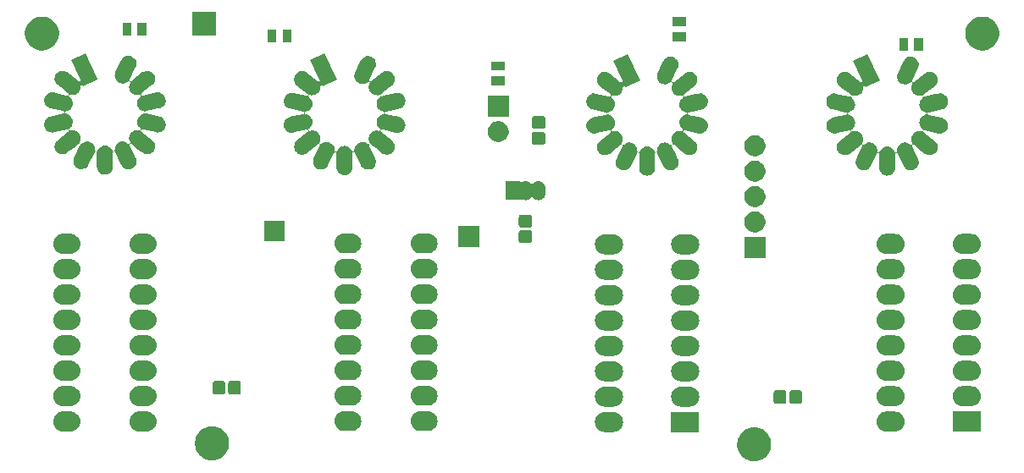
<source format=gts>
G04 #@! TF.GenerationSoftware,KiCad,Pcbnew,5.1.5*
G04 #@! TF.CreationDate,2020-03-31T14:32:58+02:00*
G04 #@! TF.ProjectId,nixie_2_digit_board,6e697869-655f-4325-9f64-696769745f62,rev?*
G04 #@! TF.SameCoordinates,Original*
G04 #@! TF.FileFunction,Soldermask,Top*
G04 #@! TF.FilePolarity,Negative*
%FSLAX46Y46*%
G04 Gerber Fmt 4.6, Leading zero omitted, Abs format (unit mm)*
G04 Created by KiCad (PCBNEW 5.1.5) date 2020-03-31 14:32:58*
%MOMM*%
%LPD*%
G04 APERTURE LIST*
%ADD10C,0.100000*%
G04 APERTURE END LIST*
D10*
G36*
X187531654Y-106432665D02*
G01*
X187695872Y-106465330D01*
X188005252Y-106593479D01*
X188283687Y-106779523D01*
X188520477Y-107016313D01*
X188706521Y-107294748D01*
X188834670Y-107604128D01*
X188834670Y-107604130D01*
X188880109Y-107832563D01*
X188900000Y-107932565D01*
X188900000Y-108267435D01*
X188834670Y-108595872D01*
X188706521Y-108905252D01*
X188520477Y-109183687D01*
X188283687Y-109420477D01*
X188005252Y-109606521D01*
X187695872Y-109734670D01*
X187531653Y-109767335D01*
X187367437Y-109800000D01*
X187032563Y-109800000D01*
X186868347Y-109767335D01*
X186704128Y-109734670D01*
X186394748Y-109606521D01*
X186116313Y-109420477D01*
X185879523Y-109183687D01*
X185693479Y-108905252D01*
X185565330Y-108595872D01*
X185500000Y-108267435D01*
X185500000Y-107932565D01*
X185519892Y-107832563D01*
X185565330Y-107604130D01*
X185565330Y-107604128D01*
X185693479Y-107294748D01*
X185879523Y-107016313D01*
X186116313Y-106779523D01*
X186394748Y-106593479D01*
X186704128Y-106465330D01*
X186868346Y-106432665D01*
X187032563Y-106400000D01*
X187367437Y-106400000D01*
X187531654Y-106432665D01*
G37*
G36*
X133331654Y-106332665D02*
G01*
X133495872Y-106365330D01*
X133805252Y-106493479D01*
X134083687Y-106679523D01*
X134320477Y-106916313D01*
X134506521Y-107194748D01*
X134634670Y-107504128D01*
X134667335Y-107668347D01*
X134700000Y-107832563D01*
X134700000Y-108167437D01*
X134667335Y-108331653D01*
X134634670Y-108495872D01*
X134506521Y-108805252D01*
X134320477Y-109083687D01*
X134083687Y-109320477D01*
X133805252Y-109506521D01*
X133495872Y-109634670D01*
X133331653Y-109667335D01*
X133167437Y-109700000D01*
X132832563Y-109700000D01*
X132668347Y-109667335D01*
X132504128Y-109634670D01*
X132194748Y-109506521D01*
X131916313Y-109320477D01*
X131679523Y-109083687D01*
X131493479Y-108805252D01*
X131365330Y-108495872D01*
X131332665Y-108331653D01*
X131300000Y-108167437D01*
X131300000Y-107832563D01*
X131332665Y-107668346D01*
X131365330Y-107504128D01*
X131493479Y-107194748D01*
X131679523Y-106916313D01*
X131916313Y-106679523D01*
X132194748Y-106493479D01*
X132504128Y-106365330D01*
X132668347Y-106332665D01*
X132832563Y-106300000D01*
X133167437Y-106300000D01*
X133331654Y-106332665D01*
G37*
G36*
X181700000Y-106880000D02*
G01*
X178900000Y-106880000D01*
X178900000Y-104880000D01*
X181700000Y-104880000D01*
X181700000Y-106880000D01*
G37*
G36*
X173276032Y-104894469D02*
G01*
X173370285Y-104923061D01*
X173464535Y-104951651D01*
X173464537Y-104951652D01*
X173638258Y-105044507D01*
X173790528Y-105169472D01*
X173915493Y-105321742D01*
X174008348Y-105495463D01*
X174065531Y-105683968D01*
X174084838Y-105880000D01*
X174065531Y-106076032D01*
X174008348Y-106264537D01*
X173915493Y-106438258D01*
X173790528Y-106590528D01*
X173638258Y-106715493D01*
X173469809Y-106805530D01*
X173464535Y-106808349D01*
X173393161Y-106830000D01*
X173276032Y-106865531D01*
X173129124Y-106880000D01*
X172230876Y-106880000D01*
X172083968Y-106865531D01*
X171966839Y-106830000D01*
X171895465Y-106808349D01*
X171890191Y-106805530D01*
X171721742Y-106715493D01*
X171569472Y-106590528D01*
X171444507Y-106438258D01*
X171351652Y-106264537D01*
X171294469Y-106076032D01*
X171275162Y-105880000D01*
X171294469Y-105683968D01*
X171351652Y-105495463D01*
X171444507Y-105321742D01*
X171569472Y-105169472D01*
X171721742Y-105044507D01*
X171895463Y-104951652D01*
X171895465Y-104951651D01*
X171989715Y-104923061D01*
X172083968Y-104894469D01*
X172230876Y-104880000D01*
X173129124Y-104880000D01*
X173276032Y-104894469D01*
G37*
G36*
X209850000Y-106830000D02*
G01*
X207050000Y-106830000D01*
X207050000Y-104830000D01*
X209850000Y-104830000D01*
X209850000Y-106830000D01*
G37*
G36*
X201426032Y-104844469D02*
G01*
X201520285Y-104873061D01*
X201614535Y-104901651D01*
X201614537Y-104901652D01*
X201788258Y-104994507D01*
X201940528Y-105119472D01*
X202065493Y-105271742D01*
X202158348Y-105445463D01*
X202215531Y-105633968D01*
X202234838Y-105830000D01*
X202215531Y-106026032D01*
X202158348Y-106214537D01*
X202065493Y-106388258D01*
X201940528Y-106540528D01*
X201788258Y-106665493D01*
X201633246Y-106748348D01*
X201614535Y-106758349D01*
X201544733Y-106779523D01*
X201426032Y-106815531D01*
X201279124Y-106830000D01*
X200380876Y-106830000D01*
X200233968Y-106815531D01*
X200115267Y-106779523D01*
X200045465Y-106758349D01*
X200026754Y-106748348D01*
X199871742Y-106665493D01*
X199719472Y-106540528D01*
X199594507Y-106388258D01*
X199501652Y-106214537D01*
X199444469Y-106026032D01*
X199425162Y-105830000D01*
X199444469Y-105633968D01*
X199501652Y-105445463D01*
X199594507Y-105271742D01*
X199719472Y-105119472D01*
X199871742Y-104994507D01*
X200045463Y-104901652D01*
X200045465Y-104901651D01*
X200139716Y-104873060D01*
X200233968Y-104844469D01*
X200380876Y-104830000D01*
X201279124Y-104830000D01*
X201426032Y-104844469D01*
G37*
G36*
X126646032Y-104834469D02*
G01*
X126702676Y-104851652D01*
X126834535Y-104891651D01*
X126834537Y-104891652D01*
X127008258Y-104984507D01*
X127160528Y-105109472D01*
X127285493Y-105261742D01*
X127378348Y-105435463D01*
X127435531Y-105623968D01*
X127454838Y-105820000D01*
X127435531Y-106016032D01*
X127378348Y-106204537D01*
X127285493Y-106378258D01*
X127160528Y-106530528D01*
X127008258Y-106655493D01*
X126834537Y-106748348D01*
X126834535Y-106748349D01*
X126777893Y-106765531D01*
X126646032Y-106805531D01*
X126499124Y-106820000D01*
X125700876Y-106820000D01*
X125553968Y-106805531D01*
X125422107Y-106765531D01*
X125365465Y-106748349D01*
X125365463Y-106748348D01*
X125191742Y-106655493D01*
X125039472Y-106530528D01*
X124914507Y-106378258D01*
X124821652Y-106204537D01*
X124764469Y-106016032D01*
X124745162Y-105820000D01*
X124764469Y-105623968D01*
X124821652Y-105435463D01*
X124914507Y-105261742D01*
X125039472Y-105109472D01*
X125191742Y-104984507D01*
X125365463Y-104891652D01*
X125365465Y-104891651D01*
X125497324Y-104851652D01*
X125553968Y-104834469D01*
X125700876Y-104820000D01*
X126499124Y-104820000D01*
X126646032Y-104834469D01*
G37*
G36*
X119026032Y-104834469D02*
G01*
X119082676Y-104851652D01*
X119214535Y-104891651D01*
X119214537Y-104891652D01*
X119388258Y-104984507D01*
X119540528Y-105109472D01*
X119665493Y-105261742D01*
X119758348Y-105435463D01*
X119815531Y-105623968D01*
X119834838Y-105820000D01*
X119815531Y-106016032D01*
X119758348Y-106204537D01*
X119665493Y-106378258D01*
X119540528Y-106530528D01*
X119388258Y-106655493D01*
X119214537Y-106748348D01*
X119214535Y-106748349D01*
X119157893Y-106765531D01*
X119026032Y-106805531D01*
X118879124Y-106820000D01*
X118080876Y-106820000D01*
X117933968Y-106805531D01*
X117802107Y-106765531D01*
X117745465Y-106748349D01*
X117745463Y-106748348D01*
X117571742Y-106655493D01*
X117419472Y-106530528D01*
X117294507Y-106378258D01*
X117201652Y-106204537D01*
X117144469Y-106016032D01*
X117125162Y-105820000D01*
X117144469Y-105623968D01*
X117201652Y-105435463D01*
X117294507Y-105261742D01*
X117419472Y-105109472D01*
X117571742Y-104984507D01*
X117745463Y-104891652D01*
X117745465Y-104891651D01*
X117877324Y-104851652D01*
X117933968Y-104834469D01*
X118080876Y-104820000D01*
X118879124Y-104820000D01*
X119026032Y-104834469D01*
G37*
G36*
X154746032Y-104794469D02*
G01*
X154830195Y-104820000D01*
X154934535Y-104851651D01*
X154934537Y-104851652D01*
X155108258Y-104944507D01*
X155260528Y-105069472D01*
X155385493Y-105221742D01*
X155478348Y-105395463D01*
X155535531Y-105583968D01*
X155554838Y-105780000D01*
X155535531Y-105976032D01*
X155478348Y-106164537D01*
X155385493Y-106338258D01*
X155260528Y-106490528D01*
X155108258Y-106615493D01*
X154988465Y-106679523D01*
X154934535Y-106708349D01*
X154840284Y-106736940D01*
X154746032Y-106765531D01*
X154599124Y-106780000D01*
X153800876Y-106780000D01*
X153653968Y-106765531D01*
X153559716Y-106736940D01*
X153465465Y-106708349D01*
X153411535Y-106679523D01*
X153291742Y-106615493D01*
X153139472Y-106490528D01*
X153014507Y-106338258D01*
X152921652Y-106164537D01*
X152864469Y-105976032D01*
X152845162Y-105780000D01*
X152864469Y-105583968D01*
X152921652Y-105395463D01*
X153014507Y-105221742D01*
X153139472Y-105069472D01*
X153291742Y-104944507D01*
X153465463Y-104851652D01*
X153465465Y-104851651D01*
X153569805Y-104820000D01*
X153653968Y-104794469D01*
X153800876Y-104780000D01*
X154599124Y-104780000D01*
X154746032Y-104794469D01*
G37*
G36*
X147126032Y-104794469D02*
G01*
X147210195Y-104820000D01*
X147314535Y-104851651D01*
X147314537Y-104851652D01*
X147488258Y-104944507D01*
X147640528Y-105069472D01*
X147765493Y-105221742D01*
X147858348Y-105395463D01*
X147915531Y-105583968D01*
X147934838Y-105780000D01*
X147915531Y-105976032D01*
X147858348Y-106164537D01*
X147765493Y-106338258D01*
X147640528Y-106490528D01*
X147488258Y-106615493D01*
X147368465Y-106679523D01*
X147314535Y-106708349D01*
X147220284Y-106736940D01*
X147126032Y-106765531D01*
X146979124Y-106780000D01*
X146180876Y-106780000D01*
X146033968Y-106765531D01*
X145939716Y-106736940D01*
X145845465Y-106708349D01*
X145791535Y-106679523D01*
X145671742Y-106615493D01*
X145519472Y-106490528D01*
X145394507Y-106338258D01*
X145301652Y-106164537D01*
X145244469Y-105976032D01*
X145225162Y-105780000D01*
X145244469Y-105583968D01*
X145301652Y-105395463D01*
X145394507Y-105221742D01*
X145519472Y-105069472D01*
X145671742Y-104944507D01*
X145845463Y-104851652D01*
X145845465Y-104851651D01*
X145949805Y-104820000D01*
X146033968Y-104794469D01*
X146180876Y-104780000D01*
X146979124Y-104780000D01*
X147126032Y-104794469D01*
G37*
G36*
X173276032Y-102354469D02*
G01*
X173370284Y-102383060D01*
X173464535Y-102411651D01*
X173464537Y-102411652D01*
X173638258Y-102504507D01*
X173790528Y-102629472D01*
X173915493Y-102781742D01*
X174006264Y-102951565D01*
X174008349Y-102955465D01*
X174028423Y-103021640D01*
X174065531Y-103143968D01*
X174084838Y-103340000D01*
X174065531Y-103536032D01*
X174008348Y-103724537D01*
X173915493Y-103898258D01*
X173790528Y-104050528D01*
X173638258Y-104175493D01*
X173469809Y-104265530D01*
X173464535Y-104268349D01*
X173393161Y-104290000D01*
X173276032Y-104325531D01*
X173129124Y-104340000D01*
X172230876Y-104340000D01*
X172083968Y-104325531D01*
X171966839Y-104290000D01*
X171895465Y-104268349D01*
X171890191Y-104265530D01*
X171721742Y-104175493D01*
X171569472Y-104050528D01*
X171444507Y-103898258D01*
X171351652Y-103724537D01*
X171294469Y-103536032D01*
X171275162Y-103340000D01*
X171294469Y-103143968D01*
X171331577Y-103021640D01*
X171351651Y-102955465D01*
X171353736Y-102951565D01*
X171444507Y-102781742D01*
X171569472Y-102629472D01*
X171721742Y-102504507D01*
X171895463Y-102411652D01*
X171895465Y-102411651D01*
X171989716Y-102383060D01*
X172083968Y-102354469D01*
X172230876Y-102340000D01*
X173129124Y-102340000D01*
X173276032Y-102354469D01*
G37*
G36*
X180896032Y-102354469D02*
G01*
X180990284Y-102383060D01*
X181084535Y-102411651D01*
X181084537Y-102411652D01*
X181258258Y-102504507D01*
X181410528Y-102629472D01*
X181535493Y-102781742D01*
X181626264Y-102951565D01*
X181628349Y-102955465D01*
X181648423Y-103021640D01*
X181685531Y-103143968D01*
X181704838Y-103340000D01*
X181685531Y-103536032D01*
X181628348Y-103724537D01*
X181535493Y-103898258D01*
X181410528Y-104050528D01*
X181258258Y-104175493D01*
X181089809Y-104265530D01*
X181084535Y-104268349D01*
X181013161Y-104290000D01*
X180896032Y-104325531D01*
X180749124Y-104340000D01*
X179850876Y-104340000D01*
X179703968Y-104325531D01*
X179586839Y-104290000D01*
X179515465Y-104268349D01*
X179510191Y-104265530D01*
X179341742Y-104175493D01*
X179189472Y-104050528D01*
X179064507Y-103898258D01*
X178971652Y-103724537D01*
X178914469Y-103536032D01*
X178895162Y-103340000D01*
X178914469Y-103143968D01*
X178951577Y-103021640D01*
X178971651Y-102955465D01*
X178973736Y-102951565D01*
X179064507Y-102781742D01*
X179189472Y-102629472D01*
X179341742Y-102504507D01*
X179515463Y-102411652D01*
X179515465Y-102411651D01*
X179609716Y-102383060D01*
X179703968Y-102354469D01*
X179850876Y-102340000D01*
X180749124Y-102340000D01*
X180896032Y-102354469D01*
G37*
G36*
X201426032Y-102304469D02*
G01*
X201520284Y-102333060D01*
X201614535Y-102361651D01*
X201614537Y-102361652D01*
X201788258Y-102454507D01*
X201940528Y-102579472D01*
X202065493Y-102731742D01*
X202158348Y-102905463D01*
X202158349Y-102905465D01*
X202178938Y-102973338D01*
X202215531Y-103093968D01*
X202234838Y-103290000D01*
X202215531Y-103486032D01*
X202158348Y-103674537D01*
X202065493Y-103848258D01*
X201940528Y-104000528D01*
X201788258Y-104125493D01*
X201633246Y-104208348D01*
X201614535Y-104218349D01*
X201543161Y-104240000D01*
X201426032Y-104275531D01*
X201279124Y-104290000D01*
X200380876Y-104290000D01*
X200233968Y-104275531D01*
X200116839Y-104240000D01*
X200045465Y-104218349D01*
X200026754Y-104208348D01*
X199871742Y-104125493D01*
X199719472Y-104000528D01*
X199594507Y-103848258D01*
X199501652Y-103674537D01*
X199444469Y-103486032D01*
X199425162Y-103290000D01*
X199444469Y-103093968D01*
X199481062Y-102973338D01*
X199501651Y-102905465D01*
X199501652Y-102905463D01*
X199594507Y-102731742D01*
X199719472Y-102579472D01*
X199871742Y-102454507D01*
X200045463Y-102361652D01*
X200045465Y-102361651D01*
X200139716Y-102333060D01*
X200233968Y-102304469D01*
X200380876Y-102290000D01*
X201279124Y-102290000D01*
X201426032Y-102304469D01*
G37*
G36*
X209046032Y-102304469D02*
G01*
X209140284Y-102333060D01*
X209234535Y-102361651D01*
X209234537Y-102361652D01*
X209408258Y-102454507D01*
X209560528Y-102579472D01*
X209685493Y-102731742D01*
X209778348Y-102905463D01*
X209778349Y-102905465D01*
X209798938Y-102973338D01*
X209835531Y-103093968D01*
X209854838Y-103290000D01*
X209835531Y-103486032D01*
X209778348Y-103674537D01*
X209685493Y-103848258D01*
X209560528Y-104000528D01*
X209408258Y-104125493D01*
X209253246Y-104208348D01*
X209234535Y-104218349D01*
X209163161Y-104240000D01*
X209046032Y-104275531D01*
X208899124Y-104290000D01*
X208000876Y-104290000D01*
X207853968Y-104275531D01*
X207736839Y-104240000D01*
X207665465Y-104218349D01*
X207646754Y-104208348D01*
X207491742Y-104125493D01*
X207339472Y-104000528D01*
X207214507Y-103848258D01*
X207121652Y-103674537D01*
X207064469Y-103486032D01*
X207045162Y-103290000D01*
X207064469Y-103093968D01*
X207101062Y-102973338D01*
X207121651Y-102905465D01*
X207121652Y-102905463D01*
X207214507Y-102731742D01*
X207339472Y-102579472D01*
X207491742Y-102454507D01*
X207665463Y-102361652D01*
X207665465Y-102361651D01*
X207759716Y-102333060D01*
X207853968Y-102304469D01*
X208000876Y-102290000D01*
X208899124Y-102290000D01*
X209046032Y-102304469D01*
G37*
G36*
X126646032Y-102294469D02*
G01*
X126702676Y-102311652D01*
X126834535Y-102351651D01*
X126834537Y-102351652D01*
X127008258Y-102444507D01*
X127160528Y-102569472D01*
X127285493Y-102721742D01*
X127356969Y-102855465D01*
X127378349Y-102895465D01*
X127395367Y-102951565D01*
X127435531Y-103083968D01*
X127454838Y-103280000D01*
X127435531Y-103476032D01*
X127378348Y-103664537D01*
X127285493Y-103838258D01*
X127160528Y-103990528D01*
X127008258Y-104115493D01*
X126834537Y-104208348D01*
X126834535Y-104208349D01*
X126777893Y-104225531D01*
X126646032Y-104265531D01*
X126499124Y-104280000D01*
X125700876Y-104280000D01*
X125553968Y-104265531D01*
X125422107Y-104225531D01*
X125365465Y-104208349D01*
X125365463Y-104208348D01*
X125191742Y-104115493D01*
X125039472Y-103990528D01*
X124914507Y-103838258D01*
X124821652Y-103664537D01*
X124764469Y-103476032D01*
X124745162Y-103280000D01*
X124764469Y-103083968D01*
X124804633Y-102951565D01*
X124821651Y-102895465D01*
X124843031Y-102855465D01*
X124914507Y-102721742D01*
X125039472Y-102569472D01*
X125191742Y-102444507D01*
X125365463Y-102351652D01*
X125365465Y-102351651D01*
X125497324Y-102311652D01*
X125553968Y-102294469D01*
X125700876Y-102280000D01*
X126499124Y-102280000D01*
X126646032Y-102294469D01*
G37*
G36*
X119026032Y-102294469D02*
G01*
X119082676Y-102311652D01*
X119214535Y-102351651D01*
X119214537Y-102351652D01*
X119388258Y-102444507D01*
X119540528Y-102569472D01*
X119665493Y-102721742D01*
X119736969Y-102855465D01*
X119758349Y-102895465D01*
X119775367Y-102951565D01*
X119815531Y-103083968D01*
X119834838Y-103280000D01*
X119815531Y-103476032D01*
X119758348Y-103664537D01*
X119665493Y-103838258D01*
X119540528Y-103990528D01*
X119388258Y-104115493D01*
X119214537Y-104208348D01*
X119214535Y-104208349D01*
X119157893Y-104225531D01*
X119026032Y-104265531D01*
X118879124Y-104280000D01*
X118080876Y-104280000D01*
X117933968Y-104265531D01*
X117802107Y-104225531D01*
X117745465Y-104208349D01*
X117745463Y-104208348D01*
X117571742Y-104115493D01*
X117419472Y-103990528D01*
X117294507Y-103838258D01*
X117201652Y-103664537D01*
X117144469Y-103476032D01*
X117125162Y-103280000D01*
X117144469Y-103083968D01*
X117184633Y-102951565D01*
X117201651Y-102895465D01*
X117223031Y-102855465D01*
X117294507Y-102721742D01*
X117419472Y-102569472D01*
X117571742Y-102444507D01*
X117745463Y-102351652D01*
X117745465Y-102351651D01*
X117877324Y-102311652D01*
X117933968Y-102294469D01*
X118080876Y-102280000D01*
X118879124Y-102280000D01*
X119026032Y-102294469D01*
G37*
G36*
X147126032Y-102254469D02*
G01*
X147210195Y-102280000D01*
X147314535Y-102311651D01*
X147314537Y-102311652D01*
X147488258Y-102404507D01*
X147640528Y-102529472D01*
X147765493Y-102681742D01*
X147857253Y-102853415D01*
X147858349Y-102855465D01*
X147886940Y-102949716D01*
X147915531Y-103043968D01*
X147934838Y-103239999D01*
X147915531Y-103436032D01*
X147858348Y-103624537D01*
X147765493Y-103798258D01*
X147640528Y-103950528D01*
X147488258Y-104075493D01*
X147314537Y-104168348D01*
X147314535Y-104168349D01*
X147220284Y-104196940D01*
X147126032Y-104225531D01*
X146979124Y-104240000D01*
X146180876Y-104240000D01*
X146033968Y-104225531D01*
X145939716Y-104196940D01*
X145845465Y-104168349D01*
X145845463Y-104168348D01*
X145671742Y-104075493D01*
X145519472Y-103950528D01*
X145394507Y-103798258D01*
X145301652Y-103624537D01*
X145244469Y-103436032D01*
X145225162Y-103239999D01*
X145244469Y-103043968D01*
X145273060Y-102949716D01*
X145301651Y-102855465D01*
X145302747Y-102853415D01*
X145394507Y-102681742D01*
X145519472Y-102529472D01*
X145671742Y-102404507D01*
X145845463Y-102311652D01*
X145845465Y-102311651D01*
X145949805Y-102280000D01*
X146033968Y-102254469D01*
X146180876Y-102240000D01*
X146979124Y-102240000D01*
X147126032Y-102254469D01*
G37*
G36*
X154746032Y-102254469D02*
G01*
X154830195Y-102280000D01*
X154934535Y-102311651D01*
X154934537Y-102311652D01*
X155108258Y-102404507D01*
X155260528Y-102529472D01*
X155385493Y-102681742D01*
X155477253Y-102853415D01*
X155478349Y-102855465D01*
X155506940Y-102949716D01*
X155535531Y-103043968D01*
X155554838Y-103239999D01*
X155535531Y-103436032D01*
X155478348Y-103624537D01*
X155385493Y-103798258D01*
X155260528Y-103950528D01*
X155108258Y-104075493D01*
X154934537Y-104168348D01*
X154934535Y-104168349D01*
X154840284Y-104196940D01*
X154746032Y-104225531D01*
X154599124Y-104240000D01*
X153800876Y-104240000D01*
X153653968Y-104225531D01*
X153559716Y-104196940D01*
X153465465Y-104168349D01*
X153465463Y-104168348D01*
X153291742Y-104075493D01*
X153139472Y-103950528D01*
X153014507Y-103798258D01*
X152921652Y-103624537D01*
X152864469Y-103436032D01*
X152845162Y-103239999D01*
X152864469Y-103043968D01*
X152893060Y-102949716D01*
X152921651Y-102855465D01*
X152922747Y-102853415D01*
X153014507Y-102681742D01*
X153139472Y-102529472D01*
X153291742Y-102404507D01*
X153465463Y-102311652D01*
X153465465Y-102311651D01*
X153569805Y-102280000D01*
X153653968Y-102254469D01*
X153800876Y-102240000D01*
X154599124Y-102240000D01*
X154746032Y-102254469D01*
G37*
G36*
X190216122Y-102700517D02*
G01*
X190264085Y-102715066D01*
X190308278Y-102738688D01*
X190347019Y-102770481D01*
X190378812Y-102809222D01*
X190402434Y-102853415D01*
X190416983Y-102901378D01*
X190422500Y-102957391D01*
X190422500Y-103782609D01*
X190416983Y-103838622D01*
X190402434Y-103886585D01*
X190378812Y-103930778D01*
X190347019Y-103969519D01*
X190308278Y-104001312D01*
X190264085Y-104024934D01*
X190216122Y-104039483D01*
X190160109Y-104045000D01*
X189409891Y-104045000D01*
X189353878Y-104039483D01*
X189305915Y-104024934D01*
X189261722Y-104001312D01*
X189222981Y-103969519D01*
X189191188Y-103930778D01*
X189167566Y-103886585D01*
X189153017Y-103838622D01*
X189147500Y-103782609D01*
X189147500Y-102957391D01*
X189153017Y-102901378D01*
X189167566Y-102853415D01*
X189191188Y-102809222D01*
X189222981Y-102770481D01*
X189261722Y-102738688D01*
X189305915Y-102715066D01*
X189353878Y-102700517D01*
X189409891Y-102695000D01*
X190160109Y-102695000D01*
X190216122Y-102700517D01*
G37*
G36*
X191791122Y-102700517D02*
G01*
X191839085Y-102715066D01*
X191883278Y-102738688D01*
X191922019Y-102770481D01*
X191953812Y-102809222D01*
X191977434Y-102853415D01*
X191991983Y-102901378D01*
X191997500Y-102957391D01*
X191997500Y-103782609D01*
X191991983Y-103838622D01*
X191977434Y-103886585D01*
X191953812Y-103930778D01*
X191922019Y-103969519D01*
X191883278Y-104001312D01*
X191839085Y-104024934D01*
X191791122Y-104039483D01*
X191735109Y-104045000D01*
X190984891Y-104045000D01*
X190928878Y-104039483D01*
X190880915Y-104024934D01*
X190836722Y-104001312D01*
X190797981Y-103969519D01*
X190766188Y-103930778D01*
X190742566Y-103886585D01*
X190728017Y-103838622D01*
X190722500Y-103782609D01*
X190722500Y-102957391D01*
X190728017Y-102901378D01*
X190742566Y-102853415D01*
X190766188Y-102809222D01*
X190797981Y-102770481D01*
X190836722Y-102738688D01*
X190880915Y-102715066D01*
X190928878Y-102700517D01*
X190984891Y-102695000D01*
X191735109Y-102695000D01*
X191791122Y-102700517D01*
G37*
G36*
X135688622Y-101770517D02*
G01*
X135736585Y-101785066D01*
X135780778Y-101808688D01*
X135819519Y-101840481D01*
X135851312Y-101879222D01*
X135874934Y-101923415D01*
X135889483Y-101971378D01*
X135895000Y-102027391D01*
X135895000Y-102852609D01*
X135889483Y-102908622D01*
X135874934Y-102956585D01*
X135851312Y-103000778D01*
X135819519Y-103039519D01*
X135780778Y-103071312D01*
X135736585Y-103094934D01*
X135688622Y-103109483D01*
X135632609Y-103115000D01*
X134882391Y-103115000D01*
X134826378Y-103109483D01*
X134778415Y-103094934D01*
X134734222Y-103071312D01*
X134695481Y-103039519D01*
X134663688Y-103000778D01*
X134640066Y-102956585D01*
X134625517Y-102908622D01*
X134620000Y-102852609D01*
X134620000Y-102027391D01*
X134625517Y-101971378D01*
X134640066Y-101923415D01*
X134663688Y-101879222D01*
X134695481Y-101840481D01*
X134734222Y-101808688D01*
X134778415Y-101785066D01*
X134826378Y-101770517D01*
X134882391Y-101765000D01*
X135632609Y-101765000D01*
X135688622Y-101770517D01*
G37*
G36*
X134113622Y-101770517D02*
G01*
X134161585Y-101785066D01*
X134205778Y-101808688D01*
X134244519Y-101840481D01*
X134276312Y-101879222D01*
X134299934Y-101923415D01*
X134314483Y-101971378D01*
X134320000Y-102027391D01*
X134320000Y-102852609D01*
X134314483Y-102908622D01*
X134299934Y-102956585D01*
X134276312Y-103000778D01*
X134244519Y-103039519D01*
X134205778Y-103071312D01*
X134161585Y-103094934D01*
X134113622Y-103109483D01*
X134057609Y-103115000D01*
X133307391Y-103115000D01*
X133251378Y-103109483D01*
X133203415Y-103094934D01*
X133159222Y-103071312D01*
X133120481Y-103039519D01*
X133088688Y-103000778D01*
X133065066Y-102956585D01*
X133050517Y-102908622D01*
X133045000Y-102852609D01*
X133045000Y-102027391D01*
X133050517Y-101971378D01*
X133065066Y-101923415D01*
X133088688Y-101879222D01*
X133120481Y-101840481D01*
X133159222Y-101808688D01*
X133203415Y-101785066D01*
X133251378Y-101770517D01*
X133307391Y-101765000D01*
X134057609Y-101765000D01*
X134113622Y-101770517D01*
G37*
G36*
X173276032Y-99814469D02*
G01*
X173370285Y-99843061D01*
X173464535Y-99871651D01*
X173464537Y-99871652D01*
X173638258Y-99964507D01*
X173790528Y-100089472D01*
X173915493Y-100241742D01*
X174008348Y-100415463D01*
X174065531Y-100603968D01*
X174084838Y-100800000D01*
X174065531Y-100996032D01*
X174008348Y-101184537D01*
X173915493Y-101358258D01*
X173790528Y-101510528D01*
X173638258Y-101635493D01*
X173469809Y-101725530D01*
X173464535Y-101728349D01*
X173393161Y-101750000D01*
X173276032Y-101785531D01*
X173129124Y-101800000D01*
X172230876Y-101800000D01*
X172083968Y-101785531D01*
X171966839Y-101750000D01*
X171895465Y-101728349D01*
X171890191Y-101725530D01*
X171721742Y-101635493D01*
X171569472Y-101510528D01*
X171444507Y-101358258D01*
X171351652Y-101184537D01*
X171294469Y-100996032D01*
X171275162Y-100800000D01*
X171294469Y-100603968D01*
X171351652Y-100415463D01*
X171444507Y-100241742D01*
X171569472Y-100089472D01*
X171721742Y-99964507D01*
X171895463Y-99871652D01*
X171895465Y-99871651D01*
X171989715Y-99843061D01*
X172083968Y-99814469D01*
X172230876Y-99800000D01*
X173129124Y-99800000D01*
X173276032Y-99814469D01*
G37*
G36*
X180896032Y-99814469D02*
G01*
X180990285Y-99843061D01*
X181084535Y-99871651D01*
X181084537Y-99871652D01*
X181258258Y-99964507D01*
X181410528Y-100089472D01*
X181535493Y-100241742D01*
X181628348Y-100415463D01*
X181685531Y-100603968D01*
X181704838Y-100800000D01*
X181685531Y-100996032D01*
X181628348Y-101184537D01*
X181535493Y-101358258D01*
X181410528Y-101510528D01*
X181258258Y-101635493D01*
X181089809Y-101725530D01*
X181084535Y-101728349D01*
X181013161Y-101750000D01*
X180896032Y-101785531D01*
X180749124Y-101800000D01*
X179850876Y-101800000D01*
X179703968Y-101785531D01*
X179586839Y-101750000D01*
X179515465Y-101728349D01*
X179510191Y-101725530D01*
X179341742Y-101635493D01*
X179189472Y-101510528D01*
X179064507Y-101358258D01*
X178971652Y-101184537D01*
X178914469Y-100996032D01*
X178895162Y-100800000D01*
X178914469Y-100603968D01*
X178971652Y-100415463D01*
X179064507Y-100241742D01*
X179189472Y-100089472D01*
X179341742Y-99964507D01*
X179515463Y-99871652D01*
X179515465Y-99871651D01*
X179609715Y-99843061D01*
X179703968Y-99814469D01*
X179850876Y-99800000D01*
X180749124Y-99800000D01*
X180896032Y-99814469D01*
G37*
G36*
X209046032Y-99764469D02*
G01*
X209140285Y-99793061D01*
X209234535Y-99821651D01*
X209234537Y-99821652D01*
X209408258Y-99914507D01*
X209560528Y-100039472D01*
X209685493Y-100191742D01*
X209778348Y-100365463D01*
X209835531Y-100553968D01*
X209854838Y-100750000D01*
X209835531Y-100946032D01*
X209778348Y-101134537D01*
X209685493Y-101308258D01*
X209560528Y-101460528D01*
X209408258Y-101585493D01*
X209253246Y-101668348D01*
X209234535Y-101678349D01*
X209163161Y-101700000D01*
X209046032Y-101735531D01*
X208899124Y-101750000D01*
X208000876Y-101750000D01*
X207853968Y-101735531D01*
X207736839Y-101700000D01*
X207665465Y-101678349D01*
X207646754Y-101668348D01*
X207491742Y-101585493D01*
X207339472Y-101460528D01*
X207214507Y-101308258D01*
X207121652Y-101134537D01*
X207064469Y-100946032D01*
X207045162Y-100750000D01*
X207064469Y-100553968D01*
X207121652Y-100365463D01*
X207214507Y-100191742D01*
X207339472Y-100039472D01*
X207491742Y-99914507D01*
X207665463Y-99821652D01*
X207665465Y-99821651D01*
X207759715Y-99793061D01*
X207853968Y-99764469D01*
X208000876Y-99750000D01*
X208899124Y-99750000D01*
X209046032Y-99764469D01*
G37*
G36*
X201426032Y-99764469D02*
G01*
X201520285Y-99793061D01*
X201614535Y-99821651D01*
X201614537Y-99821652D01*
X201788258Y-99914507D01*
X201940528Y-100039472D01*
X202065493Y-100191742D01*
X202158348Y-100365463D01*
X202215531Y-100553968D01*
X202234838Y-100750000D01*
X202215531Y-100946032D01*
X202158348Y-101134537D01*
X202065493Y-101308258D01*
X201940528Y-101460528D01*
X201788258Y-101585493D01*
X201633246Y-101668348D01*
X201614535Y-101678349D01*
X201543161Y-101700000D01*
X201426032Y-101735531D01*
X201279124Y-101750000D01*
X200380876Y-101750000D01*
X200233968Y-101735531D01*
X200116839Y-101700000D01*
X200045465Y-101678349D01*
X200026754Y-101668348D01*
X199871742Y-101585493D01*
X199719472Y-101460528D01*
X199594507Y-101308258D01*
X199501652Y-101134537D01*
X199444469Y-100946032D01*
X199425162Y-100750000D01*
X199444469Y-100553968D01*
X199501652Y-100365463D01*
X199594507Y-100191742D01*
X199719472Y-100039472D01*
X199871742Y-99914507D01*
X200045463Y-99821652D01*
X200045465Y-99821651D01*
X200139715Y-99793061D01*
X200233968Y-99764469D01*
X200380876Y-99750000D01*
X201279124Y-99750000D01*
X201426032Y-99764469D01*
G37*
G36*
X126646032Y-99754469D02*
G01*
X126702676Y-99771652D01*
X126834535Y-99811651D01*
X126834537Y-99811652D01*
X127008258Y-99904507D01*
X127160528Y-100029472D01*
X127285493Y-100181742D01*
X127378348Y-100355463D01*
X127435531Y-100543968D01*
X127454838Y-100740000D01*
X127435531Y-100936032D01*
X127378348Y-101124537D01*
X127285493Y-101298258D01*
X127160528Y-101450528D01*
X127008258Y-101575493D01*
X126834537Y-101668348D01*
X126834535Y-101668349D01*
X126777893Y-101685531D01*
X126646032Y-101725531D01*
X126499124Y-101740000D01*
X125700876Y-101740000D01*
X125553968Y-101725531D01*
X125422107Y-101685531D01*
X125365465Y-101668349D01*
X125365463Y-101668348D01*
X125191742Y-101575493D01*
X125039472Y-101450528D01*
X124914507Y-101298258D01*
X124821652Y-101124537D01*
X124764469Y-100936032D01*
X124745162Y-100740000D01*
X124764469Y-100543968D01*
X124821652Y-100355463D01*
X124914507Y-100181742D01*
X125039472Y-100029472D01*
X125191742Y-99904507D01*
X125365463Y-99811652D01*
X125365465Y-99811651D01*
X125497324Y-99771652D01*
X125553968Y-99754469D01*
X125700876Y-99740000D01*
X126499124Y-99740000D01*
X126646032Y-99754469D01*
G37*
G36*
X119026032Y-99754469D02*
G01*
X119082676Y-99771652D01*
X119214535Y-99811651D01*
X119214537Y-99811652D01*
X119388258Y-99904507D01*
X119540528Y-100029472D01*
X119665493Y-100181742D01*
X119758348Y-100355463D01*
X119815531Y-100543968D01*
X119834838Y-100740000D01*
X119815531Y-100936032D01*
X119758348Y-101124537D01*
X119665493Y-101298258D01*
X119540528Y-101450528D01*
X119388258Y-101575493D01*
X119214537Y-101668348D01*
X119214535Y-101668349D01*
X119157893Y-101685531D01*
X119026032Y-101725531D01*
X118879124Y-101740000D01*
X118080876Y-101740000D01*
X117933968Y-101725531D01*
X117802107Y-101685531D01*
X117745465Y-101668349D01*
X117745463Y-101668348D01*
X117571742Y-101575493D01*
X117419472Y-101450528D01*
X117294507Y-101298258D01*
X117201652Y-101124537D01*
X117144469Y-100936032D01*
X117125162Y-100740000D01*
X117144469Y-100543968D01*
X117201652Y-100355463D01*
X117294507Y-100181742D01*
X117419472Y-100029472D01*
X117571742Y-99904507D01*
X117745463Y-99811652D01*
X117745465Y-99811651D01*
X117877324Y-99771652D01*
X117933968Y-99754469D01*
X118080876Y-99740000D01*
X118879124Y-99740000D01*
X119026032Y-99754469D01*
G37*
G36*
X154746032Y-99714469D02*
G01*
X154830195Y-99740000D01*
X154934535Y-99771651D01*
X154934537Y-99771652D01*
X155108258Y-99864507D01*
X155260528Y-99989472D01*
X155385493Y-100141742D01*
X155478348Y-100315463D01*
X155535531Y-100503968D01*
X155554838Y-100700000D01*
X155535531Y-100896032D01*
X155478348Y-101084537D01*
X155385493Y-101258258D01*
X155260528Y-101410528D01*
X155108258Y-101535493D01*
X154934537Y-101628348D01*
X154934535Y-101628349D01*
X154840285Y-101656939D01*
X154746032Y-101685531D01*
X154599124Y-101700000D01*
X153800876Y-101700000D01*
X153653968Y-101685531D01*
X153559715Y-101656939D01*
X153465465Y-101628349D01*
X153465463Y-101628348D01*
X153291742Y-101535493D01*
X153139472Y-101410528D01*
X153014507Y-101258258D01*
X152921652Y-101084537D01*
X152864469Y-100896032D01*
X152845162Y-100700000D01*
X152864469Y-100503968D01*
X152921652Y-100315463D01*
X153014507Y-100141742D01*
X153139472Y-99989472D01*
X153291742Y-99864507D01*
X153465463Y-99771652D01*
X153465465Y-99771651D01*
X153569805Y-99740000D01*
X153653968Y-99714469D01*
X153800876Y-99700000D01*
X154599124Y-99700000D01*
X154746032Y-99714469D01*
G37*
G36*
X147126032Y-99714469D02*
G01*
X147210195Y-99740000D01*
X147314535Y-99771651D01*
X147314537Y-99771652D01*
X147488258Y-99864507D01*
X147640528Y-99989472D01*
X147765493Y-100141742D01*
X147858348Y-100315463D01*
X147915531Y-100503968D01*
X147934838Y-100700000D01*
X147915531Y-100896032D01*
X147858348Y-101084537D01*
X147765493Y-101258258D01*
X147640528Y-101410528D01*
X147488258Y-101535493D01*
X147314537Y-101628348D01*
X147314535Y-101628349D01*
X147220285Y-101656939D01*
X147126032Y-101685531D01*
X146979124Y-101700000D01*
X146180876Y-101700000D01*
X146033968Y-101685531D01*
X145939715Y-101656939D01*
X145845465Y-101628349D01*
X145845463Y-101628348D01*
X145671742Y-101535493D01*
X145519472Y-101410528D01*
X145394507Y-101258258D01*
X145301652Y-101084537D01*
X145244469Y-100896032D01*
X145225162Y-100700000D01*
X145244469Y-100503968D01*
X145301652Y-100315463D01*
X145394507Y-100141742D01*
X145519472Y-99989472D01*
X145671742Y-99864507D01*
X145845463Y-99771652D01*
X145845465Y-99771651D01*
X145949805Y-99740000D01*
X146033968Y-99714469D01*
X146180876Y-99700000D01*
X146979124Y-99700000D01*
X147126032Y-99714469D01*
G37*
G36*
X180896032Y-97274469D02*
G01*
X180990285Y-97303061D01*
X181084535Y-97331651D01*
X181084537Y-97331652D01*
X181258258Y-97424507D01*
X181410528Y-97549472D01*
X181535493Y-97701742D01*
X181628348Y-97875463D01*
X181685531Y-98063968D01*
X181704838Y-98260000D01*
X181685531Y-98456032D01*
X181628348Y-98644537D01*
X181535493Y-98818258D01*
X181410528Y-98970528D01*
X181258258Y-99095493D01*
X181089809Y-99185530D01*
X181084535Y-99188349D01*
X181013161Y-99210000D01*
X180896032Y-99245531D01*
X180749124Y-99260000D01*
X179850876Y-99260000D01*
X179703968Y-99245531D01*
X179586839Y-99210000D01*
X179515465Y-99188349D01*
X179510191Y-99185530D01*
X179341742Y-99095493D01*
X179189472Y-98970528D01*
X179064507Y-98818258D01*
X178971652Y-98644537D01*
X178914469Y-98456032D01*
X178895162Y-98260000D01*
X178914469Y-98063968D01*
X178971652Y-97875463D01*
X179064507Y-97701742D01*
X179189472Y-97549472D01*
X179341742Y-97424507D01*
X179515463Y-97331652D01*
X179515465Y-97331651D01*
X179609715Y-97303061D01*
X179703968Y-97274469D01*
X179850876Y-97260000D01*
X180749124Y-97260000D01*
X180896032Y-97274469D01*
G37*
G36*
X173276032Y-97274469D02*
G01*
X173370285Y-97303061D01*
X173464535Y-97331651D01*
X173464537Y-97331652D01*
X173638258Y-97424507D01*
X173790528Y-97549472D01*
X173915493Y-97701742D01*
X174008348Y-97875463D01*
X174065531Y-98063968D01*
X174084838Y-98260000D01*
X174065531Y-98456032D01*
X174008348Y-98644537D01*
X173915493Y-98818258D01*
X173790528Y-98970528D01*
X173638258Y-99095493D01*
X173469809Y-99185530D01*
X173464535Y-99188349D01*
X173393161Y-99210000D01*
X173276032Y-99245531D01*
X173129124Y-99260000D01*
X172230876Y-99260000D01*
X172083968Y-99245531D01*
X171966839Y-99210000D01*
X171895465Y-99188349D01*
X171890191Y-99185530D01*
X171721742Y-99095493D01*
X171569472Y-98970528D01*
X171444507Y-98818258D01*
X171351652Y-98644537D01*
X171294469Y-98456032D01*
X171275162Y-98260000D01*
X171294469Y-98063968D01*
X171351652Y-97875463D01*
X171444507Y-97701742D01*
X171569472Y-97549472D01*
X171721742Y-97424507D01*
X171895463Y-97331652D01*
X171895465Y-97331651D01*
X171989715Y-97303061D01*
X172083968Y-97274469D01*
X172230876Y-97260000D01*
X173129124Y-97260000D01*
X173276032Y-97274469D01*
G37*
G36*
X201426032Y-97224469D02*
G01*
X201520285Y-97253061D01*
X201614535Y-97281651D01*
X201614537Y-97281652D01*
X201788258Y-97374507D01*
X201940528Y-97499472D01*
X202065493Y-97651742D01*
X202158348Y-97825463D01*
X202215531Y-98013968D01*
X202234838Y-98210000D01*
X202215531Y-98406032D01*
X202158348Y-98594537D01*
X202065493Y-98768258D01*
X201940528Y-98920528D01*
X201788258Y-99045493D01*
X201633246Y-99128348D01*
X201614535Y-99138349D01*
X201543161Y-99160000D01*
X201426032Y-99195531D01*
X201279124Y-99210000D01*
X200380876Y-99210000D01*
X200233968Y-99195531D01*
X200116839Y-99160000D01*
X200045465Y-99138349D01*
X200026754Y-99128348D01*
X199871742Y-99045493D01*
X199719472Y-98920528D01*
X199594507Y-98768258D01*
X199501652Y-98594537D01*
X199444469Y-98406032D01*
X199425162Y-98210000D01*
X199444469Y-98013968D01*
X199501652Y-97825463D01*
X199594507Y-97651742D01*
X199719472Y-97499472D01*
X199871742Y-97374507D01*
X200045463Y-97281652D01*
X200045465Y-97281651D01*
X200139715Y-97253061D01*
X200233968Y-97224469D01*
X200380876Y-97210000D01*
X201279124Y-97210000D01*
X201426032Y-97224469D01*
G37*
G36*
X209046032Y-97224469D02*
G01*
X209140285Y-97253061D01*
X209234535Y-97281651D01*
X209234537Y-97281652D01*
X209408258Y-97374507D01*
X209560528Y-97499472D01*
X209685493Y-97651742D01*
X209778348Y-97825463D01*
X209835531Y-98013968D01*
X209854838Y-98210000D01*
X209835531Y-98406032D01*
X209778348Y-98594537D01*
X209685493Y-98768258D01*
X209560528Y-98920528D01*
X209408258Y-99045493D01*
X209253246Y-99128348D01*
X209234535Y-99138349D01*
X209163161Y-99160000D01*
X209046032Y-99195531D01*
X208899124Y-99210000D01*
X208000876Y-99210000D01*
X207853968Y-99195531D01*
X207736839Y-99160000D01*
X207665465Y-99138349D01*
X207646754Y-99128348D01*
X207491742Y-99045493D01*
X207339472Y-98920528D01*
X207214507Y-98768258D01*
X207121652Y-98594537D01*
X207064469Y-98406032D01*
X207045162Y-98210000D01*
X207064469Y-98013968D01*
X207121652Y-97825463D01*
X207214507Y-97651742D01*
X207339472Y-97499472D01*
X207491742Y-97374507D01*
X207665463Y-97281652D01*
X207665465Y-97281651D01*
X207759715Y-97253061D01*
X207853968Y-97224469D01*
X208000876Y-97210000D01*
X208899124Y-97210000D01*
X209046032Y-97224469D01*
G37*
G36*
X126646032Y-97214469D02*
G01*
X126702676Y-97231652D01*
X126834535Y-97271651D01*
X126834537Y-97271652D01*
X127008258Y-97364507D01*
X127160528Y-97489472D01*
X127285493Y-97641742D01*
X127378348Y-97815463D01*
X127435531Y-98003968D01*
X127454838Y-98200000D01*
X127435531Y-98396032D01*
X127378348Y-98584537D01*
X127285493Y-98758258D01*
X127160528Y-98910528D01*
X127008258Y-99035493D01*
X126834537Y-99128348D01*
X126834535Y-99128349D01*
X126777893Y-99145531D01*
X126646032Y-99185531D01*
X126499124Y-99200000D01*
X125700876Y-99200000D01*
X125553968Y-99185531D01*
X125422107Y-99145531D01*
X125365465Y-99128349D01*
X125365463Y-99128348D01*
X125191742Y-99035493D01*
X125039472Y-98910528D01*
X124914507Y-98758258D01*
X124821652Y-98584537D01*
X124764469Y-98396032D01*
X124745162Y-98200000D01*
X124764469Y-98003968D01*
X124821652Y-97815463D01*
X124914507Y-97641742D01*
X125039472Y-97489472D01*
X125191742Y-97364507D01*
X125365463Y-97271652D01*
X125365465Y-97271651D01*
X125497324Y-97231652D01*
X125553968Y-97214469D01*
X125700876Y-97200000D01*
X126499124Y-97200000D01*
X126646032Y-97214469D01*
G37*
G36*
X119026032Y-97214469D02*
G01*
X119082676Y-97231652D01*
X119214535Y-97271651D01*
X119214537Y-97271652D01*
X119388258Y-97364507D01*
X119540528Y-97489472D01*
X119665493Y-97641742D01*
X119758348Y-97815463D01*
X119815531Y-98003968D01*
X119834838Y-98200000D01*
X119815531Y-98396032D01*
X119758348Y-98584537D01*
X119665493Y-98758258D01*
X119540528Y-98910528D01*
X119388258Y-99035493D01*
X119214537Y-99128348D01*
X119214535Y-99128349D01*
X119157893Y-99145531D01*
X119026032Y-99185531D01*
X118879124Y-99200000D01*
X118080876Y-99200000D01*
X117933968Y-99185531D01*
X117802107Y-99145531D01*
X117745465Y-99128349D01*
X117745463Y-99128348D01*
X117571742Y-99035493D01*
X117419472Y-98910528D01*
X117294507Y-98758258D01*
X117201652Y-98584537D01*
X117144469Y-98396032D01*
X117125162Y-98200000D01*
X117144469Y-98003968D01*
X117201652Y-97815463D01*
X117294507Y-97641742D01*
X117419472Y-97489472D01*
X117571742Y-97364507D01*
X117745463Y-97271652D01*
X117745465Y-97271651D01*
X117877324Y-97231652D01*
X117933968Y-97214469D01*
X118080876Y-97200000D01*
X118879124Y-97200000D01*
X119026032Y-97214469D01*
G37*
G36*
X154746032Y-97174469D02*
G01*
X154830195Y-97200000D01*
X154934535Y-97231651D01*
X154934537Y-97231652D01*
X155108258Y-97324507D01*
X155260528Y-97449472D01*
X155385493Y-97601742D01*
X155478348Y-97775463D01*
X155535531Y-97963968D01*
X155554838Y-98160000D01*
X155535531Y-98356032D01*
X155478348Y-98544537D01*
X155385493Y-98718258D01*
X155260528Y-98870528D01*
X155108258Y-98995493D01*
X154934537Y-99088348D01*
X154934535Y-99088349D01*
X154840285Y-99116939D01*
X154746032Y-99145531D01*
X154599124Y-99160000D01*
X153800876Y-99160000D01*
X153653968Y-99145531D01*
X153559715Y-99116939D01*
X153465465Y-99088349D01*
X153465463Y-99088348D01*
X153291742Y-98995493D01*
X153139472Y-98870528D01*
X153014507Y-98718258D01*
X152921652Y-98544537D01*
X152864469Y-98356032D01*
X152845162Y-98160000D01*
X152864469Y-97963968D01*
X152921652Y-97775463D01*
X153014507Y-97601742D01*
X153139472Y-97449472D01*
X153291742Y-97324507D01*
X153465463Y-97231652D01*
X153465465Y-97231651D01*
X153569805Y-97200000D01*
X153653968Y-97174469D01*
X153800876Y-97160000D01*
X154599124Y-97160000D01*
X154746032Y-97174469D01*
G37*
G36*
X147126032Y-97174469D02*
G01*
X147210195Y-97200000D01*
X147314535Y-97231651D01*
X147314537Y-97231652D01*
X147488258Y-97324507D01*
X147640528Y-97449472D01*
X147765493Y-97601742D01*
X147858348Y-97775463D01*
X147915531Y-97963968D01*
X147934838Y-98160000D01*
X147915531Y-98356032D01*
X147858348Y-98544537D01*
X147765493Y-98718258D01*
X147640528Y-98870528D01*
X147488258Y-98995493D01*
X147314537Y-99088348D01*
X147314535Y-99088349D01*
X147220285Y-99116939D01*
X147126032Y-99145531D01*
X146979124Y-99160000D01*
X146180876Y-99160000D01*
X146033968Y-99145531D01*
X145939715Y-99116939D01*
X145845465Y-99088349D01*
X145845463Y-99088348D01*
X145671742Y-98995493D01*
X145519472Y-98870528D01*
X145394507Y-98718258D01*
X145301652Y-98544537D01*
X145244469Y-98356032D01*
X145225162Y-98160000D01*
X145244469Y-97963968D01*
X145301652Y-97775463D01*
X145394507Y-97601742D01*
X145519472Y-97449472D01*
X145671742Y-97324507D01*
X145845463Y-97231652D01*
X145845465Y-97231651D01*
X145949805Y-97200000D01*
X146033968Y-97174469D01*
X146180876Y-97160000D01*
X146979124Y-97160000D01*
X147126032Y-97174469D01*
G37*
G36*
X173276032Y-94734469D02*
G01*
X173370284Y-94763060D01*
X173464535Y-94791651D01*
X173464537Y-94791652D01*
X173638258Y-94884507D01*
X173790528Y-95009472D01*
X173915493Y-95161742D01*
X174008348Y-95335463D01*
X174065531Y-95523968D01*
X174084838Y-95720000D01*
X174065531Y-95916032D01*
X174008348Y-96104537D01*
X173915493Y-96278258D01*
X173790528Y-96430528D01*
X173638258Y-96555493D01*
X173469809Y-96645530D01*
X173464535Y-96648349D01*
X173393161Y-96670000D01*
X173276032Y-96705531D01*
X173129124Y-96720000D01*
X172230876Y-96720000D01*
X172083968Y-96705531D01*
X171966839Y-96670000D01*
X171895465Y-96648349D01*
X171890191Y-96645530D01*
X171721742Y-96555493D01*
X171569472Y-96430528D01*
X171444507Y-96278258D01*
X171351652Y-96104537D01*
X171294469Y-95916032D01*
X171275162Y-95720000D01*
X171294469Y-95523968D01*
X171351652Y-95335463D01*
X171444507Y-95161742D01*
X171569472Y-95009472D01*
X171721742Y-94884507D01*
X171895463Y-94791652D01*
X171895465Y-94791651D01*
X171989716Y-94763060D01*
X172083968Y-94734469D01*
X172230876Y-94720000D01*
X173129124Y-94720000D01*
X173276032Y-94734469D01*
G37*
G36*
X180896032Y-94734469D02*
G01*
X180990284Y-94763060D01*
X181084535Y-94791651D01*
X181084537Y-94791652D01*
X181258258Y-94884507D01*
X181410528Y-95009472D01*
X181535493Y-95161742D01*
X181628348Y-95335463D01*
X181685531Y-95523968D01*
X181704838Y-95720000D01*
X181685531Y-95916032D01*
X181628348Y-96104537D01*
X181535493Y-96278258D01*
X181410528Y-96430528D01*
X181258258Y-96555493D01*
X181089809Y-96645530D01*
X181084535Y-96648349D01*
X181013161Y-96670000D01*
X180896032Y-96705531D01*
X180749124Y-96720000D01*
X179850876Y-96720000D01*
X179703968Y-96705531D01*
X179586839Y-96670000D01*
X179515465Y-96648349D01*
X179510191Y-96645530D01*
X179341742Y-96555493D01*
X179189472Y-96430528D01*
X179064507Y-96278258D01*
X178971652Y-96104537D01*
X178914469Y-95916032D01*
X178895162Y-95720000D01*
X178914469Y-95523968D01*
X178971652Y-95335463D01*
X179064507Y-95161742D01*
X179189472Y-95009472D01*
X179341742Y-94884507D01*
X179515463Y-94791652D01*
X179515465Y-94791651D01*
X179609716Y-94763060D01*
X179703968Y-94734469D01*
X179850876Y-94720000D01*
X180749124Y-94720000D01*
X180896032Y-94734469D01*
G37*
G36*
X209046032Y-94684469D02*
G01*
X209140284Y-94713060D01*
X209234535Y-94741651D01*
X209234537Y-94741652D01*
X209408258Y-94834507D01*
X209560528Y-94959472D01*
X209685493Y-95111742D01*
X209778348Y-95285463D01*
X209835531Y-95473968D01*
X209854838Y-95670000D01*
X209835531Y-95866032D01*
X209778348Y-96054537D01*
X209685493Y-96228258D01*
X209560528Y-96380528D01*
X209408258Y-96505493D01*
X209253246Y-96588348D01*
X209234535Y-96598349D01*
X209163161Y-96620000D01*
X209046032Y-96655531D01*
X208899124Y-96670000D01*
X208000876Y-96670000D01*
X207853968Y-96655531D01*
X207736839Y-96620000D01*
X207665465Y-96598349D01*
X207646754Y-96588348D01*
X207491742Y-96505493D01*
X207339472Y-96380528D01*
X207214507Y-96228258D01*
X207121652Y-96054537D01*
X207064469Y-95866032D01*
X207045162Y-95670000D01*
X207064469Y-95473968D01*
X207121652Y-95285463D01*
X207214507Y-95111742D01*
X207339472Y-94959472D01*
X207491742Y-94834507D01*
X207665463Y-94741652D01*
X207665465Y-94741651D01*
X207759716Y-94713060D01*
X207853968Y-94684469D01*
X208000876Y-94670000D01*
X208899124Y-94670000D01*
X209046032Y-94684469D01*
G37*
G36*
X201426032Y-94684469D02*
G01*
X201520284Y-94713060D01*
X201614535Y-94741651D01*
X201614537Y-94741652D01*
X201788258Y-94834507D01*
X201940528Y-94959472D01*
X202065493Y-95111742D01*
X202158348Y-95285463D01*
X202215531Y-95473968D01*
X202234838Y-95670000D01*
X202215531Y-95866032D01*
X202158348Y-96054537D01*
X202065493Y-96228258D01*
X201940528Y-96380528D01*
X201788258Y-96505493D01*
X201633246Y-96588348D01*
X201614535Y-96598349D01*
X201543161Y-96620000D01*
X201426032Y-96655531D01*
X201279124Y-96670000D01*
X200380876Y-96670000D01*
X200233968Y-96655531D01*
X200116839Y-96620000D01*
X200045465Y-96598349D01*
X200026754Y-96588348D01*
X199871742Y-96505493D01*
X199719472Y-96380528D01*
X199594507Y-96228258D01*
X199501652Y-96054537D01*
X199444469Y-95866032D01*
X199425162Y-95670000D01*
X199444469Y-95473968D01*
X199501652Y-95285463D01*
X199594507Y-95111742D01*
X199719472Y-94959472D01*
X199871742Y-94834507D01*
X200045463Y-94741652D01*
X200045465Y-94741651D01*
X200139716Y-94713060D01*
X200233968Y-94684469D01*
X200380876Y-94670000D01*
X201279124Y-94670000D01*
X201426032Y-94684469D01*
G37*
G36*
X126646032Y-94674469D02*
G01*
X126702676Y-94691652D01*
X126834535Y-94731651D01*
X126834537Y-94731652D01*
X127008258Y-94824507D01*
X127160528Y-94949472D01*
X127285493Y-95101742D01*
X127378348Y-95275463D01*
X127435531Y-95463968D01*
X127454838Y-95660000D01*
X127435531Y-95856032D01*
X127378348Y-96044537D01*
X127285493Y-96218258D01*
X127160528Y-96370528D01*
X127008258Y-96495493D01*
X126834537Y-96588348D01*
X126834535Y-96588349D01*
X126777893Y-96605531D01*
X126646032Y-96645531D01*
X126499124Y-96660000D01*
X125700876Y-96660000D01*
X125553968Y-96645531D01*
X125422107Y-96605531D01*
X125365465Y-96588349D01*
X125365463Y-96588348D01*
X125191742Y-96495493D01*
X125039472Y-96370528D01*
X124914507Y-96218258D01*
X124821652Y-96044537D01*
X124764469Y-95856032D01*
X124745162Y-95660000D01*
X124764469Y-95463968D01*
X124821652Y-95275463D01*
X124914507Y-95101742D01*
X125039472Y-94949472D01*
X125191742Y-94824507D01*
X125365463Y-94731652D01*
X125365465Y-94731651D01*
X125497324Y-94691652D01*
X125553968Y-94674469D01*
X125700876Y-94660000D01*
X126499124Y-94660000D01*
X126646032Y-94674469D01*
G37*
G36*
X119026032Y-94674469D02*
G01*
X119082676Y-94691652D01*
X119214535Y-94731651D01*
X119214537Y-94731652D01*
X119388258Y-94824507D01*
X119540528Y-94949472D01*
X119665493Y-95101742D01*
X119758348Y-95275463D01*
X119815531Y-95463968D01*
X119834838Y-95660000D01*
X119815531Y-95856032D01*
X119758348Y-96044537D01*
X119665493Y-96218258D01*
X119540528Y-96370528D01*
X119388258Y-96495493D01*
X119214537Y-96588348D01*
X119214535Y-96588349D01*
X119157893Y-96605531D01*
X119026032Y-96645531D01*
X118879124Y-96660000D01*
X118080876Y-96660000D01*
X117933968Y-96645531D01*
X117802107Y-96605531D01*
X117745465Y-96588349D01*
X117745463Y-96588348D01*
X117571742Y-96495493D01*
X117419472Y-96370528D01*
X117294507Y-96218258D01*
X117201652Y-96044537D01*
X117144469Y-95856032D01*
X117125162Y-95660000D01*
X117144469Y-95463968D01*
X117201652Y-95275463D01*
X117294507Y-95101742D01*
X117419472Y-94949472D01*
X117571742Y-94824507D01*
X117745463Y-94731652D01*
X117745465Y-94731651D01*
X117877324Y-94691652D01*
X117933968Y-94674469D01*
X118080876Y-94660000D01*
X118879124Y-94660000D01*
X119026032Y-94674469D01*
G37*
G36*
X154746032Y-94634469D02*
G01*
X154830195Y-94660000D01*
X154934535Y-94691651D01*
X154934537Y-94691652D01*
X155108258Y-94784507D01*
X155260528Y-94909472D01*
X155385493Y-95061742D01*
X155478348Y-95235463D01*
X155535531Y-95423968D01*
X155554838Y-95620000D01*
X155535531Y-95816032D01*
X155478348Y-96004537D01*
X155385493Y-96178258D01*
X155260528Y-96330528D01*
X155108258Y-96455493D01*
X154934537Y-96548348D01*
X154934535Y-96548349D01*
X154840285Y-96576939D01*
X154746032Y-96605531D01*
X154599124Y-96620000D01*
X153800876Y-96620000D01*
X153653968Y-96605531D01*
X153559715Y-96576939D01*
X153465465Y-96548349D01*
X153465463Y-96548348D01*
X153291742Y-96455493D01*
X153139472Y-96330528D01*
X153014507Y-96178258D01*
X152921652Y-96004537D01*
X152864469Y-95816032D01*
X152845162Y-95620000D01*
X152864469Y-95423968D01*
X152921652Y-95235463D01*
X153014507Y-95061742D01*
X153139472Y-94909472D01*
X153291742Y-94784507D01*
X153465463Y-94691652D01*
X153465465Y-94691651D01*
X153569805Y-94660000D01*
X153653968Y-94634469D01*
X153800876Y-94620000D01*
X154599124Y-94620000D01*
X154746032Y-94634469D01*
G37*
G36*
X147126032Y-94634469D02*
G01*
X147210195Y-94660000D01*
X147314535Y-94691651D01*
X147314537Y-94691652D01*
X147488258Y-94784507D01*
X147640528Y-94909472D01*
X147765493Y-95061742D01*
X147858348Y-95235463D01*
X147915531Y-95423968D01*
X147934838Y-95620000D01*
X147915531Y-95816032D01*
X147858348Y-96004537D01*
X147765493Y-96178258D01*
X147640528Y-96330528D01*
X147488258Y-96455493D01*
X147314537Y-96548348D01*
X147314535Y-96548349D01*
X147220285Y-96576939D01*
X147126032Y-96605531D01*
X146979124Y-96620000D01*
X146180876Y-96620000D01*
X146033968Y-96605531D01*
X145939715Y-96576939D01*
X145845465Y-96548349D01*
X145845463Y-96548348D01*
X145671742Y-96455493D01*
X145519472Y-96330528D01*
X145394507Y-96178258D01*
X145301652Y-96004537D01*
X145244469Y-95816032D01*
X145225162Y-95620000D01*
X145244469Y-95423968D01*
X145301652Y-95235463D01*
X145394507Y-95061742D01*
X145519472Y-94909472D01*
X145671742Y-94784507D01*
X145845463Y-94691652D01*
X145845465Y-94691651D01*
X145949805Y-94660000D01*
X146033968Y-94634469D01*
X146180876Y-94620000D01*
X146979124Y-94620000D01*
X147126032Y-94634469D01*
G37*
G36*
X180896032Y-92194469D02*
G01*
X180990285Y-92223061D01*
X181084535Y-92251651D01*
X181084537Y-92251652D01*
X181258258Y-92344507D01*
X181410528Y-92469472D01*
X181535493Y-92621742D01*
X181628348Y-92795463D01*
X181685531Y-92983968D01*
X181704838Y-93180000D01*
X181685531Y-93376032D01*
X181628348Y-93564537D01*
X181535493Y-93738258D01*
X181410528Y-93890528D01*
X181258258Y-94015493D01*
X181089809Y-94105530D01*
X181084535Y-94108349D01*
X181013161Y-94130000D01*
X180896032Y-94165531D01*
X180749124Y-94180000D01*
X179850876Y-94180000D01*
X179703968Y-94165531D01*
X179586839Y-94130000D01*
X179515465Y-94108349D01*
X179510191Y-94105530D01*
X179341742Y-94015493D01*
X179189472Y-93890528D01*
X179064507Y-93738258D01*
X178971652Y-93564537D01*
X178914469Y-93376032D01*
X178895162Y-93180000D01*
X178914469Y-92983968D01*
X178971652Y-92795463D01*
X179064507Y-92621742D01*
X179189472Y-92469472D01*
X179341742Y-92344507D01*
X179515463Y-92251652D01*
X179515465Y-92251651D01*
X179609715Y-92223061D01*
X179703968Y-92194469D01*
X179850876Y-92180000D01*
X180749124Y-92180000D01*
X180896032Y-92194469D01*
G37*
G36*
X173276032Y-92194469D02*
G01*
X173370285Y-92223061D01*
X173464535Y-92251651D01*
X173464537Y-92251652D01*
X173638258Y-92344507D01*
X173790528Y-92469472D01*
X173915493Y-92621742D01*
X174008348Y-92795463D01*
X174065531Y-92983968D01*
X174084838Y-93180000D01*
X174065531Y-93376032D01*
X174008348Y-93564537D01*
X173915493Y-93738258D01*
X173790528Y-93890528D01*
X173638258Y-94015493D01*
X173469809Y-94105530D01*
X173464535Y-94108349D01*
X173393161Y-94130000D01*
X173276032Y-94165531D01*
X173129124Y-94180000D01*
X172230876Y-94180000D01*
X172083968Y-94165531D01*
X171966839Y-94130000D01*
X171895465Y-94108349D01*
X171890191Y-94105530D01*
X171721742Y-94015493D01*
X171569472Y-93890528D01*
X171444507Y-93738258D01*
X171351652Y-93564537D01*
X171294469Y-93376032D01*
X171275162Y-93180000D01*
X171294469Y-92983968D01*
X171351652Y-92795463D01*
X171444507Y-92621742D01*
X171569472Y-92469472D01*
X171721742Y-92344507D01*
X171895463Y-92251652D01*
X171895465Y-92251651D01*
X171989715Y-92223061D01*
X172083968Y-92194469D01*
X172230876Y-92180000D01*
X173129124Y-92180000D01*
X173276032Y-92194469D01*
G37*
G36*
X201426032Y-92144469D02*
G01*
X201520285Y-92173061D01*
X201614535Y-92201651D01*
X201614537Y-92201652D01*
X201788258Y-92294507D01*
X201940528Y-92419472D01*
X202065493Y-92571742D01*
X202158348Y-92745463D01*
X202215531Y-92933968D01*
X202234838Y-93130000D01*
X202215531Y-93326032D01*
X202158348Y-93514537D01*
X202065493Y-93688258D01*
X201940528Y-93840528D01*
X201788258Y-93965493D01*
X201633246Y-94048348D01*
X201614535Y-94058349D01*
X201543161Y-94080000D01*
X201426032Y-94115531D01*
X201279124Y-94130000D01*
X200380876Y-94130000D01*
X200233968Y-94115531D01*
X200116839Y-94080000D01*
X200045465Y-94058349D01*
X200026754Y-94048348D01*
X199871742Y-93965493D01*
X199719472Y-93840528D01*
X199594507Y-93688258D01*
X199501652Y-93514537D01*
X199444469Y-93326032D01*
X199425162Y-93130000D01*
X199444469Y-92933968D01*
X199501652Y-92745463D01*
X199594507Y-92571742D01*
X199719472Y-92419472D01*
X199871742Y-92294507D01*
X200045463Y-92201652D01*
X200045465Y-92201651D01*
X200139715Y-92173061D01*
X200233968Y-92144469D01*
X200380876Y-92130000D01*
X201279124Y-92130000D01*
X201426032Y-92144469D01*
G37*
G36*
X209046032Y-92144469D02*
G01*
X209140285Y-92173061D01*
X209234535Y-92201651D01*
X209234537Y-92201652D01*
X209408258Y-92294507D01*
X209560528Y-92419472D01*
X209685493Y-92571742D01*
X209778348Y-92745463D01*
X209835531Y-92933968D01*
X209854838Y-93130000D01*
X209835531Y-93326032D01*
X209778348Y-93514537D01*
X209685493Y-93688258D01*
X209560528Y-93840528D01*
X209408258Y-93965493D01*
X209253246Y-94048348D01*
X209234535Y-94058349D01*
X209163161Y-94080000D01*
X209046032Y-94115531D01*
X208899124Y-94130000D01*
X208000876Y-94130000D01*
X207853968Y-94115531D01*
X207736839Y-94080000D01*
X207665465Y-94058349D01*
X207646754Y-94048348D01*
X207491742Y-93965493D01*
X207339472Y-93840528D01*
X207214507Y-93688258D01*
X207121652Y-93514537D01*
X207064469Y-93326032D01*
X207045162Y-93130000D01*
X207064469Y-92933968D01*
X207121652Y-92745463D01*
X207214507Y-92571742D01*
X207339472Y-92419472D01*
X207491742Y-92294507D01*
X207665463Y-92201652D01*
X207665465Y-92201651D01*
X207759715Y-92173061D01*
X207853968Y-92144469D01*
X208000876Y-92130000D01*
X208899124Y-92130000D01*
X209046032Y-92144469D01*
G37*
G36*
X119026032Y-92134469D02*
G01*
X119082676Y-92151652D01*
X119214535Y-92191651D01*
X119214537Y-92191652D01*
X119388258Y-92284507D01*
X119540528Y-92409472D01*
X119665493Y-92561742D01*
X119758348Y-92735463D01*
X119815531Y-92923968D01*
X119834838Y-93120000D01*
X119815531Y-93316032D01*
X119758348Y-93504537D01*
X119665493Y-93678258D01*
X119540528Y-93830528D01*
X119388258Y-93955493D01*
X119214537Y-94048348D01*
X119214535Y-94048349D01*
X119157893Y-94065531D01*
X119026032Y-94105531D01*
X118879124Y-94120000D01*
X118080876Y-94120000D01*
X117933968Y-94105531D01*
X117802107Y-94065531D01*
X117745465Y-94048349D01*
X117745463Y-94048348D01*
X117571742Y-93955493D01*
X117419472Y-93830528D01*
X117294507Y-93678258D01*
X117201652Y-93504537D01*
X117144469Y-93316032D01*
X117125162Y-93120000D01*
X117144469Y-92923968D01*
X117201652Y-92735463D01*
X117294507Y-92561742D01*
X117419472Y-92409472D01*
X117571742Y-92284507D01*
X117745463Y-92191652D01*
X117745465Y-92191651D01*
X117877324Y-92151652D01*
X117933968Y-92134469D01*
X118080876Y-92120000D01*
X118879124Y-92120000D01*
X119026032Y-92134469D01*
G37*
G36*
X126646032Y-92134469D02*
G01*
X126702676Y-92151652D01*
X126834535Y-92191651D01*
X126834537Y-92191652D01*
X127008258Y-92284507D01*
X127160528Y-92409472D01*
X127285493Y-92561742D01*
X127378348Y-92735463D01*
X127435531Y-92923968D01*
X127454838Y-93120000D01*
X127435531Y-93316032D01*
X127378348Y-93504537D01*
X127285493Y-93678258D01*
X127160528Y-93830528D01*
X127008258Y-93955493D01*
X126834537Y-94048348D01*
X126834535Y-94048349D01*
X126777893Y-94065531D01*
X126646032Y-94105531D01*
X126499124Y-94120000D01*
X125700876Y-94120000D01*
X125553968Y-94105531D01*
X125422107Y-94065531D01*
X125365465Y-94048349D01*
X125365463Y-94048348D01*
X125191742Y-93955493D01*
X125039472Y-93830528D01*
X124914507Y-93678258D01*
X124821652Y-93504537D01*
X124764469Y-93316032D01*
X124745162Y-93120000D01*
X124764469Y-92923968D01*
X124821652Y-92735463D01*
X124914507Y-92561742D01*
X125039472Y-92409472D01*
X125191742Y-92284507D01*
X125365463Y-92191652D01*
X125365465Y-92191651D01*
X125497324Y-92151652D01*
X125553968Y-92134469D01*
X125700876Y-92120000D01*
X126499124Y-92120000D01*
X126646032Y-92134469D01*
G37*
G36*
X147126032Y-92094469D02*
G01*
X147210195Y-92120000D01*
X147314535Y-92151651D01*
X147314537Y-92151652D01*
X147488258Y-92244507D01*
X147640528Y-92369472D01*
X147765493Y-92521742D01*
X147858348Y-92695463D01*
X147915531Y-92883968D01*
X147934838Y-93080000D01*
X147915531Y-93276032D01*
X147858348Y-93464537D01*
X147765493Y-93638258D01*
X147640528Y-93790528D01*
X147488258Y-93915493D01*
X147314537Y-94008348D01*
X147314535Y-94008349D01*
X147220285Y-94036939D01*
X147126032Y-94065531D01*
X146979124Y-94080000D01*
X146180876Y-94080000D01*
X146033968Y-94065531D01*
X145939715Y-94036939D01*
X145845465Y-94008349D01*
X145845463Y-94008348D01*
X145671742Y-93915493D01*
X145519472Y-93790528D01*
X145394507Y-93638258D01*
X145301652Y-93464537D01*
X145244469Y-93276032D01*
X145225162Y-93080000D01*
X145244469Y-92883968D01*
X145301652Y-92695463D01*
X145394507Y-92521742D01*
X145519472Y-92369472D01*
X145671742Y-92244507D01*
X145845463Y-92151652D01*
X145845465Y-92151651D01*
X145949805Y-92120000D01*
X146033968Y-92094469D01*
X146180876Y-92080000D01*
X146979124Y-92080000D01*
X147126032Y-92094469D01*
G37*
G36*
X154746032Y-92094469D02*
G01*
X154830195Y-92120000D01*
X154934535Y-92151651D01*
X154934537Y-92151652D01*
X155108258Y-92244507D01*
X155260528Y-92369472D01*
X155385493Y-92521742D01*
X155478348Y-92695463D01*
X155535531Y-92883968D01*
X155554838Y-93080000D01*
X155535531Y-93276032D01*
X155478348Y-93464537D01*
X155385493Y-93638258D01*
X155260528Y-93790528D01*
X155108258Y-93915493D01*
X154934537Y-94008348D01*
X154934535Y-94008349D01*
X154840285Y-94036939D01*
X154746032Y-94065531D01*
X154599124Y-94080000D01*
X153800876Y-94080000D01*
X153653968Y-94065531D01*
X153559715Y-94036939D01*
X153465465Y-94008349D01*
X153465463Y-94008348D01*
X153291742Y-93915493D01*
X153139472Y-93790528D01*
X153014507Y-93638258D01*
X152921652Y-93464537D01*
X152864469Y-93276032D01*
X152845162Y-93080000D01*
X152864469Y-92883968D01*
X152921652Y-92695463D01*
X153014507Y-92521742D01*
X153139472Y-92369472D01*
X153291742Y-92244507D01*
X153465463Y-92151652D01*
X153465465Y-92151651D01*
X153569805Y-92120000D01*
X153653968Y-92094469D01*
X153800876Y-92080000D01*
X154599124Y-92080000D01*
X154746032Y-92094469D01*
G37*
G36*
X173276032Y-89654469D02*
G01*
X173370285Y-89683061D01*
X173464535Y-89711651D01*
X173464537Y-89711652D01*
X173638258Y-89804507D01*
X173790528Y-89929472D01*
X173915493Y-90081742D01*
X174008348Y-90255463D01*
X174065531Y-90443968D01*
X174084838Y-90640000D01*
X174065531Y-90836032D01*
X174008348Y-91024537D01*
X173915493Y-91198258D01*
X173790528Y-91350528D01*
X173638258Y-91475493D01*
X173469809Y-91565530D01*
X173464535Y-91568349D01*
X173393161Y-91590000D01*
X173276032Y-91625531D01*
X173129124Y-91640000D01*
X172230876Y-91640000D01*
X172083968Y-91625531D01*
X171966839Y-91590000D01*
X171895465Y-91568349D01*
X171890191Y-91565530D01*
X171721742Y-91475493D01*
X171569472Y-91350528D01*
X171444507Y-91198258D01*
X171351652Y-91024537D01*
X171294469Y-90836032D01*
X171275162Y-90640000D01*
X171294469Y-90443968D01*
X171351652Y-90255463D01*
X171444507Y-90081742D01*
X171569472Y-89929472D01*
X171721742Y-89804507D01*
X171895463Y-89711652D01*
X171895465Y-89711651D01*
X171989715Y-89683061D01*
X172083968Y-89654469D01*
X172230876Y-89640000D01*
X173129124Y-89640000D01*
X173276032Y-89654469D01*
G37*
G36*
X180896032Y-89654469D02*
G01*
X180990285Y-89683061D01*
X181084535Y-89711651D01*
X181084537Y-89711652D01*
X181258258Y-89804507D01*
X181410528Y-89929472D01*
X181535493Y-90081742D01*
X181628348Y-90255463D01*
X181685531Y-90443968D01*
X181704838Y-90640000D01*
X181685531Y-90836032D01*
X181628348Y-91024537D01*
X181535493Y-91198258D01*
X181410528Y-91350528D01*
X181258258Y-91475493D01*
X181089809Y-91565530D01*
X181084535Y-91568349D01*
X181013161Y-91590000D01*
X180896032Y-91625531D01*
X180749124Y-91640000D01*
X179850876Y-91640000D01*
X179703968Y-91625531D01*
X179586839Y-91590000D01*
X179515465Y-91568349D01*
X179510191Y-91565530D01*
X179341742Y-91475493D01*
X179189472Y-91350528D01*
X179064507Y-91198258D01*
X178971652Y-91024537D01*
X178914469Y-90836032D01*
X178895162Y-90640000D01*
X178914469Y-90443968D01*
X178971652Y-90255463D01*
X179064507Y-90081742D01*
X179189472Y-89929472D01*
X179341742Y-89804507D01*
X179515463Y-89711652D01*
X179515465Y-89711651D01*
X179609715Y-89683061D01*
X179703968Y-89654469D01*
X179850876Y-89640000D01*
X180749124Y-89640000D01*
X180896032Y-89654469D01*
G37*
G36*
X209046032Y-89604469D02*
G01*
X209140285Y-89633061D01*
X209234535Y-89661651D01*
X209234537Y-89661652D01*
X209408258Y-89754507D01*
X209560528Y-89879472D01*
X209685493Y-90031742D01*
X209778348Y-90205463D01*
X209835531Y-90393968D01*
X209854838Y-90590000D01*
X209835531Y-90786032D01*
X209778348Y-90974537D01*
X209685493Y-91148258D01*
X209560528Y-91300528D01*
X209408258Y-91425493D01*
X209253246Y-91508348D01*
X209234535Y-91518349D01*
X209163161Y-91540000D01*
X209046032Y-91575531D01*
X208899124Y-91590000D01*
X208000876Y-91590000D01*
X207853968Y-91575531D01*
X207736839Y-91540000D01*
X207665465Y-91518349D01*
X207646754Y-91508348D01*
X207491742Y-91425493D01*
X207339472Y-91300528D01*
X207214507Y-91148258D01*
X207121652Y-90974537D01*
X207064469Y-90786032D01*
X207045162Y-90590000D01*
X207064469Y-90393968D01*
X207121652Y-90205463D01*
X207214507Y-90031742D01*
X207339472Y-89879472D01*
X207491742Y-89754507D01*
X207665463Y-89661652D01*
X207665465Y-89661651D01*
X207759715Y-89633061D01*
X207853968Y-89604469D01*
X208000876Y-89590000D01*
X208899124Y-89590000D01*
X209046032Y-89604469D01*
G37*
G36*
X201426032Y-89604469D02*
G01*
X201520285Y-89633061D01*
X201614535Y-89661651D01*
X201614537Y-89661652D01*
X201788258Y-89754507D01*
X201940528Y-89879472D01*
X202065493Y-90031742D01*
X202158348Y-90205463D01*
X202215531Y-90393968D01*
X202234838Y-90590000D01*
X202215531Y-90786032D01*
X202158348Y-90974537D01*
X202065493Y-91148258D01*
X201940528Y-91300528D01*
X201788258Y-91425493D01*
X201633246Y-91508348D01*
X201614535Y-91518349D01*
X201543161Y-91540000D01*
X201426032Y-91575531D01*
X201279124Y-91590000D01*
X200380876Y-91590000D01*
X200233968Y-91575531D01*
X200116839Y-91540000D01*
X200045465Y-91518349D01*
X200026754Y-91508348D01*
X199871742Y-91425493D01*
X199719472Y-91300528D01*
X199594507Y-91148258D01*
X199501652Y-90974537D01*
X199444469Y-90786032D01*
X199425162Y-90590000D01*
X199444469Y-90393968D01*
X199501652Y-90205463D01*
X199594507Y-90031742D01*
X199719472Y-89879472D01*
X199871742Y-89754507D01*
X200045463Y-89661652D01*
X200045465Y-89661651D01*
X200139715Y-89633061D01*
X200233968Y-89604469D01*
X200380876Y-89590000D01*
X201279124Y-89590000D01*
X201426032Y-89604469D01*
G37*
G36*
X119026032Y-89594469D02*
G01*
X119082676Y-89611652D01*
X119214535Y-89651651D01*
X119214537Y-89651652D01*
X119388258Y-89744507D01*
X119540528Y-89869472D01*
X119665493Y-90021742D01*
X119758348Y-90195463D01*
X119815531Y-90383968D01*
X119834838Y-90580000D01*
X119815531Y-90776032D01*
X119758348Y-90964537D01*
X119665493Y-91138258D01*
X119540528Y-91290528D01*
X119388258Y-91415493D01*
X119214537Y-91508348D01*
X119214535Y-91508349D01*
X119157893Y-91525531D01*
X119026032Y-91565531D01*
X118879124Y-91580000D01*
X118080876Y-91580000D01*
X117933968Y-91565531D01*
X117802107Y-91525531D01*
X117745465Y-91508349D01*
X117745463Y-91508348D01*
X117571742Y-91415493D01*
X117419472Y-91290528D01*
X117294507Y-91138258D01*
X117201652Y-90964537D01*
X117144469Y-90776032D01*
X117125162Y-90580000D01*
X117144469Y-90383968D01*
X117201652Y-90195463D01*
X117294507Y-90021742D01*
X117419472Y-89869472D01*
X117571742Y-89744507D01*
X117745463Y-89651652D01*
X117745465Y-89651651D01*
X117877324Y-89611652D01*
X117933968Y-89594469D01*
X118080876Y-89580000D01*
X118879124Y-89580000D01*
X119026032Y-89594469D01*
G37*
G36*
X126646032Y-89594469D02*
G01*
X126702676Y-89611652D01*
X126834535Y-89651651D01*
X126834537Y-89651652D01*
X127008258Y-89744507D01*
X127160528Y-89869472D01*
X127285493Y-90021742D01*
X127378348Y-90195463D01*
X127435531Y-90383968D01*
X127454838Y-90580000D01*
X127435531Y-90776032D01*
X127378348Y-90964537D01*
X127285493Y-91138258D01*
X127160528Y-91290528D01*
X127008258Y-91415493D01*
X126834537Y-91508348D01*
X126834535Y-91508349D01*
X126777893Y-91525531D01*
X126646032Y-91565531D01*
X126499124Y-91580000D01*
X125700876Y-91580000D01*
X125553968Y-91565531D01*
X125422107Y-91525531D01*
X125365465Y-91508349D01*
X125365463Y-91508348D01*
X125191742Y-91415493D01*
X125039472Y-91290528D01*
X124914507Y-91138258D01*
X124821652Y-90964537D01*
X124764469Y-90776032D01*
X124745162Y-90580000D01*
X124764469Y-90383968D01*
X124821652Y-90195463D01*
X124914507Y-90021742D01*
X125039472Y-89869472D01*
X125191742Y-89744507D01*
X125365463Y-89651652D01*
X125365465Y-89651651D01*
X125497324Y-89611652D01*
X125553968Y-89594469D01*
X125700876Y-89580000D01*
X126499124Y-89580000D01*
X126646032Y-89594469D01*
G37*
G36*
X147126032Y-89554469D02*
G01*
X147210195Y-89580000D01*
X147314535Y-89611651D01*
X147314537Y-89611652D01*
X147488258Y-89704507D01*
X147640528Y-89829472D01*
X147765493Y-89981742D01*
X147858348Y-90155463D01*
X147915531Y-90343968D01*
X147934838Y-90540000D01*
X147915531Y-90736032D01*
X147858348Y-90924537D01*
X147765493Y-91098258D01*
X147640528Y-91250528D01*
X147488258Y-91375493D01*
X147314537Y-91468348D01*
X147314535Y-91468349D01*
X147220285Y-91496939D01*
X147126032Y-91525531D01*
X146979124Y-91540000D01*
X146180876Y-91540000D01*
X146033968Y-91525531D01*
X145939715Y-91496939D01*
X145845465Y-91468349D01*
X145845463Y-91468348D01*
X145671742Y-91375493D01*
X145519472Y-91250528D01*
X145394507Y-91098258D01*
X145301652Y-90924537D01*
X145244469Y-90736032D01*
X145225162Y-90540000D01*
X145244469Y-90343968D01*
X145301652Y-90155463D01*
X145394507Y-89981742D01*
X145519472Y-89829472D01*
X145671742Y-89704507D01*
X145845463Y-89611652D01*
X145845465Y-89611651D01*
X145949805Y-89580000D01*
X146033968Y-89554469D01*
X146180876Y-89540000D01*
X146979124Y-89540000D01*
X147126032Y-89554469D01*
G37*
G36*
X154746032Y-89554469D02*
G01*
X154830195Y-89580000D01*
X154934535Y-89611651D01*
X154934537Y-89611652D01*
X155108258Y-89704507D01*
X155260528Y-89829472D01*
X155385493Y-89981742D01*
X155478348Y-90155463D01*
X155535531Y-90343968D01*
X155554838Y-90540000D01*
X155535531Y-90736032D01*
X155478348Y-90924537D01*
X155385493Y-91098258D01*
X155260528Y-91250528D01*
X155108258Y-91375493D01*
X154934537Y-91468348D01*
X154934535Y-91468349D01*
X154840285Y-91496939D01*
X154746032Y-91525531D01*
X154599124Y-91540000D01*
X153800876Y-91540000D01*
X153653968Y-91525531D01*
X153559715Y-91496939D01*
X153465465Y-91468349D01*
X153465463Y-91468348D01*
X153291742Y-91375493D01*
X153139472Y-91250528D01*
X153014507Y-91098258D01*
X152921652Y-90924537D01*
X152864469Y-90736032D01*
X152845162Y-90540000D01*
X152864469Y-90343968D01*
X152921652Y-90155463D01*
X153014507Y-89981742D01*
X153139472Y-89829472D01*
X153291742Y-89704507D01*
X153465463Y-89611652D01*
X153465465Y-89611651D01*
X153569805Y-89580000D01*
X153653968Y-89554469D01*
X153800876Y-89540000D01*
X154599124Y-89540000D01*
X154746032Y-89554469D01*
G37*
G36*
X188330000Y-89450000D02*
G01*
X186230000Y-89450000D01*
X186230000Y-87350000D01*
X188330000Y-87350000D01*
X188330000Y-89450000D01*
G37*
G36*
X180896032Y-87114469D02*
G01*
X180990284Y-87143060D01*
X181084535Y-87171651D01*
X181084537Y-87171652D01*
X181258258Y-87264507D01*
X181410528Y-87389472D01*
X181535493Y-87541742D01*
X181628348Y-87715463D01*
X181685531Y-87903968D01*
X181704838Y-88100000D01*
X181685531Y-88296032D01*
X181628348Y-88484537D01*
X181535493Y-88658258D01*
X181410528Y-88810528D01*
X181258258Y-88935493D01*
X181089809Y-89025530D01*
X181084535Y-89028349D01*
X181013161Y-89050000D01*
X180896032Y-89085531D01*
X180749124Y-89100000D01*
X179850876Y-89100000D01*
X179703968Y-89085531D01*
X179586839Y-89050000D01*
X179515465Y-89028349D01*
X179510191Y-89025530D01*
X179341742Y-88935493D01*
X179189472Y-88810528D01*
X179064507Y-88658258D01*
X178971652Y-88484537D01*
X178914469Y-88296032D01*
X178895162Y-88100000D01*
X178914469Y-87903968D01*
X178971652Y-87715463D01*
X179064507Y-87541742D01*
X179189472Y-87389472D01*
X179341742Y-87264507D01*
X179515463Y-87171652D01*
X179515465Y-87171651D01*
X179609716Y-87143060D01*
X179703968Y-87114469D01*
X179850876Y-87100000D01*
X180749124Y-87100000D01*
X180896032Y-87114469D01*
G37*
G36*
X173276032Y-87114469D02*
G01*
X173370284Y-87143060D01*
X173464535Y-87171651D01*
X173464537Y-87171652D01*
X173638258Y-87264507D01*
X173790528Y-87389472D01*
X173915493Y-87541742D01*
X174008348Y-87715463D01*
X174065531Y-87903968D01*
X174084838Y-88100000D01*
X174065531Y-88296032D01*
X174008348Y-88484537D01*
X173915493Y-88658258D01*
X173790528Y-88810528D01*
X173638258Y-88935493D01*
X173469809Y-89025530D01*
X173464535Y-89028349D01*
X173393161Y-89050000D01*
X173276032Y-89085531D01*
X173129124Y-89100000D01*
X172230876Y-89100000D01*
X172083968Y-89085531D01*
X171966839Y-89050000D01*
X171895465Y-89028349D01*
X171890191Y-89025530D01*
X171721742Y-88935493D01*
X171569472Y-88810528D01*
X171444507Y-88658258D01*
X171351652Y-88484537D01*
X171294469Y-88296032D01*
X171275162Y-88100000D01*
X171294469Y-87903968D01*
X171351652Y-87715463D01*
X171444507Y-87541742D01*
X171569472Y-87389472D01*
X171721742Y-87264507D01*
X171895463Y-87171652D01*
X171895465Y-87171651D01*
X171989716Y-87143060D01*
X172083968Y-87114469D01*
X172230876Y-87100000D01*
X173129124Y-87100000D01*
X173276032Y-87114469D01*
G37*
G36*
X201426032Y-87064469D02*
G01*
X201520284Y-87093060D01*
X201614535Y-87121651D01*
X201614537Y-87121652D01*
X201788258Y-87214507D01*
X201940528Y-87339472D01*
X202065493Y-87491742D01*
X202158348Y-87665463D01*
X202215531Y-87853968D01*
X202234838Y-88050000D01*
X202215531Y-88246032D01*
X202158348Y-88434537D01*
X202065493Y-88608258D01*
X201940528Y-88760528D01*
X201788258Y-88885493D01*
X201633246Y-88968348D01*
X201614535Y-88978349D01*
X201543161Y-89000000D01*
X201426032Y-89035531D01*
X201279124Y-89050000D01*
X200380876Y-89050000D01*
X200233968Y-89035531D01*
X200116839Y-89000000D01*
X200045465Y-88978349D01*
X200026754Y-88968348D01*
X199871742Y-88885493D01*
X199719472Y-88760528D01*
X199594507Y-88608258D01*
X199501652Y-88434537D01*
X199444469Y-88246032D01*
X199425162Y-88050000D01*
X199444469Y-87853968D01*
X199501652Y-87665463D01*
X199594507Y-87491742D01*
X199719472Y-87339472D01*
X199871742Y-87214507D01*
X200045463Y-87121652D01*
X200045465Y-87121651D01*
X200139716Y-87093060D01*
X200233968Y-87064469D01*
X200380876Y-87050000D01*
X201279124Y-87050000D01*
X201426032Y-87064469D01*
G37*
G36*
X209046032Y-87064469D02*
G01*
X209140284Y-87093060D01*
X209234535Y-87121651D01*
X209234537Y-87121652D01*
X209408258Y-87214507D01*
X209560528Y-87339472D01*
X209685493Y-87491742D01*
X209778348Y-87665463D01*
X209835531Y-87853968D01*
X209854838Y-88050000D01*
X209835531Y-88246032D01*
X209778348Y-88434537D01*
X209685493Y-88608258D01*
X209560528Y-88760528D01*
X209408258Y-88885493D01*
X209253246Y-88968348D01*
X209234535Y-88978349D01*
X209163161Y-89000000D01*
X209046032Y-89035531D01*
X208899124Y-89050000D01*
X208000876Y-89050000D01*
X207853968Y-89035531D01*
X207736839Y-89000000D01*
X207665465Y-88978349D01*
X207646754Y-88968348D01*
X207491742Y-88885493D01*
X207339472Y-88760528D01*
X207214507Y-88608258D01*
X207121652Y-88434537D01*
X207064469Y-88246032D01*
X207045162Y-88050000D01*
X207064469Y-87853968D01*
X207121652Y-87665463D01*
X207214507Y-87491742D01*
X207339472Y-87339472D01*
X207491742Y-87214507D01*
X207665463Y-87121652D01*
X207665465Y-87121651D01*
X207759716Y-87093060D01*
X207853968Y-87064469D01*
X208000876Y-87050000D01*
X208899124Y-87050000D01*
X209046032Y-87064469D01*
G37*
G36*
X126646032Y-87054469D02*
G01*
X126702676Y-87071652D01*
X126834535Y-87111651D01*
X126834537Y-87111652D01*
X127008258Y-87204507D01*
X127160528Y-87329472D01*
X127285493Y-87481742D01*
X127378348Y-87655463D01*
X127435531Y-87843968D01*
X127454838Y-88040000D01*
X127435531Y-88236032D01*
X127378348Y-88424537D01*
X127285493Y-88598258D01*
X127160528Y-88750528D01*
X127008258Y-88875493D01*
X126834537Y-88968348D01*
X126834535Y-88968349D01*
X126777893Y-88985531D01*
X126646032Y-89025531D01*
X126499124Y-89040000D01*
X125700876Y-89040000D01*
X125553968Y-89025531D01*
X125422107Y-88985531D01*
X125365465Y-88968349D01*
X125365463Y-88968348D01*
X125191742Y-88875493D01*
X125039472Y-88750528D01*
X124914507Y-88598258D01*
X124821652Y-88424537D01*
X124764469Y-88236032D01*
X124745162Y-88040000D01*
X124764469Y-87843968D01*
X124821652Y-87655463D01*
X124914507Y-87481742D01*
X125039472Y-87329472D01*
X125191742Y-87204507D01*
X125365463Y-87111652D01*
X125365465Y-87111651D01*
X125497324Y-87071652D01*
X125553968Y-87054469D01*
X125700876Y-87040000D01*
X126499124Y-87040000D01*
X126646032Y-87054469D01*
G37*
G36*
X119026032Y-87054469D02*
G01*
X119082676Y-87071652D01*
X119214535Y-87111651D01*
X119214537Y-87111652D01*
X119388258Y-87204507D01*
X119540528Y-87329472D01*
X119665493Y-87481742D01*
X119758348Y-87655463D01*
X119815531Y-87843968D01*
X119834838Y-88040000D01*
X119815531Y-88236032D01*
X119758348Y-88424537D01*
X119665493Y-88598258D01*
X119540528Y-88750528D01*
X119388258Y-88875493D01*
X119214537Y-88968348D01*
X119214535Y-88968349D01*
X119157893Y-88985531D01*
X119026032Y-89025531D01*
X118879124Y-89040000D01*
X118080876Y-89040000D01*
X117933968Y-89025531D01*
X117802107Y-88985531D01*
X117745465Y-88968349D01*
X117745463Y-88968348D01*
X117571742Y-88875493D01*
X117419472Y-88750528D01*
X117294507Y-88598258D01*
X117201652Y-88424537D01*
X117144469Y-88236032D01*
X117125162Y-88040000D01*
X117144469Y-87843968D01*
X117201652Y-87655463D01*
X117294507Y-87481742D01*
X117419472Y-87329472D01*
X117571742Y-87204507D01*
X117745463Y-87111652D01*
X117745465Y-87111651D01*
X117877324Y-87071652D01*
X117933968Y-87054469D01*
X118080876Y-87040000D01*
X118879124Y-87040000D01*
X119026032Y-87054469D01*
G37*
G36*
X147126032Y-87014469D02*
G01*
X147210195Y-87040000D01*
X147314535Y-87071651D01*
X147314537Y-87071652D01*
X147488258Y-87164507D01*
X147640528Y-87289472D01*
X147765493Y-87441742D01*
X147858348Y-87615463D01*
X147858349Y-87615465D01*
X147870482Y-87655463D01*
X147915531Y-87803968D01*
X147934838Y-88000000D01*
X147915531Y-88196032D01*
X147858348Y-88384537D01*
X147765493Y-88558258D01*
X147640528Y-88710528D01*
X147488258Y-88835493D01*
X147314537Y-88928348D01*
X147314535Y-88928349D01*
X147220285Y-88956939D01*
X147126032Y-88985531D01*
X146979124Y-89000000D01*
X146180876Y-89000000D01*
X146033968Y-88985531D01*
X145939715Y-88956939D01*
X145845465Y-88928349D01*
X145845463Y-88928348D01*
X145671742Y-88835493D01*
X145519472Y-88710528D01*
X145394507Y-88558258D01*
X145301652Y-88384537D01*
X145244469Y-88196032D01*
X145225162Y-88000000D01*
X145244469Y-87803968D01*
X145289518Y-87655463D01*
X145301651Y-87615465D01*
X145301652Y-87615463D01*
X145394507Y-87441742D01*
X145519472Y-87289472D01*
X145671742Y-87164507D01*
X145845463Y-87071652D01*
X145845465Y-87071651D01*
X145949805Y-87040000D01*
X146033968Y-87014469D01*
X146180876Y-87000000D01*
X146979124Y-87000000D01*
X147126032Y-87014469D01*
G37*
G36*
X154746032Y-87014469D02*
G01*
X154830195Y-87040000D01*
X154934535Y-87071651D01*
X154934537Y-87071652D01*
X155108258Y-87164507D01*
X155260528Y-87289472D01*
X155385493Y-87441742D01*
X155478348Y-87615463D01*
X155478349Y-87615465D01*
X155490482Y-87655463D01*
X155535531Y-87803968D01*
X155554838Y-88000000D01*
X155535531Y-88196032D01*
X155478348Y-88384537D01*
X155385493Y-88558258D01*
X155260528Y-88710528D01*
X155108258Y-88835493D01*
X154934537Y-88928348D01*
X154934535Y-88928349D01*
X154840285Y-88956939D01*
X154746032Y-88985531D01*
X154599124Y-89000000D01*
X153800876Y-89000000D01*
X153653968Y-88985531D01*
X153559715Y-88956939D01*
X153465465Y-88928349D01*
X153465463Y-88928348D01*
X153291742Y-88835493D01*
X153139472Y-88710528D01*
X153014507Y-88558258D01*
X152921652Y-88384537D01*
X152864469Y-88196032D01*
X152845162Y-88000000D01*
X152864469Y-87803968D01*
X152909518Y-87655463D01*
X152921651Y-87615465D01*
X152921652Y-87615463D01*
X153014507Y-87441742D01*
X153139472Y-87289472D01*
X153291742Y-87164507D01*
X153465463Y-87071652D01*
X153465465Y-87071651D01*
X153569805Y-87040000D01*
X153653968Y-87014469D01*
X153800876Y-87000000D01*
X154599124Y-87000000D01*
X154746032Y-87014469D01*
G37*
G36*
X159740000Y-88330000D02*
G01*
X157640000Y-88330000D01*
X157640000Y-86230000D01*
X159740000Y-86230000D01*
X159740000Y-88330000D01*
G37*
G36*
X164808622Y-86695517D02*
G01*
X164856585Y-86710066D01*
X164900778Y-86733688D01*
X164939519Y-86765481D01*
X164971312Y-86804222D01*
X164994934Y-86848415D01*
X165009483Y-86896378D01*
X165015000Y-86952391D01*
X165015000Y-87702609D01*
X165009483Y-87758622D01*
X164994934Y-87806585D01*
X164971312Y-87850778D01*
X164939519Y-87889519D01*
X164900778Y-87921312D01*
X164856585Y-87944934D01*
X164808622Y-87959483D01*
X164752609Y-87965000D01*
X163927391Y-87965000D01*
X163871378Y-87959483D01*
X163823415Y-87944934D01*
X163779222Y-87921312D01*
X163740481Y-87889519D01*
X163708688Y-87850778D01*
X163685066Y-87806585D01*
X163670517Y-87758622D01*
X163665000Y-87702609D01*
X163665000Y-86952391D01*
X163670517Y-86896378D01*
X163685066Y-86848415D01*
X163708688Y-86804222D01*
X163740481Y-86765481D01*
X163779222Y-86733688D01*
X163823415Y-86710066D01*
X163871378Y-86695517D01*
X163927391Y-86690000D01*
X164752609Y-86690000D01*
X164808622Y-86695517D01*
G37*
G36*
X140290000Y-87820000D02*
G01*
X138190000Y-87820000D01*
X138190000Y-85720000D01*
X140290000Y-85720000D01*
X140290000Y-87820000D01*
G37*
G36*
X187408687Y-84815027D02*
G01*
X187586274Y-84850350D01*
X187777362Y-84929502D01*
X187949336Y-85044411D01*
X188095589Y-85190664D01*
X188210498Y-85362638D01*
X188289650Y-85553726D01*
X188330000Y-85756584D01*
X188330000Y-85963416D01*
X188289650Y-86166274D01*
X188210498Y-86357362D01*
X188095589Y-86529336D01*
X187949336Y-86675589D01*
X187777362Y-86790498D01*
X187586274Y-86869650D01*
X187408687Y-86904973D01*
X187383417Y-86910000D01*
X187176583Y-86910000D01*
X187151313Y-86904973D01*
X186973726Y-86869650D01*
X186782638Y-86790498D01*
X186610664Y-86675589D01*
X186464411Y-86529336D01*
X186349502Y-86357362D01*
X186270350Y-86166274D01*
X186230000Y-85963416D01*
X186230000Y-85756584D01*
X186270350Y-85553726D01*
X186349502Y-85362638D01*
X186464411Y-85190664D01*
X186610664Y-85044411D01*
X186782638Y-84929502D01*
X186973726Y-84850350D01*
X187151313Y-84815027D01*
X187176583Y-84810000D01*
X187383417Y-84810000D01*
X187408687Y-84815027D01*
G37*
G36*
X164808622Y-85120517D02*
G01*
X164856585Y-85135066D01*
X164900778Y-85158688D01*
X164939519Y-85190481D01*
X164971312Y-85229222D01*
X164994934Y-85273415D01*
X165009483Y-85321378D01*
X165015000Y-85377391D01*
X165015000Y-86127609D01*
X165009483Y-86183622D01*
X164994934Y-86231585D01*
X164971312Y-86275778D01*
X164939519Y-86314519D01*
X164900778Y-86346312D01*
X164856585Y-86369934D01*
X164808622Y-86384483D01*
X164752609Y-86390000D01*
X163927391Y-86390000D01*
X163871378Y-86384483D01*
X163823415Y-86369934D01*
X163779222Y-86346312D01*
X163740481Y-86314519D01*
X163708688Y-86275778D01*
X163685066Y-86231585D01*
X163670517Y-86183622D01*
X163665000Y-86127609D01*
X163665000Y-85377391D01*
X163670517Y-85321378D01*
X163685066Y-85273415D01*
X163708688Y-85229222D01*
X163740481Y-85190481D01*
X163779222Y-85158688D01*
X163823415Y-85135066D01*
X163871378Y-85120517D01*
X163927391Y-85115000D01*
X164752609Y-85115000D01*
X164808622Y-85120517D01*
G37*
G36*
X187408687Y-82275027D02*
G01*
X187586274Y-82310350D01*
X187777362Y-82389502D01*
X187949336Y-82504411D01*
X188095589Y-82650664D01*
X188210498Y-82822638D01*
X188289650Y-83013726D01*
X188330000Y-83216584D01*
X188330000Y-83423416D01*
X188289650Y-83626274D01*
X188210498Y-83817362D01*
X188095589Y-83989336D01*
X187949336Y-84135589D01*
X187777362Y-84250498D01*
X187586274Y-84329650D01*
X187408687Y-84364973D01*
X187383417Y-84370000D01*
X187176583Y-84370000D01*
X187151313Y-84364973D01*
X186973726Y-84329650D01*
X186782638Y-84250498D01*
X186610664Y-84135589D01*
X186464411Y-83989336D01*
X186349502Y-83817362D01*
X186270350Y-83626274D01*
X186230000Y-83423416D01*
X186230000Y-83216584D01*
X186270350Y-83013726D01*
X186349502Y-82822638D01*
X186464411Y-82650664D01*
X186610664Y-82504411D01*
X186782638Y-82389502D01*
X186973726Y-82310350D01*
X187151313Y-82275027D01*
X187176583Y-82270000D01*
X187383417Y-82270000D01*
X187408687Y-82275027D01*
G37*
G36*
X165762124Y-81780491D02*
G01*
X165898787Y-81821947D01*
X165898789Y-81821948D01*
X166024735Y-81889268D01*
X166135133Y-81979868D01*
X166225731Y-82090263D01*
X166293053Y-82216212D01*
X166334509Y-82352875D01*
X166345000Y-82459393D01*
X166345000Y-82980606D01*
X166334509Y-83087125D01*
X166295238Y-83216584D01*
X166293052Y-83223790D01*
X166225732Y-83349736D01*
X166135133Y-83460133D01*
X166024736Y-83550732D01*
X165923193Y-83605008D01*
X165898788Y-83618053D01*
X165762125Y-83659509D01*
X165620000Y-83673507D01*
X165477876Y-83659509D01*
X165341213Y-83618053D01*
X165316808Y-83605008D01*
X165215265Y-83550732D01*
X165104868Y-83460132D01*
X165081625Y-83431811D01*
X165064298Y-83414484D01*
X165043924Y-83400871D01*
X165021285Y-83391493D01*
X164997252Y-83386713D01*
X164972748Y-83386713D01*
X164948714Y-83391494D01*
X164926076Y-83400871D01*
X164905701Y-83414485D01*
X164888373Y-83431813D01*
X164865132Y-83460134D01*
X164754736Y-83550732D01*
X164653193Y-83605008D01*
X164628788Y-83618053D01*
X164492125Y-83659509D01*
X164350000Y-83673507D01*
X164207876Y-83659509D01*
X164071213Y-83618053D01*
X164071211Y-83618052D01*
X163988923Y-83574068D01*
X163966285Y-83564691D01*
X163942251Y-83559910D01*
X163917747Y-83559910D01*
X163893714Y-83564690D01*
X163871075Y-83574068D01*
X163850701Y-83587681D01*
X163833374Y-83605008D01*
X163819760Y-83625383D01*
X163810383Y-83648021D01*
X163806011Y-83670000D01*
X162355000Y-83670000D01*
X162355000Y-81770000D01*
X163806409Y-81770000D01*
X163807402Y-81780078D01*
X163814515Y-81803527D01*
X163826066Y-81825138D01*
X163841611Y-81844080D01*
X163860553Y-81859625D01*
X163882164Y-81871176D01*
X163905613Y-81878289D01*
X163929999Y-81880691D01*
X163954385Y-81878289D01*
X163988923Y-81865931D01*
X164071209Y-81821948D01*
X164071212Y-81821947D01*
X164207875Y-81780491D01*
X164350000Y-81766493D01*
X164492124Y-81780491D01*
X164628787Y-81821947D01*
X164628789Y-81821948D01*
X164754735Y-81889268D01*
X164865133Y-81979868D01*
X164888374Y-82008187D01*
X164905701Y-82025515D01*
X164926076Y-82039128D01*
X164948715Y-82048506D01*
X164972748Y-82053286D01*
X164997252Y-82053286D01*
X165021285Y-82048506D01*
X165043924Y-82039128D01*
X165064298Y-82025515D01*
X165081626Y-82008187D01*
X165104867Y-81979867D01*
X165215264Y-81889268D01*
X165341210Y-81821948D01*
X165341212Y-81821947D01*
X165477875Y-81780491D01*
X165620000Y-81766493D01*
X165762124Y-81780491D01*
G37*
G36*
X187408687Y-79735027D02*
G01*
X187586274Y-79770350D01*
X187777362Y-79849502D01*
X187949336Y-79964411D01*
X188095589Y-80110664D01*
X188210498Y-80282638D01*
X188289650Y-80473726D01*
X188319268Y-80622631D01*
X188330000Y-80676583D01*
X188330000Y-80883417D01*
X188324973Y-80908687D01*
X188289650Y-81086274D01*
X188210498Y-81277362D01*
X188095589Y-81449336D01*
X187949336Y-81595589D01*
X187777362Y-81710498D01*
X187586274Y-81789650D01*
X187423902Y-81821947D01*
X187383417Y-81830000D01*
X187176583Y-81830000D01*
X187136098Y-81821947D01*
X186973726Y-81789650D01*
X186782638Y-81710498D01*
X186610664Y-81595589D01*
X186464411Y-81449336D01*
X186349502Y-81277362D01*
X186270350Y-81086274D01*
X186235027Y-80908687D01*
X186230000Y-80883417D01*
X186230000Y-80676583D01*
X186240732Y-80622631D01*
X186270350Y-80473726D01*
X186349502Y-80282638D01*
X186464411Y-80110664D01*
X186610664Y-79964411D01*
X186782638Y-79849502D01*
X186973726Y-79770350D01*
X187151313Y-79735027D01*
X187176583Y-79730000D01*
X187383417Y-79730000D01*
X187408687Y-79735027D01*
G37*
G36*
X199782467Y-71666177D02*
G01*
X199782467Y-71666178D01*
X198340913Y-72360384D01*
X198340912Y-72360384D01*
X198319587Y-72316101D01*
X198306843Y-72295171D01*
X198290260Y-72277131D01*
X198270476Y-72262672D01*
X198248252Y-72252351D01*
X198224441Y-72246563D01*
X198199959Y-72245533D01*
X198175746Y-72249298D01*
X198152733Y-72257715D01*
X198131803Y-72270459D01*
X198113763Y-72287042D01*
X198099304Y-72306826D01*
X198088983Y-72329050D01*
X198083195Y-72352861D01*
X198081980Y-72372084D01*
X198083800Y-72501892D01*
X198055227Y-72656866D01*
X197996968Y-72803288D01*
X197976072Y-72835530D01*
X197911264Y-72935530D01*
X197801406Y-73048512D01*
X197671618Y-73137891D01*
X197526887Y-73200231D01*
X197372779Y-73233138D01*
X197366586Y-73233225D01*
X197215205Y-73235347D01*
X197060231Y-73206774D01*
X197060226Y-73206772D01*
X197050615Y-73205000D01*
X197026198Y-73202940D01*
X197001848Y-73205684D01*
X196978501Y-73213125D01*
X196957054Y-73224978D01*
X196938332Y-73240787D01*
X196923054Y-73259945D01*
X196911807Y-73281716D01*
X196905023Y-73305262D01*
X196902963Y-73329679D01*
X196905707Y-73354029D01*
X196913148Y-73377376D01*
X196925001Y-73398823D01*
X196945972Y-73422290D01*
X196953353Y-73428702D01*
X196953356Y-73428704D01*
X197072318Y-73532054D01*
X197168834Y-73656625D01*
X197196563Y-73712199D01*
X197239193Y-73797635D01*
X197264227Y-73889351D01*
X197280688Y-73949656D01*
X197289962Y-74081695D01*
X197291729Y-74106859D01*
X197284576Y-74163220D01*
X197271890Y-74263188D01*
X197221933Y-74412645D01*
X197143777Y-74549486D01*
X197040428Y-74668449D01*
X196915856Y-74764964D01*
X196882781Y-74781467D01*
X196774848Y-74835322D01*
X196613389Y-74879394D01*
X196590496Y-74888132D01*
X196569748Y-74901169D01*
X196551942Y-74918003D01*
X196537762Y-74937988D01*
X196527753Y-74960355D01*
X196522301Y-74984244D01*
X196521613Y-75008739D01*
X196525718Y-75032897D01*
X196534456Y-75055790D01*
X196547493Y-75076538D01*
X196564327Y-75094344D01*
X196584312Y-75108524D01*
X196613388Y-75120568D01*
X196774848Y-75164643D01*
X196915855Y-75235002D01*
X197040425Y-75331517D01*
X197143774Y-75450482D01*
X197155586Y-75471164D01*
X197221928Y-75587324D01*
X197271883Y-75736782D01*
X197291720Y-75893114D01*
X197280678Y-76050314D01*
X197239179Y-76202337D01*
X197198503Y-76283855D01*
X197168820Y-76343343D01*
X197074934Y-76464519D01*
X197072303Y-76467914D01*
X197061028Y-76477709D01*
X196945961Y-76577672D01*
X196929127Y-76595478D01*
X196916090Y-76616227D01*
X196907351Y-76639120D01*
X196903246Y-76663277D01*
X196903933Y-76687772D01*
X196909386Y-76711662D01*
X196919395Y-76734029D01*
X196933574Y-76754013D01*
X196951380Y-76770847D01*
X196972129Y-76783884D01*
X196995022Y-76792623D01*
X197019179Y-76796728D01*
X197050601Y-76794963D01*
X197215184Y-76764620D01*
X197215187Y-76764620D01*
X197372758Y-76766830D01*
X197526869Y-76799739D01*
X197671599Y-76862080D01*
X197671602Y-76862082D01*
X197801385Y-76951459D01*
X197911244Y-77064444D01*
X197972360Y-77158750D01*
X197996945Y-77196686D01*
X198015416Y-77243111D01*
X198055204Y-77343111D01*
X198083774Y-77498079D01*
X198083774Y-77498083D01*
X198081564Y-77655653D01*
X198048655Y-77809764D01*
X197986314Y-77954495D01*
X197986311Y-77954499D01*
X197982444Y-77963477D01*
X197975003Y-77986824D01*
X197972259Y-78011174D01*
X197974319Y-78035591D01*
X197981102Y-78059138D01*
X197992349Y-78080908D01*
X198007627Y-78100066D01*
X198026349Y-78115876D01*
X198047796Y-78127729D01*
X198071143Y-78135170D01*
X198095493Y-78137914D01*
X198119910Y-78135854D01*
X198143457Y-78129071D01*
X198171002Y-78113847D01*
X198178891Y-78108081D01*
X198178896Y-78108076D01*
X198268666Y-78042471D01*
X198306127Y-78015093D01*
X198449052Y-77948718D01*
X198602182Y-77911501D01*
X198759626Y-77904873D01*
X198915341Y-77929089D01*
X198984805Y-77954495D01*
X199063340Y-77983218D01*
X199117489Y-78016193D01*
X199197933Y-78065180D01*
X199290303Y-78150088D01*
X199313953Y-78171827D01*
X199406933Y-78299053D01*
X199473310Y-78441981D01*
X199510527Y-78595111D01*
X199515253Y-78707369D01*
X199516923Y-78747033D01*
X199517566Y-78762324D01*
X199520991Y-78786588D01*
X199529084Y-78809717D01*
X199541534Y-78830823D01*
X199557862Y-78849094D01*
X199577441Y-78863829D01*
X199599518Y-78874461D01*
X199623246Y-78880581D01*
X199647711Y-78881955D01*
X199671975Y-78878530D01*
X199695104Y-78870437D01*
X199716210Y-78857987D01*
X199734481Y-78841659D01*
X199752693Y-78815992D01*
X199762497Y-78797651D01*
X199790541Y-78745184D01*
X199831589Y-78668390D01*
X199931560Y-78546576D01*
X200053378Y-78446604D01*
X200192353Y-78372321D01*
X200192355Y-78372320D01*
X200343156Y-78326576D01*
X200499982Y-78311131D01*
X200499983Y-78311131D01*
X200656811Y-78326577D01*
X200807606Y-78372321D01*
X200946589Y-78446610D01*
X201068403Y-78546581D01*
X201168375Y-78668399D01*
X201247270Y-78816001D01*
X201260883Y-78836375D01*
X201278210Y-78853702D01*
X201298585Y-78867316D01*
X201321224Y-78876694D01*
X201345257Y-78881474D01*
X201369761Y-78881474D01*
X201393794Y-78876694D01*
X201416433Y-78867316D01*
X201436807Y-78853703D01*
X201454134Y-78836376D01*
X201467748Y-78816001D01*
X201477126Y-78793362D01*
X201482397Y-78762335D01*
X201482809Y-78752555D01*
X201485586Y-78686588D01*
X201489437Y-78595123D01*
X201512857Y-78498762D01*
X201526655Y-78441992D01*
X201552531Y-78386274D01*
X201593030Y-78299070D01*
X201600254Y-78289186D01*
X201686016Y-78171838D01*
X201802036Y-78065194D01*
X201936630Y-77983233D01*
X202084629Y-77929105D01*
X202240344Y-77904891D01*
X202240347Y-77904891D01*
X202397786Y-77911520D01*
X202461440Y-77926991D01*
X202550917Y-77948738D01*
X202550918Y-77948739D01*
X202550920Y-77948739D01*
X202693839Y-78015113D01*
X202693841Y-78015115D01*
X202693842Y-78015115D01*
X202821040Y-78108076D01*
X202828967Y-78113870D01*
X202850073Y-78126320D01*
X202873202Y-78134413D01*
X202897465Y-78137838D01*
X202921931Y-78136464D01*
X202945658Y-78130344D01*
X202967736Y-78119712D01*
X202987315Y-78104977D01*
X203003643Y-78086706D01*
X203016093Y-78065600D01*
X203024186Y-78042471D01*
X203027611Y-78018208D01*
X203026237Y-77993742D01*
X203017525Y-77963501D01*
X203013658Y-77954522D01*
X203013656Y-77954520D01*
X202951316Y-77809789D01*
X202918408Y-77655677D01*
X202916200Y-77498107D01*
X202927324Y-77437771D01*
X202944773Y-77343133D01*
X203003032Y-77196711D01*
X203067858Y-77096684D01*
X203088736Y-77064469D01*
X203198593Y-76951488D01*
X203328381Y-76862109D01*
X203473112Y-76799769D01*
X203627224Y-76766861D01*
X203784794Y-76764653D01*
X203784795Y-76764653D01*
X203949384Y-76794999D01*
X203973801Y-76797059D01*
X203998152Y-76794315D01*
X204021498Y-76786874D01*
X204042945Y-76775021D01*
X204061667Y-76759212D01*
X204076945Y-76740054D01*
X204088192Y-76718283D01*
X204094976Y-76694737D01*
X204097036Y-76670320D01*
X204094292Y-76645969D01*
X204086851Y-76622623D01*
X204074998Y-76601176D01*
X204054027Y-76577709D01*
X204046647Y-76571298D01*
X204046644Y-76571296D01*
X203927681Y-76467946D01*
X203831166Y-76343374D01*
X203770231Y-76221250D01*
X203760808Y-76202366D01*
X203719312Y-76050344D01*
X203715384Y-75994411D01*
X203708271Y-75893144D01*
X203728110Y-75736812D01*
X203734745Y-75716963D01*
X203778067Y-75587356D01*
X203778067Y-75587355D01*
X203856222Y-75450514D01*
X203959572Y-75331551D01*
X204084144Y-75235036D01*
X204205135Y-75174666D01*
X204225152Y-75164678D01*
X204386611Y-75120606D01*
X204409504Y-75111868D01*
X204430252Y-75098831D01*
X204448058Y-75081997D01*
X204462238Y-75062012D01*
X204472247Y-75039645D01*
X204477699Y-75015756D01*
X204478387Y-74991261D01*
X204474282Y-74967103D01*
X204465544Y-74944210D01*
X204452507Y-74923462D01*
X204435673Y-74905656D01*
X204415688Y-74891476D01*
X204386612Y-74879432D01*
X204373952Y-74875976D01*
X204225152Y-74835357D01*
X204084145Y-74764998D01*
X204045843Y-74735322D01*
X203959575Y-74668483D01*
X203872702Y-74568483D01*
X203856226Y-74549518D01*
X203778072Y-74412676D01*
X203744648Y-74312676D01*
X203728117Y-74263220D01*
X203708280Y-74106886D01*
X203719322Y-73949687D01*
X203760821Y-73797663D01*
X203831180Y-73656657D01*
X203927697Y-73532084D01*
X204042806Y-73432086D01*
X204046660Y-73428738D01*
X204046661Y-73428737D01*
X204054039Y-73422328D01*
X204070874Y-73404522D01*
X204083911Y-73383774D01*
X204092650Y-73360881D01*
X204096755Y-73336723D01*
X204096068Y-73312229D01*
X204090615Y-73288339D01*
X204080607Y-73265972D01*
X204066427Y-73245988D01*
X204048621Y-73229153D01*
X204027873Y-73216116D01*
X204004980Y-73207377D01*
X203980822Y-73203272D01*
X203949399Y-73205037D01*
X203784814Y-73235381D01*
X203784812Y-73235381D01*
X203627242Y-73233171D01*
X203562291Y-73219301D01*
X203473132Y-73200262D01*
X203328398Y-73137919D01*
X203228546Y-73069154D01*
X203198613Y-73048540D01*
X203088757Y-72935558D01*
X203003054Y-72803314D01*
X202944797Y-72656892D01*
X202944796Y-72656890D01*
X202916225Y-72501920D01*
X202916225Y-72501892D01*
X202918435Y-72344348D01*
X202929502Y-72292525D01*
X202951343Y-72190240D01*
X202997914Y-72082124D01*
X203013686Y-72045507D01*
X203013688Y-72045505D01*
X203017556Y-72036524D01*
X203024997Y-72013177D01*
X203027741Y-71988827D01*
X203025681Y-71964409D01*
X203018898Y-71940863D01*
X203007651Y-71919092D01*
X202992373Y-71899934D01*
X202973651Y-71884125D01*
X202952205Y-71872271D01*
X202928858Y-71864830D01*
X202904508Y-71862086D01*
X202880090Y-71864146D01*
X202856544Y-71870929D01*
X202828999Y-71886153D01*
X202821104Y-71891923D01*
X202821103Y-71891924D01*
X202804479Y-71904073D01*
X202693875Y-71984905D01*
X202550947Y-72051282D01*
X202397817Y-72088499D01*
X202240374Y-72095127D01*
X202084659Y-72070911D01*
X202010660Y-72043846D01*
X201936660Y-72016782D01*
X201850657Y-71964409D01*
X201802067Y-71934820D01*
X201686048Y-71828175D01*
X201648833Y-71777252D01*
X201593067Y-71700947D01*
X201526690Y-71558019D01*
X201489473Y-71404889D01*
X201482845Y-71247446D01*
X201497243Y-71154864D01*
X201507061Y-71091731D01*
X201547628Y-70980814D01*
X202145780Y-69738754D01*
X202207206Y-69637883D01*
X202313850Y-69521864D01*
X202396410Y-69461528D01*
X202441081Y-69428881D01*
X202584006Y-69362506D01*
X202737136Y-69325289D01*
X202894580Y-69318661D01*
X203050295Y-69342877D01*
X203103964Y-69362506D01*
X203198294Y-69397006D01*
X203250637Y-69428881D01*
X203332887Y-69478968D01*
X203396981Y-69537884D01*
X203448907Y-69585615D01*
X203541887Y-69712841D01*
X203608264Y-69855769D01*
X203645481Y-70008899D01*
X203647899Y-70066343D01*
X203652109Y-70166343D01*
X203627893Y-70322058D01*
X203587326Y-70432975D01*
X202989174Y-71675034D01*
X202980172Y-71689816D01*
X202976844Y-71695282D01*
X202966213Y-71717360D01*
X202960092Y-71741087D01*
X202958719Y-71765553D01*
X202962144Y-71789816D01*
X202970238Y-71812945D01*
X202982688Y-71834051D01*
X202999016Y-71852322D01*
X203018595Y-71867057D01*
X203040673Y-71877688D01*
X203064400Y-71883809D01*
X203088866Y-71885182D01*
X203113129Y-71881757D01*
X203136258Y-71873663D01*
X203157364Y-71861213D01*
X203170748Y-71849911D01*
X203176885Y-71843944D01*
X203187741Y-71833388D01*
X203187746Y-71833383D01*
X204265559Y-70973862D01*
X204322871Y-70936720D01*
X204364674Y-70909628D01*
X204494755Y-70857873D01*
X204511099Y-70851370D01*
X204666068Y-70822800D01*
X204666071Y-70822800D01*
X204823642Y-70825010D01*
X204977753Y-70857919D01*
X205122483Y-70920260D01*
X205122486Y-70920262D01*
X205252269Y-71009639D01*
X205362128Y-71122624D01*
X205447796Y-71254815D01*
X205447829Y-71254866D01*
X205466300Y-71301291D01*
X205506088Y-71401291D01*
X205534658Y-71556259D01*
X205532448Y-71713834D01*
X205506924Y-71833359D01*
X205499539Y-71867944D01*
X205437198Y-72012675D01*
X205347818Y-72142462D01*
X205263143Y-72224793D01*
X204991328Y-72441556D01*
X204185320Y-73084320D01*
X204185318Y-73084321D01*
X204165431Y-73097209D01*
X204146276Y-73112485D01*
X204130466Y-73131207D01*
X204118613Y-73152653D01*
X204111171Y-73176000D01*
X204108427Y-73200350D01*
X204110486Y-73224767D01*
X204117270Y-73248314D01*
X204128516Y-73270085D01*
X204143794Y-73289243D01*
X204162516Y-73305053D01*
X204183962Y-73316906D01*
X204207309Y-73324348D01*
X204231659Y-73327092D01*
X204256076Y-73325033D01*
X204273027Y-73320661D01*
X204295513Y-73313145D01*
X205298084Y-73084321D01*
X205639531Y-73006390D01*
X205639532Y-73006390D01*
X205639536Y-73006389D01*
X205756699Y-72991522D01*
X205913899Y-73002564D01*
X206065923Y-73044063D01*
X206206929Y-73114422D01*
X206331499Y-73210937D01*
X206434848Y-73329902D01*
X206453153Y-73361954D01*
X206513002Y-73466744D01*
X206562957Y-73616202D01*
X206582794Y-73772534D01*
X206571752Y-73929734D01*
X206530253Y-74081757D01*
X206469832Y-74202847D01*
X206459894Y-74222763D01*
X206363424Y-74347274D01*
X206363377Y-74347334D01*
X206244413Y-74450682D01*
X206107572Y-74528836D01*
X205995561Y-74566275D01*
X205726756Y-74627626D01*
X204651541Y-74873031D01*
X204632199Y-74875485D01*
X204628019Y-74876015D01*
X204604130Y-74881467D01*
X204581763Y-74891476D01*
X204561778Y-74905655D01*
X204544944Y-74923461D01*
X204531906Y-74944209D01*
X204523167Y-74967102D01*
X204519062Y-74991260D01*
X204519749Y-75015754D01*
X204525201Y-75039644D01*
X204535210Y-75062011D01*
X204549389Y-75081996D01*
X204567195Y-75098830D01*
X204587943Y-75111868D01*
X204610836Y-75120607D01*
X204628016Y-75124024D01*
X204651531Y-75127008D01*
X204651533Y-75127009D01*
X204651537Y-75127009D01*
X205038757Y-75215392D01*
X205995560Y-75433781D01*
X206107396Y-75471164D01*
X206107567Y-75471221D01*
X206244408Y-75549376D01*
X206363370Y-75652726D01*
X206459886Y-75777297D01*
X206500107Y-75857907D01*
X206530245Y-75918307D01*
X206566222Y-76050114D01*
X206571740Y-76070328D01*
X206582781Y-76227528D01*
X206562942Y-76383860D01*
X206512985Y-76533317D01*
X206434829Y-76670158D01*
X206331480Y-76789121D01*
X206206908Y-76885636D01*
X206183150Y-76897490D01*
X206065900Y-76955994D01*
X205913878Y-76997490D01*
X205891796Y-76999041D01*
X205756677Y-77008531D01*
X205639514Y-76993663D01*
X204295496Y-76686891D01*
X204295492Y-76686890D01*
X204295489Y-76686889D01*
X204273013Y-76679376D01*
X204249124Y-76673923D01*
X204224629Y-76673235D01*
X204200471Y-76677339D01*
X204177578Y-76686078D01*
X204156830Y-76699114D01*
X204139024Y-76715948D01*
X204124844Y-76735933D01*
X204114835Y-76758300D01*
X204109382Y-76782189D01*
X204108694Y-76806684D01*
X204112798Y-76830842D01*
X204121537Y-76853735D01*
X204134573Y-76874483D01*
X204151407Y-76892289D01*
X204165397Y-76902818D01*
X204185298Y-76915716D01*
X205263115Y-77775255D01*
X205347789Y-77857587D01*
X205379176Y-77903165D01*
X205437168Y-77987375D01*
X205499508Y-78132106D01*
X205532415Y-78286215D01*
X205532415Y-78286218D01*
X205534624Y-78443788D01*
X205506051Y-78598762D01*
X205447792Y-78745184D01*
X205435708Y-78763829D01*
X205362088Y-78877426D01*
X205252230Y-78990408D01*
X205122442Y-79079787D01*
X204977711Y-79142127D01*
X204823603Y-79175034D01*
X204817410Y-79175121D01*
X204666029Y-79177243D01*
X204511055Y-79148670D01*
X204364633Y-79090411D01*
X204265524Y-79026180D01*
X203953540Y-78777378D01*
X203187707Y-78166639D01*
X203170715Y-78150117D01*
X203151557Y-78134839D01*
X203129786Y-78123592D01*
X203106240Y-78116809D01*
X203081823Y-78114749D01*
X203057473Y-78117493D01*
X203034126Y-78124934D01*
X203012679Y-78136788D01*
X202993957Y-78152597D01*
X202978679Y-78171755D01*
X202967432Y-78193526D01*
X202960649Y-78217072D01*
X202958589Y-78241489D01*
X202961333Y-78265839D01*
X202968774Y-78289186D01*
X202976810Y-78304742D01*
X202981220Y-78311984D01*
X202989145Y-78324997D01*
X203350663Y-79075708D01*
X203587281Y-79567055D01*
X203591263Y-79577943D01*
X203627847Y-79677971D01*
X203636511Y-79733688D01*
X203642675Y-79773322D01*
X203652062Y-79833691D01*
X203645433Y-79991131D01*
X203645432Y-79991134D01*
X203608223Y-80144231D01*
X203608214Y-80144265D01*
X203541840Y-80287184D01*
X203541838Y-80287186D01*
X203541838Y-80287187D01*
X203448854Y-80414416D01*
X203332834Y-80521060D01*
X203198240Y-80603021D01*
X203081312Y-80645784D01*
X203050310Y-80657123D01*
X203050241Y-80657148D01*
X202894526Y-80681363D01*
X202894523Y-80681363D01*
X202737083Y-80674734D01*
X202660516Y-80656125D01*
X202583952Y-80637516D01*
X202583951Y-80637515D01*
X202583949Y-80637515D01*
X202441026Y-80571139D01*
X202313802Y-80478158D01*
X202313798Y-80478155D01*
X202207155Y-80362135D01*
X202202231Y-80354049D01*
X202145724Y-80261255D01*
X201547593Y-79019207D01*
X201547592Y-79019204D01*
X201547589Y-79019198D01*
X201539444Y-78996927D01*
X201528816Y-78974858D01*
X201514082Y-78955279D01*
X201495811Y-78938951D01*
X201474705Y-78926500D01*
X201451576Y-78918407D01*
X201427313Y-78914981D01*
X201402847Y-78916354D01*
X201379120Y-78922474D01*
X201357042Y-78933106D01*
X201337463Y-78947840D01*
X201321135Y-78966111D01*
X201308684Y-78987217D01*
X201300591Y-79010346D01*
X201297165Y-79034609D01*
X201297656Y-79052119D01*
X201299979Y-79075708D01*
X201299979Y-79075711D01*
X201299972Y-80454296D01*
X201294338Y-80511496D01*
X201288396Y-80571832D01*
X201242652Y-80722627D01*
X201168363Y-80861610D01*
X201068392Y-80983424D01*
X200946574Y-81083396D01*
X200880208Y-81118869D01*
X200807597Y-81157680D01*
X200656796Y-81203424D01*
X200499970Y-81218869D01*
X200499969Y-81218869D01*
X200343141Y-81203423D01*
X200192346Y-81157679D01*
X200053363Y-81083390D01*
X199931549Y-80983419D01*
X199831577Y-80861601D01*
X199757294Y-80722626D01*
X199743328Y-80676584D01*
X199711549Y-80571823D01*
X199699973Y-80454289D01*
X199699980Y-79075704D01*
X199702303Y-79052117D01*
X199702303Y-79027613D01*
X199697523Y-79003580D01*
X199688145Y-78980941D01*
X199674532Y-78960567D01*
X199657205Y-78943240D01*
X199636830Y-78929626D01*
X199614192Y-78920249D01*
X199590158Y-78915468D01*
X199565654Y-78915468D01*
X199541621Y-78920248D01*
X199518982Y-78929626D01*
X199498608Y-78943239D01*
X199481281Y-78960566D01*
X199467667Y-78980941D01*
X199460516Y-78996921D01*
X199452372Y-79019187D01*
X198854220Y-80261246D01*
X198792794Y-80362117D01*
X198686149Y-80478136D01*
X198652135Y-80502994D01*
X198558921Y-80571117D01*
X198415993Y-80637494D01*
X198262863Y-80674711D01*
X198105420Y-80681339D01*
X197949705Y-80657123D01*
X197851012Y-80621027D01*
X197801706Y-80602994D01*
X197702671Y-80542685D01*
X197667113Y-80521032D01*
X197551094Y-80414387D01*
X197524601Y-80378136D01*
X197458113Y-80287159D01*
X197391736Y-80144231D01*
X197354519Y-79991101D01*
X197347891Y-79833658D01*
X197357269Y-79773355D01*
X197372107Y-79677943D01*
X197412674Y-79567026D01*
X197617297Y-79142127D01*
X198010829Y-78324959D01*
X198023154Y-78304720D01*
X198033787Y-78282643D01*
X198039907Y-78258916D01*
X198041281Y-78234450D01*
X198037856Y-78210187D01*
X198029763Y-78187058D01*
X198017313Y-78165952D01*
X198000985Y-78147680D01*
X197981406Y-78132946D01*
X197959329Y-78122313D01*
X197935602Y-78116193D01*
X197911136Y-78114819D01*
X197886873Y-78118244D01*
X197863744Y-78126337D01*
X197842638Y-78138787D01*
X197829258Y-78150085D01*
X197812259Y-78166613D01*
X197461150Y-78446610D01*
X196734433Y-79026142D01*
X196694349Y-79052119D01*
X196635324Y-79090372D01*
X196568631Y-79116907D01*
X196488900Y-79148630D01*
X196333930Y-79177201D01*
X196333928Y-79177201D01*
X196176358Y-79174991D01*
X196111407Y-79161121D01*
X196022248Y-79142082D01*
X195877514Y-79079739D01*
X195757268Y-78996929D01*
X195747729Y-78990360D01*
X195637873Y-78877378D01*
X195552170Y-78745134D01*
X195493913Y-78598712D01*
X195493912Y-78598710D01*
X195465341Y-78443740D01*
X195465341Y-78443738D01*
X195467551Y-78286168D01*
X195483575Y-78211131D01*
X195500460Y-78132058D01*
X195562803Y-77987324D01*
X195644447Y-77868771D01*
X195652182Y-77857539D01*
X195736857Y-77775208D01*
X195736861Y-77775204D01*
X196814676Y-76915682D01*
X196834565Y-76902792D01*
X196853723Y-76887513D01*
X196869533Y-76868791D01*
X196881386Y-76847345D01*
X196888827Y-76823998D01*
X196891571Y-76799648D01*
X196889511Y-76775231D01*
X196882727Y-76751684D01*
X196871481Y-76729914D01*
X196856202Y-76710756D01*
X196837480Y-76694946D01*
X196816034Y-76683093D01*
X196792687Y-76675652D01*
X196768337Y-76672908D01*
X196743920Y-76674968D01*
X196726974Y-76679339D01*
X196704487Y-76686855D01*
X195508440Y-76959837D01*
X195360468Y-76993610D01*
X195360467Y-76993610D01*
X195360463Y-76993611D01*
X195243300Y-77008478D01*
X195086101Y-76997436D01*
X195028316Y-76981662D01*
X194934077Y-76955937D01*
X194793071Y-76885578D01*
X194668501Y-76789063D01*
X194603887Y-76714685D01*
X194565152Y-76670098D01*
X194486998Y-76533256D01*
X194453574Y-76433256D01*
X194437043Y-76383800D01*
X194417206Y-76227466D01*
X194428248Y-76070267D01*
X194469747Y-75918243D01*
X194540106Y-75777237D01*
X194636621Y-75652667D01*
X194711802Y-75587355D01*
X194755586Y-75549318D01*
X194892428Y-75471164D01*
X195004439Y-75433725D01*
X195334644Y-75358360D01*
X196348458Y-75126969D01*
X196367800Y-75124515D01*
X196371980Y-75123985D01*
X196395869Y-75118533D01*
X196418236Y-75108524D01*
X196438221Y-75094345D01*
X196455055Y-75076539D01*
X196468093Y-75055791D01*
X196476832Y-75032898D01*
X196480937Y-75008740D01*
X196480250Y-74984246D01*
X196474798Y-74960356D01*
X196464789Y-74937989D01*
X196450610Y-74918004D01*
X196432804Y-74901170D01*
X196412056Y-74888132D01*
X196389163Y-74879393D01*
X196371982Y-74875976D01*
X196348468Y-74872992D01*
X196348466Y-74872991D01*
X196348462Y-74872991D01*
X195004444Y-74566219D01*
X194892433Y-74528779D01*
X194755592Y-74450624D01*
X194636629Y-74347274D01*
X194540114Y-74222702D01*
X194482311Y-74106856D01*
X194469756Y-74081694D01*
X194428260Y-73929672D01*
X194424027Y-73869398D01*
X194417219Y-73772472D01*
X194437058Y-73616140D01*
X194443683Y-73596321D01*
X194470485Y-73516136D01*
X194487015Y-73466683D01*
X194565170Y-73329842D01*
X194668520Y-73210879D01*
X194793092Y-73114364D01*
X194883700Y-73069154D01*
X194934100Y-73044006D01*
X195086122Y-73002510D01*
X195097997Y-73001676D01*
X195243322Y-72991469D01*
X195360485Y-73006337D01*
X196266541Y-73213144D01*
X196704505Y-73313109D01*
X196726983Y-73320622D01*
X196750873Y-73326074D01*
X196775367Y-73326762D01*
X196799525Y-73322657D01*
X196822418Y-73313919D01*
X196843166Y-73300882D01*
X196860972Y-73284048D01*
X196875152Y-73264063D01*
X196885161Y-73241696D01*
X196890613Y-73217806D01*
X196891301Y-73193312D01*
X196887196Y-73169154D01*
X196878458Y-73146261D01*
X196865421Y-73125513D01*
X196848587Y-73107707D01*
X196834606Y-73097185D01*
X196814700Y-73084284D01*
X196084448Y-72501920D01*
X195736878Y-72224739D01*
X195652213Y-72142414D01*
X195652211Y-72142412D01*
X195562832Y-72012624D01*
X195500492Y-71867893D01*
X195467584Y-71713781D01*
X195465376Y-71556211D01*
X195476491Y-71495927D01*
X195493949Y-71401237D01*
X195552208Y-71254815D01*
X195617017Y-71154815D01*
X195637912Y-71122573D01*
X195747769Y-71009592D01*
X195877557Y-70920213D01*
X196022288Y-70857873D01*
X196176400Y-70824965D01*
X196333970Y-70822757D01*
X196333971Y-70822757D01*
X196488944Y-70851330D01*
X196635366Y-70909589D01*
X196696572Y-70949256D01*
X196734474Y-70973820D01*
X197812291Y-71833359D01*
X197820627Y-71841464D01*
X197823177Y-71843944D01*
X197842335Y-71859222D01*
X197864106Y-71870469D01*
X197887652Y-71877252D01*
X197912069Y-71879312D01*
X197936419Y-71876568D01*
X197959766Y-71869127D01*
X197981213Y-71857274D01*
X197999935Y-71841464D01*
X198015213Y-71822306D01*
X198026460Y-71800535D01*
X198033243Y-71776989D01*
X198035303Y-71752572D01*
X198032559Y-71728222D01*
X198022936Y-71700091D01*
X197082663Y-69747569D01*
X197082663Y-69747568D01*
X198524217Y-69053362D01*
X198524218Y-69053362D01*
X199782467Y-71666177D01*
G37*
G36*
X175782467Y-71666177D02*
G01*
X175782467Y-71666178D01*
X174340913Y-72360384D01*
X174340912Y-72360384D01*
X174319587Y-72316101D01*
X174306843Y-72295171D01*
X174290260Y-72277131D01*
X174270476Y-72262672D01*
X174248252Y-72252351D01*
X174224441Y-72246563D01*
X174199959Y-72245533D01*
X174175746Y-72249298D01*
X174152733Y-72257715D01*
X174131803Y-72270459D01*
X174113763Y-72287042D01*
X174099304Y-72306826D01*
X174088983Y-72329050D01*
X174083195Y-72352861D01*
X174081980Y-72372084D01*
X174083800Y-72501892D01*
X174055227Y-72656866D01*
X173996968Y-72803288D01*
X173976072Y-72835530D01*
X173911264Y-72935530D01*
X173801406Y-73048512D01*
X173671618Y-73137891D01*
X173526887Y-73200231D01*
X173372779Y-73233138D01*
X173366586Y-73233225D01*
X173215205Y-73235347D01*
X173060231Y-73206774D01*
X173060226Y-73206772D01*
X173050615Y-73205000D01*
X173026198Y-73202940D01*
X173001848Y-73205684D01*
X172978501Y-73213125D01*
X172957054Y-73224978D01*
X172938332Y-73240787D01*
X172923054Y-73259945D01*
X172911807Y-73281716D01*
X172905023Y-73305262D01*
X172902963Y-73329679D01*
X172905707Y-73354029D01*
X172913148Y-73377376D01*
X172925001Y-73398823D01*
X172945972Y-73422290D01*
X172953353Y-73428702D01*
X172953356Y-73428704D01*
X173072318Y-73532054D01*
X173168834Y-73656625D01*
X173196563Y-73712199D01*
X173239193Y-73797635D01*
X173264227Y-73889351D01*
X173280688Y-73949656D01*
X173289962Y-74081695D01*
X173291729Y-74106859D01*
X173284576Y-74163220D01*
X173271890Y-74263188D01*
X173221933Y-74412645D01*
X173143777Y-74549486D01*
X173040428Y-74668449D01*
X172915856Y-74764964D01*
X172882781Y-74781467D01*
X172774848Y-74835322D01*
X172613389Y-74879394D01*
X172590496Y-74888132D01*
X172569748Y-74901169D01*
X172551942Y-74918003D01*
X172537762Y-74937988D01*
X172527753Y-74960355D01*
X172522301Y-74984244D01*
X172521613Y-75008739D01*
X172525718Y-75032897D01*
X172534456Y-75055790D01*
X172547493Y-75076538D01*
X172564327Y-75094344D01*
X172584312Y-75108524D01*
X172613388Y-75120568D01*
X172774848Y-75164643D01*
X172915855Y-75235002D01*
X173040425Y-75331517D01*
X173143774Y-75450482D01*
X173155586Y-75471164D01*
X173221928Y-75587324D01*
X173271883Y-75736782D01*
X173291720Y-75893114D01*
X173280678Y-76050314D01*
X173239179Y-76202337D01*
X173198503Y-76283855D01*
X173168820Y-76343343D01*
X173074934Y-76464519D01*
X173072303Y-76467914D01*
X173061028Y-76477709D01*
X172945961Y-76577672D01*
X172929127Y-76595478D01*
X172916090Y-76616227D01*
X172907351Y-76639120D01*
X172903246Y-76663277D01*
X172903933Y-76687772D01*
X172909386Y-76711662D01*
X172919395Y-76734029D01*
X172933574Y-76754013D01*
X172951380Y-76770847D01*
X172972129Y-76783884D01*
X172995022Y-76792623D01*
X173019179Y-76796728D01*
X173050601Y-76794963D01*
X173215184Y-76764620D01*
X173215187Y-76764620D01*
X173372758Y-76766830D01*
X173526869Y-76799739D01*
X173671599Y-76862080D01*
X173671602Y-76862082D01*
X173801385Y-76951459D01*
X173911244Y-77064444D01*
X173972360Y-77158750D01*
X173996945Y-77196686D01*
X174015416Y-77243111D01*
X174055204Y-77343111D01*
X174083774Y-77498079D01*
X174083774Y-77498083D01*
X174081564Y-77655653D01*
X174048655Y-77809764D01*
X173986314Y-77954495D01*
X173986311Y-77954499D01*
X173982444Y-77963477D01*
X173975003Y-77986824D01*
X173972259Y-78011174D01*
X173974319Y-78035591D01*
X173981102Y-78059138D01*
X173992349Y-78080908D01*
X174007627Y-78100066D01*
X174026349Y-78115876D01*
X174047796Y-78127729D01*
X174071143Y-78135170D01*
X174095493Y-78137914D01*
X174119910Y-78135854D01*
X174143457Y-78129071D01*
X174171002Y-78113847D01*
X174178891Y-78108081D01*
X174178896Y-78108076D01*
X174268666Y-78042471D01*
X174306127Y-78015093D01*
X174449052Y-77948718D01*
X174602182Y-77911501D01*
X174759626Y-77904873D01*
X174915341Y-77929089D01*
X174984805Y-77954495D01*
X175063340Y-77983218D01*
X175117489Y-78016193D01*
X175197933Y-78065180D01*
X175290303Y-78150088D01*
X175313953Y-78171827D01*
X175406933Y-78299053D01*
X175473310Y-78441981D01*
X175510527Y-78595111D01*
X175515253Y-78707369D01*
X175516923Y-78747033D01*
X175517566Y-78762324D01*
X175520991Y-78786588D01*
X175529084Y-78809717D01*
X175541534Y-78830823D01*
X175557862Y-78849094D01*
X175577441Y-78863829D01*
X175599518Y-78874461D01*
X175623246Y-78880581D01*
X175647711Y-78881955D01*
X175671975Y-78878530D01*
X175695104Y-78870437D01*
X175716210Y-78857987D01*
X175734481Y-78841659D01*
X175752693Y-78815992D01*
X175762497Y-78797651D01*
X175790541Y-78745184D01*
X175831589Y-78668390D01*
X175931560Y-78546576D01*
X176053378Y-78446604D01*
X176192353Y-78372321D01*
X176192355Y-78372320D01*
X176343156Y-78326576D01*
X176499982Y-78311131D01*
X176499983Y-78311131D01*
X176656811Y-78326577D01*
X176807606Y-78372321D01*
X176946589Y-78446610D01*
X177068403Y-78546581D01*
X177168375Y-78668399D01*
X177247270Y-78816001D01*
X177260883Y-78836375D01*
X177278210Y-78853702D01*
X177298585Y-78867316D01*
X177321224Y-78876694D01*
X177345257Y-78881474D01*
X177369761Y-78881474D01*
X177393794Y-78876694D01*
X177416433Y-78867316D01*
X177436807Y-78853703D01*
X177454134Y-78836376D01*
X177467748Y-78816001D01*
X177477126Y-78793362D01*
X177482397Y-78762335D01*
X177482809Y-78752555D01*
X177485586Y-78686588D01*
X177489437Y-78595123D01*
X177512857Y-78498762D01*
X177526655Y-78441992D01*
X177552531Y-78386274D01*
X177593030Y-78299070D01*
X177600254Y-78289186D01*
X177686016Y-78171838D01*
X177802036Y-78065194D01*
X177936630Y-77983233D01*
X178084629Y-77929105D01*
X178240344Y-77904891D01*
X178240347Y-77904891D01*
X178397786Y-77911520D01*
X178461440Y-77926991D01*
X178550917Y-77948738D01*
X178550918Y-77948739D01*
X178550920Y-77948739D01*
X178693839Y-78015113D01*
X178693841Y-78015115D01*
X178693842Y-78015115D01*
X178821040Y-78108076D01*
X178828967Y-78113870D01*
X178850073Y-78126320D01*
X178873202Y-78134413D01*
X178897465Y-78137838D01*
X178921931Y-78136464D01*
X178945658Y-78130344D01*
X178967736Y-78119712D01*
X178987315Y-78104977D01*
X179003643Y-78086706D01*
X179016093Y-78065600D01*
X179024186Y-78042471D01*
X179027611Y-78018208D01*
X179026237Y-77993742D01*
X179017525Y-77963501D01*
X179013658Y-77954522D01*
X179013656Y-77954520D01*
X178951316Y-77809789D01*
X178918408Y-77655677D01*
X178916200Y-77498107D01*
X178927324Y-77437771D01*
X178944773Y-77343133D01*
X179003032Y-77196711D01*
X179067858Y-77096684D01*
X179088736Y-77064469D01*
X179198593Y-76951488D01*
X179328381Y-76862109D01*
X179473112Y-76799769D01*
X179627224Y-76766861D01*
X179784794Y-76764653D01*
X179784795Y-76764653D01*
X179949384Y-76794999D01*
X179973801Y-76797059D01*
X179998152Y-76794315D01*
X180021498Y-76786874D01*
X180042945Y-76775021D01*
X180061667Y-76759212D01*
X180076945Y-76740054D01*
X180088192Y-76718283D01*
X180094976Y-76694737D01*
X180097036Y-76670320D01*
X180094292Y-76645969D01*
X180086851Y-76622623D01*
X180074998Y-76601176D01*
X180054027Y-76577709D01*
X180046647Y-76571298D01*
X180046644Y-76571296D01*
X179927681Y-76467946D01*
X179831166Y-76343374D01*
X179770231Y-76221250D01*
X179760808Y-76202366D01*
X179719312Y-76050344D01*
X179715384Y-75994411D01*
X179708271Y-75893144D01*
X179728110Y-75736812D01*
X179734745Y-75716963D01*
X179778067Y-75587356D01*
X179778067Y-75587355D01*
X179856222Y-75450514D01*
X179959572Y-75331551D01*
X180084144Y-75235036D01*
X180205135Y-75174666D01*
X180225152Y-75164678D01*
X180386611Y-75120606D01*
X180409504Y-75111868D01*
X180430252Y-75098831D01*
X180448058Y-75081997D01*
X180462238Y-75062012D01*
X180472247Y-75039645D01*
X180477699Y-75015756D01*
X180478387Y-74991261D01*
X180474282Y-74967103D01*
X180465544Y-74944210D01*
X180452507Y-74923462D01*
X180435673Y-74905656D01*
X180415688Y-74891476D01*
X180386612Y-74879432D01*
X180373952Y-74875976D01*
X180225152Y-74835357D01*
X180084145Y-74764998D01*
X180045843Y-74735322D01*
X179959575Y-74668483D01*
X179872702Y-74568483D01*
X179856226Y-74549518D01*
X179778072Y-74412676D01*
X179744648Y-74312676D01*
X179728117Y-74263220D01*
X179708280Y-74106886D01*
X179719322Y-73949687D01*
X179760821Y-73797663D01*
X179831180Y-73656657D01*
X179927697Y-73532084D01*
X180042806Y-73432086D01*
X180046660Y-73428738D01*
X180046661Y-73428737D01*
X180054039Y-73422328D01*
X180070874Y-73404522D01*
X180083911Y-73383774D01*
X180092650Y-73360881D01*
X180096755Y-73336723D01*
X180096068Y-73312229D01*
X180090615Y-73288339D01*
X180080607Y-73265972D01*
X180066427Y-73245988D01*
X180048621Y-73229153D01*
X180027873Y-73216116D01*
X180004980Y-73207377D01*
X179980822Y-73203272D01*
X179949399Y-73205037D01*
X179784814Y-73235381D01*
X179784812Y-73235381D01*
X179627242Y-73233171D01*
X179562291Y-73219301D01*
X179473132Y-73200262D01*
X179328398Y-73137919D01*
X179228546Y-73069154D01*
X179198613Y-73048540D01*
X179088757Y-72935558D01*
X179003054Y-72803314D01*
X178944797Y-72656892D01*
X178944796Y-72656890D01*
X178916225Y-72501920D01*
X178916225Y-72501892D01*
X178918435Y-72344348D01*
X178929502Y-72292525D01*
X178951343Y-72190240D01*
X178997914Y-72082124D01*
X179013686Y-72045507D01*
X179013688Y-72045505D01*
X179017556Y-72036524D01*
X179024997Y-72013177D01*
X179027741Y-71988827D01*
X179025681Y-71964409D01*
X179018898Y-71940863D01*
X179007651Y-71919092D01*
X178992373Y-71899934D01*
X178973651Y-71884125D01*
X178952205Y-71872271D01*
X178928858Y-71864830D01*
X178904508Y-71862086D01*
X178880090Y-71864146D01*
X178856544Y-71870929D01*
X178828999Y-71886153D01*
X178821104Y-71891923D01*
X178821103Y-71891924D01*
X178804479Y-71904073D01*
X178693875Y-71984905D01*
X178550947Y-72051282D01*
X178397817Y-72088499D01*
X178240374Y-72095127D01*
X178084659Y-72070911D01*
X178010660Y-72043846D01*
X177936660Y-72016782D01*
X177850657Y-71964409D01*
X177802067Y-71934820D01*
X177686048Y-71828175D01*
X177648833Y-71777252D01*
X177593067Y-71700947D01*
X177526690Y-71558019D01*
X177489473Y-71404889D01*
X177482845Y-71247446D01*
X177497243Y-71154864D01*
X177507061Y-71091731D01*
X177547628Y-70980814D01*
X178145780Y-69738754D01*
X178207206Y-69637883D01*
X178313850Y-69521864D01*
X178396410Y-69461528D01*
X178441081Y-69428881D01*
X178584006Y-69362506D01*
X178737136Y-69325289D01*
X178894580Y-69318661D01*
X179050295Y-69342877D01*
X179103964Y-69362506D01*
X179198294Y-69397006D01*
X179250637Y-69428881D01*
X179332887Y-69478968D01*
X179396981Y-69537884D01*
X179448907Y-69585615D01*
X179541887Y-69712841D01*
X179608264Y-69855769D01*
X179645481Y-70008899D01*
X179647899Y-70066343D01*
X179652109Y-70166343D01*
X179627893Y-70322058D01*
X179587326Y-70432975D01*
X178989174Y-71675034D01*
X178980172Y-71689816D01*
X178976844Y-71695282D01*
X178966213Y-71717360D01*
X178960092Y-71741087D01*
X178958719Y-71765553D01*
X178962144Y-71789816D01*
X178970238Y-71812945D01*
X178982688Y-71834051D01*
X178999016Y-71852322D01*
X179018595Y-71867057D01*
X179040673Y-71877688D01*
X179064400Y-71883809D01*
X179088866Y-71885182D01*
X179113129Y-71881757D01*
X179136258Y-71873663D01*
X179157364Y-71861213D01*
X179170748Y-71849911D01*
X179176885Y-71843944D01*
X179187741Y-71833388D01*
X179187746Y-71833383D01*
X180265559Y-70973862D01*
X180322871Y-70936720D01*
X180364674Y-70909628D01*
X180494755Y-70857873D01*
X180511099Y-70851370D01*
X180666068Y-70822800D01*
X180666071Y-70822800D01*
X180823642Y-70825010D01*
X180977753Y-70857919D01*
X181122483Y-70920260D01*
X181122486Y-70920262D01*
X181252269Y-71009639D01*
X181362128Y-71122624D01*
X181447796Y-71254815D01*
X181447829Y-71254866D01*
X181466300Y-71301291D01*
X181506088Y-71401291D01*
X181534658Y-71556259D01*
X181532448Y-71713834D01*
X181506924Y-71833359D01*
X181499539Y-71867944D01*
X181437198Y-72012675D01*
X181347818Y-72142462D01*
X181263143Y-72224793D01*
X180991328Y-72441556D01*
X180185320Y-73084320D01*
X180185318Y-73084321D01*
X180165431Y-73097209D01*
X180146276Y-73112485D01*
X180130466Y-73131207D01*
X180118613Y-73152653D01*
X180111171Y-73176000D01*
X180108427Y-73200350D01*
X180110486Y-73224767D01*
X180117270Y-73248314D01*
X180128516Y-73270085D01*
X180143794Y-73289243D01*
X180162516Y-73305053D01*
X180183962Y-73316906D01*
X180207309Y-73324348D01*
X180231659Y-73327092D01*
X180256076Y-73325033D01*
X180273027Y-73320661D01*
X180295513Y-73313145D01*
X181298084Y-73084321D01*
X181639531Y-73006390D01*
X181639532Y-73006390D01*
X181639536Y-73006389D01*
X181756699Y-72991522D01*
X181913899Y-73002564D01*
X182065923Y-73044063D01*
X182206929Y-73114422D01*
X182331499Y-73210937D01*
X182434848Y-73329902D01*
X182453153Y-73361954D01*
X182513002Y-73466744D01*
X182562957Y-73616202D01*
X182582794Y-73772534D01*
X182571752Y-73929734D01*
X182530253Y-74081757D01*
X182469832Y-74202847D01*
X182459894Y-74222763D01*
X182363424Y-74347274D01*
X182363377Y-74347334D01*
X182244413Y-74450682D01*
X182107572Y-74528836D01*
X181995561Y-74566275D01*
X181726756Y-74627626D01*
X180651541Y-74873031D01*
X180632199Y-74875485D01*
X180628019Y-74876015D01*
X180604130Y-74881467D01*
X180581763Y-74891476D01*
X180561778Y-74905655D01*
X180544944Y-74923461D01*
X180531906Y-74944209D01*
X180523167Y-74967102D01*
X180519062Y-74991260D01*
X180519749Y-75015754D01*
X180525201Y-75039644D01*
X180535210Y-75062011D01*
X180549389Y-75081996D01*
X180567195Y-75098830D01*
X180587943Y-75111868D01*
X180610836Y-75120607D01*
X180628016Y-75124024D01*
X180651531Y-75127008D01*
X180651533Y-75127009D01*
X180651537Y-75127009D01*
X181038757Y-75215392D01*
X181995560Y-75433781D01*
X182107396Y-75471164D01*
X182107567Y-75471221D01*
X182244408Y-75549376D01*
X182363370Y-75652726D01*
X182459886Y-75777297D01*
X182500107Y-75857907D01*
X182530245Y-75918307D01*
X182566222Y-76050114D01*
X182571740Y-76070328D01*
X182582781Y-76227528D01*
X182562942Y-76383860D01*
X182512985Y-76533317D01*
X182434829Y-76670158D01*
X182331480Y-76789121D01*
X182206908Y-76885636D01*
X182183150Y-76897490D01*
X182065900Y-76955994D01*
X181913878Y-76997490D01*
X181891796Y-76999041D01*
X181756677Y-77008531D01*
X181639514Y-76993663D01*
X180295496Y-76686891D01*
X180295492Y-76686890D01*
X180295489Y-76686889D01*
X180273013Y-76679376D01*
X180249124Y-76673923D01*
X180224629Y-76673235D01*
X180200471Y-76677339D01*
X180177578Y-76686078D01*
X180156830Y-76699114D01*
X180139024Y-76715948D01*
X180124844Y-76735933D01*
X180114835Y-76758300D01*
X180109382Y-76782189D01*
X180108694Y-76806684D01*
X180112798Y-76830842D01*
X180121537Y-76853735D01*
X180134573Y-76874483D01*
X180151407Y-76892289D01*
X180165397Y-76902818D01*
X180185298Y-76915716D01*
X181263115Y-77775255D01*
X181347789Y-77857587D01*
X181379176Y-77903165D01*
X181437168Y-77987375D01*
X181499508Y-78132106D01*
X181532415Y-78286215D01*
X181532415Y-78286218D01*
X181534624Y-78443788D01*
X181506051Y-78598762D01*
X181447792Y-78745184D01*
X181435708Y-78763829D01*
X181362088Y-78877426D01*
X181252230Y-78990408D01*
X181122442Y-79079787D01*
X180977711Y-79142127D01*
X180823603Y-79175034D01*
X180817410Y-79175121D01*
X180666029Y-79177243D01*
X180511055Y-79148670D01*
X180364633Y-79090411D01*
X180265524Y-79026180D01*
X179953540Y-78777378D01*
X179187707Y-78166639D01*
X179170715Y-78150117D01*
X179151557Y-78134839D01*
X179129786Y-78123592D01*
X179106240Y-78116809D01*
X179081823Y-78114749D01*
X179057473Y-78117493D01*
X179034126Y-78124934D01*
X179012679Y-78136788D01*
X178993957Y-78152597D01*
X178978679Y-78171755D01*
X178967432Y-78193526D01*
X178960649Y-78217072D01*
X178958589Y-78241489D01*
X178961333Y-78265839D01*
X178968774Y-78289186D01*
X178976810Y-78304742D01*
X178981220Y-78311984D01*
X178989145Y-78324997D01*
X179350663Y-79075708D01*
X179587281Y-79567055D01*
X179591263Y-79577943D01*
X179627847Y-79677971D01*
X179636511Y-79733688D01*
X179642675Y-79773322D01*
X179652062Y-79833691D01*
X179645433Y-79991131D01*
X179645432Y-79991134D01*
X179608223Y-80144231D01*
X179608214Y-80144265D01*
X179541840Y-80287184D01*
X179541838Y-80287186D01*
X179541838Y-80287187D01*
X179448854Y-80414416D01*
X179332834Y-80521060D01*
X179198240Y-80603021D01*
X179081312Y-80645784D01*
X179050310Y-80657123D01*
X179050241Y-80657148D01*
X178894526Y-80681363D01*
X178894523Y-80681363D01*
X178737083Y-80674734D01*
X178660516Y-80656125D01*
X178583952Y-80637516D01*
X178583951Y-80637515D01*
X178583949Y-80637515D01*
X178441026Y-80571139D01*
X178313802Y-80478158D01*
X178313798Y-80478155D01*
X178207155Y-80362135D01*
X178202231Y-80354049D01*
X178145724Y-80261255D01*
X177547593Y-79019207D01*
X177547592Y-79019204D01*
X177547589Y-79019198D01*
X177539444Y-78996927D01*
X177528816Y-78974858D01*
X177514082Y-78955279D01*
X177495811Y-78938951D01*
X177474705Y-78926500D01*
X177451576Y-78918407D01*
X177427313Y-78914981D01*
X177402847Y-78916354D01*
X177379120Y-78922474D01*
X177357042Y-78933106D01*
X177337463Y-78947840D01*
X177321135Y-78966111D01*
X177308684Y-78987217D01*
X177300591Y-79010346D01*
X177297165Y-79034609D01*
X177297656Y-79052119D01*
X177299979Y-79075708D01*
X177299979Y-79075711D01*
X177299972Y-80454296D01*
X177294338Y-80511496D01*
X177288396Y-80571832D01*
X177242652Y-80722627D01*
X177168363Y-80861610D01*
X177068392Y-80983424D01*
X176946574Y-81083396D01*
X176880208Y-81118869D01*
X176807597Y-81157680D01*
X176656796Y-81203424D01*
X176499970Y-81218869D01*
X176499969Y-81218869D01*
X176343141Y-81203423D01*
X176192346Y-81157679D01*
X176053363Y-81083390D01*
X175931549Y-80983419D01*
X175831577Y-80861601D01*
X175757294Y-80722626D01*
X175743328Y-80676584D01*
X175711549Y-80571823D01*
X175699973Y-80454289D01*
X175699980Y-79075704D01*
X175702303Y-79052117D01*
X175702303Y-79027613D01*
X175697523Y-79003580D01*
X175688145Y-78980941D01*
X175674532Y-78960567D01*
X175657205Y-78943240D01*
X175636830Y-78929626D01*
X175614192Y-78920249D01*
X175590158Y-78915468D01*
X175565654Y-78915468D01*
X175541621Y-78920248D01*
X175518982Y-78929626D01*
X175498608Y-78943239D01*
X175481281Y-78960566D01*
X175467667Y-78980941D01*
X175460516Y-78996921D01*
X175452372Y-79019187D01*
X174854220Y-80261246D01*
X174792794Y-80362117D01*
X174686149Y-80478136D01*
X174652135Y-80502994D01*
X174558921Y-80571117D01*
X174415993Y-80637494D01*
X174262863Y-80674711D01*
X174105420Y-80681339D01*
X173949705Y-80657123D01*
X173851012Y-80621027D01*
X173801706Y-80602994D01*
X173702671Y-80542685D01*
X173667113Y-80521032D01*
X173551094Y-80414387D01*
X173524601Y-80378136D01*
X173458113Y-80287159D01*
X173391736Y-80144231D01*
X173354519Y-79991101D01*
X173347891Y-79833658D01*
X173357269Y-79773355D01*
X173372107Y-79677943D01*
X173412674Y-79567026D01*
X173617297Y-79142127D01*
X174010829Y-78324959D01*
X174023154Y-78304720D01*
X174033787Y-78282643D01*
X174039907Y-78258916D01*
X174041281Y-78234450D01*
X174037856Y-78210187D01*
X174029763Y-78187058D01*
X174017313Y-78165952D01*
X174000985Y-78147680D01*
X173981406Y-78132946D01*
X173959329Y-78122313D01*
X173935602Y-78116193D01*
X173911136Y-78114819D01*
X173886873Y-78118244D01*
X173863744Y-78126337D01*
X173842638Y-78138787D01*
X173829258Y-78150085D01*
X173812259Y-78166613D01*
X173461150Y-78446610D01*
X172734433Y-79026142D01*
X172694349Y-79052119D01*
X172635324Y-79090372D01*
X172568631Y-79116907D01*
X172488900Y-79148630D01*
X172333930Y-79177201D01*
X172333928Y-79177201D01*
X172176358Y-79174991D01*
X172111407Y-79161121D01*
X172022248Y-79142082D01*
X171877514Y-79079739D01*
X171757268Y-78996929D01*
X171747729Y-78990360D01*
X171637873Y-78877378D01*
X171552170Y-78745134D01*
X171493913Y-78598712D01*
X171493912Y-78598710D01*
X171465341Y-78443740D01*
X171465341Y-78443738D01*
X171467551Y-78286168D01*
X171483575Y-78211131D01*
X171500460Y-78132058D01*
X171562803Y-77987324D01*
X171644447Y-77868771D01*
X171652182Y-77857539D01*
X171736857Y-77775208D01*
X171736861Y-77775204D01*
X172814676Y-76915682D01*
X172834565Y-76902792D01*
X172853723Y-76887513D01*
X172869533Y-76868791D01*
X172881386Y-76847345D01*
X172888827Y-76823998D01*
X172891571Y-76799648D01*
X172889511Y-76775231D01*
X172882727Y-76751684D01*
X172871481Y-76729914D01*
X172856202Y-76710756D01*
X172837480Y-76694946D01*
X172816034Y-76683093D01*
X172792687Y-76675652D01*
X172768337Y-76672908D01*
X172743920Y-76674968D01*
X172726974Y-76679339D01*
X172704487Y-76686855D01*
X171508440Y-76959837D01*
X171360468Y-76993610D01*
X171360467Y-76993610D01*
X171360463Y-76993611D01*
X171243300Y-77008478D01*
X171086101Y-76997436D01*
X170934077Y-76955937D01*
X170793071Y-76885578D01*
X170668501Y-76789063D01*
X170603887Y-76714685D01*
X170565152Y-76670098D01*
X170486998Y-76533256D01*
X170453574Y-76433256D01*
X170437043Y-76383800D01*
X170417206Y-76227466D01*
X170428248Y-76070267D01*
X170469747Y-75918243D01*
X170540106Y-75777237D01*
X170636621Y-75652667D01*
X170711802Y-75587355D01*
X170755586Y-75549318D01*
X170892428Y-75471164D01*
X171004439Y-75433725D01*
X171334644Y-75358360D01*
X172348458Y-75126969D01*
X172367800Y-75124515D01*
X172371980Y-75123985D01*
X172395869Y-75118533D01*
X172418236Y-75108524D01*
X172438221Y-75094345D01*
X172455055Y-75076539D01*
X172468093Y-75055791D01*
X172476832Y-75032898D01*
X172480937Y-75008740D01*
X172480250Y-74984246D01*
X172474798Y-74960356D01*
X172464789Y-74937989D01*
X172450610Y-74918004D01*
X172432804Y-74901170D01*
X172412056Y-74888132D01*
X172389163Y-74879393D01*
X172371982Y-74875976D01*
X172348468Y-74872992D01*
X172348466Y-74872991D01*
X172348462Y-74872991D01*
X171004444Y-74566219D01*
X170892433Y-74528779D01*
X170755592Y-74450624D01*
X170636629Y-74347274D01*
X170540114Y-74222702D01*
X170482311Y-74106856D01*
X170469756Y-74081694D01*
X170428260Y-73929672D01*
X170424027Y-73869398D01*
X170417219Y-73772472D01*
X170437058Y-73616140D01*
X170443683Y-73596321D01*
X170470485Y-73516136D01*
X170487015Y-73466683D01*
X170565170Y-73329842D01*
X170668520Y-73210879D01*
X170793092Y-73114364D01*
X170883700Y-73069154D01*
X170934100Y-73044006D01*
X171086122Y-73002510D01*
X171097997Y-73001676D01*
X171243322Y-72991469D01*
X171360485Y-73006337D01*
X172266541Y-73213144D01*
X172704505Y-73313109D01*
X172726983Y-73320622D01*
X172750873Y-73326074D01*
X172775367Y-73326762D01*
X172799525Y-73322657D01*
X172822418Y-73313919D01*
X172843166Y-73300882D01*
X172860972Y-73284048D01*
X172875152Y-73264063D01*
X172885161Y-73241696D01*
X172890613Y-73217806D01*
X172891301Y-73193312D01*
X172887196Y-73169154D01*
X172878458Y-73146261D01*
X172865421Y-73125513D01*
X172848587Y-73107707D01*
X172834606Y-73097185D01*
X172814700Y-73084284D01*
X172084448Y-72501920D01*
X171736878Y-72224739D01*
X171652213Y-72142414D01*
X171652211Y-72142412D01*
X171562832Y-72012624D01*
X171500492Y-71867893D01*
X171467584Y-71713781D01*
X171465376Y-71556211D01*
X171476491Y-71495927D01*
X171493949Y-71401237D01*
X171552208Y-71254815D01*
X171617017Y-71154815D01*
X171637912Y-71122573D01*
X171747769Y-71009592D01*
X171877557Y-70920213D01*
X172022288Y-70857873D01*
X172176400Y-70824965D01*
X172333970Y-70822757D01*
X172333971Y-70822757D01*
X172488944Y-70851330D01*
X172635366Y-70909589D01*
X172696572Y-70949256D01*
X172734474Y-70973820D01*
X173812291Y-71833359D01*
X173820627Y-71841464D01*
X173823177Y-71843944D01*
X173842335Y-71859222D01*
X173864106Y-71870469D01*
X173887652Y-71877252D01*
X173912069Y-71879312D01*
X173936419Y-71876568D01*
X173959766Y-71869127D01*
X173981213Y-71857274D01*
X173999935Y-71841464D01*
X174015213Y-71822306D01*
X174026460Y-71800535D01*
X174033243Y-71776989D01*
X174035303Y-71752572D01*
X174032559Y-71728222D01*
X174022936Y-71700091D01*
X173082663Y-69747569D01*
X173082663Y-69747568D01*
X174524217Y-69053362D01*
X174524218Y-69053362D01*
X175782467Y-71666177D01*
G37*
G36*
X145530110Y-71600947D02*
G01*
X145532467Y-71605842D01*
X144090913Y-72300048D01*
X144090912Y-72300048D01*
X144069587Y-72255765D01*
X144056843Y-72234835D01*
X144040260Y-72216795D01*
X144020476Y-72202336D01*
X143998252Y-72192015D01*
X143974441Y-72186227D01*
X143949959Y-72185197D01*
X143925746Y-72188962D01*
X143902733Y-72197379D01*
X143881803Y-72210123D01*
X143863763Y-72226706D01*
X143849304Y-72246490D01*
X143838983Y-72268714D01*
X143833195Y-72292525D01*
X143831980Y-72311748D01*
X143833800Y-72441556D01*
X143805227Y-72596530D01*
X143746968Y-72742952D01*
X143724658Y-72777376D01*
X143661264Y-72875194D01*
X143551406Y-72988176D01*
X143421618Y-73077555D01*
X143276887Y-73139895D01*
X143122779Y-73172802D01*
X143116586Y-73172889D01*
X142965205Y-73175011D01*
X142810231Y-73146438D01*
X142810226Y-73146436D01*
X142800615Y-73144664D01*
X142776198Y-73142604D01*
X142751848Y-73145348D01*
X142728501Y-73152789D01*
X142707054Y-73164642D01*
X142688332Y-73180451D01*
X142673054Y-73199609D01*
X142661807Y-73221380D01*
X142655023Y-73244926D01*
X142652963Y-73269343D01*
X142655707Y-73293693D01*
X142663148Y-73317040D01*
X142675001Y-73338487D01*
X142695972Y-73361954D01*
X142703353Y-73368366D01*
X142703356Y-73368368D01*
X142822318Y-73471718D01*
X142918834Y-73596289D01*
X142948939Y-73656625D01*
X142989193Y-73737299D01*
X143019861Y-73849656D01*
X143030688Y-73889320D01*
X143039962Y-74021359D01*
X143041729Y-74046523D01*
X143037257Y-74081757D01*
X143021890Y-74202852D01*
X142971933Y-74352309D01*
X142893777Y-74489150D01*
X142790428Y-74608113D01*
X142665856Y-74704628D01*
X142618918Y-74728048D01*
X142524848Y-74774986D01*
X142363389Y-74819058D01*
X142340496Y-74827796D01*
X142319748Y-74840833D01*
X142301942Y-74857667D01*
X142287762Y-74877652D01*
X142277753Y-74900019D01*
X142272301Y-74923908D01*
X142271613Y-74948403D01*
X142275718Y-74972561D01*
X142284456Y-74995454D01*
X142297493Y-75016202D01*
X142314327Y-75034008D01*
X142334312Y-75048188D01*
X142363388Y-75060232D01*
X142524848Y-75104307D01*
X142665855Y-75174666D01*
X142790425Y-75271181D01*
X142893774Y-75390146D01*
X142918663Y-75433725D01*
X142971928Y-75526988D01*
X143021883Y-75676446D01*
X143041720Y-75832778D01*
X143030678Y-75989978D01*
X142989179Y-76142001D01*
X142938596Y-76243374D01*
X142918820Y-76283007D01*
X142822304Y-76407577D01*
X142695961Y-76517336D01*
X142679127Y-76535142D01*
X142666090Y-76555891D01*
X142657351Y-76578784D01*
X142653246Y-76602941D01*
X142653933Y-76627436D01*
X142659386Y-76651326D01*
X142669395Y-76673693D01*
X142683574Y-76693677D01*
X142701380Y-76710511D01*
X142722129Y-76723548D01*
X142745022Y-76732287D01*
X142769179Y-76736392D01*
X142800601Y-76734627D01*
X142965184Y-76704284D01*
X142965187Y-76704284D01*
X143122758Y-76706494D01*
X143276869Y-76739403D01*
X143421599Y-76801744D01*
X143421602Y-76801746D01*
X143551385Y-76891123D01*
X143661244Y-77004108D01*
X143746944Y-77136348D01*
X143746945Y-77136350D01*
X143776074Y-77209561D01*
X143805204Y-77282775D01*
X143833774Y-77437743D01*
X143833774Y-77437747D01*
X143831564Y-77595317D01*
X143798655Y-77749428D01*
X143736314Y-77894159D01*
X143736311Y-77894163D01*
X143732444Y-77903141D01*
X143725003Y-77926488D01*
X143722259Y-77950838D01*
X143724319Y-77975255D01*
X143731102Y-77998802D01*
X143742349Y-78020572D01*
X143757627Y-78039730D01*
X143776349Y-78055540D01*
X143797796Y-78067393D01*
X143821143Y-78074834D01*
X143845493Y-78077578D01*
X143869910Y-78075518D01*
X143893457Y-78068735D01*
X143921002Y-78053511D01*
X143928891Y-78047745D01*
X143928896Y-78047740D01*
X144012411Y-77986706D01*
X144056127Y-77954757D01*
X144199052Y-77888382D01*
X144352182Y-77851165D01*
X144509626Y-77844537D01*
X144665341Y-77868753D01*
X144719067Y-77888403D01*
X144813340Y-77922882D01*
X144870798Y-77957872D01*
X144947933Y-78004844D01*
X145057562Y-78105616D01*
X145063953Y-78111491D01*
X145156933Y-78238717D01*
X145223310Y-78381645D01*
X145260527Y-78534775D01*
X145263612Y-78608062D01*
X145266845Y-78684848D01*
X145267566Y-78701988D01*
X145270991Y-78726252D01*
X145279084Y-78749381D01*
X145291534Y-78770487D01*
X145307862Y-78788758D01*
X145327441Y-78803493D01*
X145349518Y-78814125D01*
X145373246Y-78820245D01*
X145397711Y-78821619D01*
X145421975Y-78818194D01*
X145445104Y-78810101D01*
X145466210Y-78797651D01*
X145484481Y-78781323D01*
X145502693Y-78755656D01*
X145512473Y-78737360D01*
X145540541Y-78684848D01*
X145581589Y-78608054D01*
X145681560Y-78486240D01*
X145803378Y-78386268D01*
X145942353Y-78311985D01*
X145942355Y-78311984D01*
X146093156Y-78266240D01*
X146249982Y-78250795D01*
X146249983Y-78250795D01*
X146406811Y-78266241D01*
X146557606Y-78311985D01*
X146696589Y-78386274D01*
X146818403Y-78486245D01*
X146918375Y-78608063D01*
X146997270Y-78755665D01*
X147010883Y-78776039D01*
X147028210Y-78793366D01*
X147048585Y-78806980D01*
X147071224Y-78816358D01*
X147095257Y-78821138D01*
X147119761Y-78821138D01*
X147143794Y-78816358D01*
X147166433Y-78806980D01*
X147186807Y-78793367D01*
X147204134Y-78776040D01*
X147217748Y-78755665D01*
X147227126Y-78733026D01*
X147232397Y-78701999D01*
X147232809Y-78692219D01*
X147236352Y-78608062D01*
X147239437Y-78534787D01*
X147260868Y-78446610D01*
X147276655Y-78381656D01*
X147280990Y-78372321D01*
X147343030Y-78238734D01*
X147350254Y-78228850D01*
X147436016Y-78111502D01*
X147552036Y-78004858D01*
X147686630Y-77922897D01*
X147834629Y-77868769D01*
X147990344Y-77844555D01*
X147990347Y-77844555D01*
X148147786Y-77851184D01*
X148198364Y-77863477D01*
X148300917Y-77888402D01*
X148300918Y-77888403D01*
X148300920Y-77888403D01*
X148443839Y-77954777D01*
X148443841Y-77954779D01*
X148443842Y-77954779D01*
X148571040Y-78047740D01*
X148578967Y-78053534D01*
X148600073Y-78065984D01*
X148623202Y-78074077D01*
X148647465Y-78077502D01*
X148671931Y-78076128D01*
X148695658Y-78070008D01*
X148717736Y-78059376D01*
X148737315Y-78044641D01*
X148753643Y-78026370D01*
X148766093Y-78005264D01*
X148774186Y-77982135D01*
X148777611Y-77957872D01*
X148776237Y-77933406D01*
X148767525Y-77903165D01*
X148763658Y-77894186D01*
X148763656Y-77894184D01*
X148701316Y-77749453D01*
X148668408Y-77595341D01*
X148666200Y-77437771D01*
X148673518Y-77398079D01*
X148694773Y-77282797D01*
X148753032Y-77136375D01*
X148799633Y-77064470D01*
X148838736Y-77004133D01*
X148948593Y-76891152D01*
X149078381Y-76801773D01*
X149223112Y-76739433D01*
X149377224Y-76706525D01*
X149534794Y-76704317D01*
X149534795Y-76704317D01*
X149699384Y-76734663D01*
X149723801Y-76736723D01*
X149748152Y-76733979D01*
X149771498Y-76726538D01*
X149792945Y-76714685D01*
X149811667Y-76698876D01*
X149826945Y-76679718D01*
X149838192Y-76657947D01*
X149844976Y-76634401D01*
X149847036Y-76609984D01*
X149844292Y-76585633D01*
X149836851Y-76562287D01*
X149824998Y-76540840D01*
X149804027Y-76517373D01*
X149796647Y-76510962D01*
X149796644Y-76510960D01*
X149677681Y-76407610D01*
X149581166Y-76283038D01*
X149523332Y-76167130D01*
X149510808Y-76142030D01*
X149469312Y-75990008D01*
X149461551Y-75879502D01*
X149458271Y-75832808D01*
X149478110Y-75676476D01*
X149486049Y-75652726D01*
X149519494Y-75552667D01*
X149528067Y-75527019D01*
X149606222Y-75390178D01*
X149709572Y-75271215D01*
X149834144Y-75174700D01*
X149913705Y-75135002D01*
X149975152Y-75104342D01*
X150136611Y-75060270D01*
X150159504Y-75051532D01*
X150180252Y-75038495D01*
X150198058Y-75021661D01*
X150212238Y-75001676D01*
X150222247Y-74979309D01*
X150227699Y-74955420D01*
X150228387Y-74930925D01*
X150224282Y-74906767D01*
X150215544Y-74883874D01*
X150202507Y-74863126D01*
X150185673Y-74845320D01*
X150165688Y-74831140D01*
X150136612Y-74819096D01*
X150123952Y-74815640D01*
X149975152Y-74775021D01*
X149834145Y-74704662D01*
X149834101Y-74704628D01*
X149709575Y-74608147D01*
X149658642Y-74549518D01*
X149606226Y-74489182D01*
X149528072Y-74352340D01*
X149498284Y-74263218D01*
X149478117Y-74202884D01*
X149458280Y-74046550D01*
X149469322Y-73889351D01*
X149510821Y-73737327D01*
X149581180Y-73596321D01*
X149677697Y-73471748D01*
X149804039Y-73361992D01*
X149820874Y-73344186D01*
X149833911Y-73323438D01*
X149842650Y-73300545D01*
X149846755Y-73276387D01*
X149846068Y-73251893D01*
X149840615Y-73228003D01*
X149830607Y-73205636D01*
X149816427Y-73185652D01*
X149798621Y-73168817D01*
X149777873Y-73155780D01*
X149754980Y-73147041D01*
X149730822Y-73142936D01*
X149699399Y-73144701D01*
X149534814Y-73175045D01*
X149534812Y-73175045D01*
X149377242Y-73172835D01*
X149312291Y-73158965D01*
X149223132Y-73139926D01*
X149078398Y-73077583D01*
X148969387Y-73002510D01*
X148948613Y-72988204D01*
X148838757Y-72875222D01*
X148753054Y-72742978D01*
X148694797Y-72596556D01*
X148694796Y-72596554D01*
X148666225Y-72441584D01*
X148666225Y-72441556D01*
X148668435Y-72284012D01*
X148680172Y-72229050D01*
X148701343Y-72129904D01*
X148737709Y-72045479D01*
X148763686Y-71985171D01*
X148763688Y-71985169D01*
X148767556Y-71976188D01*
X148774997Y-71952841D01*
X148777741Y-71928491D01*
X148775681Y-71904073D01*
X148768898Y-71880527D01*
X148757651Y-71858756D01*
X148742373Y-71839598D01*
X148723651Y-71823789D01*
X148702205Y-71811935D01*
X148678858Y-71804494D01*
X148654508Y-71801750D01*
X148630090Y-71803810D01*
X148606544Y-71810593D01*
X148578999Y-71825817D01*
X148571104Y-71831587D01*
X148571103Y-71831588D01*
X148557589Y-71841464D01*
X148443875Y-71924569D01*
X148300947Y-71990946D01*
X148147817Y-72028163D01*
X147990374Y-72034791D01*
X147834659Y-72010575D01*
X147740639Y-71976188D01*
X147686660Y-71956446D01*
X147593860Y-71899934D01*
X147552067Y-71874484D01*
X147436048Y-71767839D01*
X147399157Y-71717360D01*
X147343067Y-71640611D01*
X147276690Y-71497683D01*
X147239473Y-71344553D01*
X147232845Y-71187110D01*
X147257061Y-71031395D01*
X147297628Y-70920478D01*
X147895780Y-69678418D01*
X147957206Y-69577547D01*
X148063850Y-69461528D01*
X148152138Y-69397006D01*
X148191081Y-69368545D01*
X148334006Y-69302170D01*
X148487136Y-69264953D01*
X148644580Y-69258325D01*
X148800295Y-69282541D01*
X148853964Y-69302170D01*
X148948294Y-69336670D01*
X148990720Y-69362506D01*
X149082887Y-69418632D01*
X149155756Y-69485614D01*
X149198907Y-69525279D01*
X149291887Y-69652505D01*
X149358264Y-69795433D01*
X149395481Y-69948563D01*
X149400439Y-70066343D01*
X149402109Y-70106007D01*
X149377893Y-70261722D01*
X149337326Y-70372639D01*
X148739174Y-71614698D01*
X148730938Y-71628222D01*
X148726844Y-71634946D01*
X148716213Y-71657024D01*
X148710092Y-71680751D01*
X148708719Y-71705217D01*
X148712144Y-71729480D01*
X148720238Y-71752609D01*
X148732688Y-71773715D01*
X148749016Y-71791986D01*
X148768595Y-71806721D01*
X148790673Y-71817352D01*
X148814400Y-71823473D01*
X148838866Y-71824846D01*
X148863129Y-71821421D01*
X148886258Y-71813327D01*
X148907364Y-71800877D01*
X148920748Y-71789575D01*
X148926885Y-71783608D01*
X148937059Y-71773715D01*
X148937746Y-71773047D01*
X150015559Y-70913526D01*
X150098269Y-70859924D01*
X150114674Y-70849292D01*
X150244755Y-70797537D01*
X150261099Y-70791034D01*
X150416068Y-70762464D01*
X150416071Y-70762464D01*
X150573642Y-70764674D01*
X150727753Y-70797583D01*
X150872483Y-70859924D01*
X150872486Y-70859926D01*
X151002269Y-70949303D01*
X151112128Y-71062288D01*
X151197828Y-71194528D01*
X151256088Y-71340955D01*
X151284658Y-71495923D01*
X151284658Y-71495927D01*
X151283812Y-71556211D01*
X151282448Y-71653498D01*
X151257085Y-71772271D01*
X151249539Y-71807608D01*
X151187198Y-71952339D01*
X151097818Y-72082126D01*
X151013143Y-72164457D01*
X150776889Y-72352861D01*
X149935320Y-73023984D01*
X149926621Y-73029622D01*
X149915431Y-73036873D01*
X149896276Y-73052149D01*
X149880466Y-73070871D01*
X149868613Y-73092317D01*
X149861171Y-73115664D01*
X149858427Y-73140014D01*
X149860486Y-73164431D01*
X149867270Y-73187978D01*
X149878516Y-73209749D01*
X149893794Y-73228907D01*
X149912516Y-73244717D01*
X149933962Y-73256570D01*
X149957309Y-73264012D01*
X149981659Y-73266756D01*
X150006076Y-73264697D01*
X150023027Y-73260325D01*
X150045513Y-73252809D01*
X151048084Y-73023985D01*
X151389531Y-72946054D01*
X151389532Y-72946054D01*
X151389536Y-72946053D01*
X151506699Y-72931186D01*
X151663899Y-72942228D01*
X151815923Y-72983727D01*
X151956929Y-73054086D01*
X152081499Y-73150601D01*
X152184848Y-73269566D01*
X152209214Y-73312229D01*
X152263002Y-73406408D01*
X152312957Y-73555866D01*
X152332794Y-73712198D01*
X152321752Y-73869398D01*
X152280253Y-74021421D01*
X152237623Y-74106856D01*
X152209894Y-74162427D01*
X152113424Y-74286938D01*
X152113377Y-74286998D01*
X151994413Y-74390346D01*
X151857572Y-74468500D01*
X151745561Y-74505939D01*
X151481450Y-74566219D01*
X150401541Y-74812695D01*
X150382199Y-74815149D01*
X150378019Y-74815679D01*
X150354130Y-74821131D01*
X150331763Y-74831140D01*
X150311778Y-74845319D01*
X150294944Y-74863125D01*
X150281906Y-74883873D01*
X150273167Y-74906766D01*
X150269062Y-74930924D01*
X150269749Y-74955418D01*
X150275201Y-74979308D01*
X150285210Y-75001675D01*
X150299389Y-75021660D01*
X150317195Y-75038494D01*
X150337943Y-75051532D01*
X150360836Y-75060271D01*
X150378016Y-75063688D01*
X150401531Y-75066672D01*
X150401533Y-75066673D01*
X150401537Y-75066673D01*
X150788757Y-75155056D01*
X151745560Y-75373445D01*
X151844933Y-75406662D01*
X151857567Y-75410885D01*
X151994408Y-75489040D01*
X152113370Y-75592390D01*
X152209886Y-75716961D01*
X152239961Y-75777237D01*
X152280245Y-75857971D01*
X152310913Y-75970328D01*
X152321740Y-76009992D01*
X152332781Y-76167192D01*
X152312942Y-76323524D01*
X152262985Y-76472981D01*
X152184829Y-76609822D01*
X152081480Y-76728785D01*
X151956908Y-76825300D01*
X151915171Y-76846125D01*
X151815900Y-76895658D01*
X151663878Y-76937154D01*
X151641796Y-76938705D01*
X151506677Y-76948195D01*
X151389514Y-76933327D01*
X150045496Y-76626555D01*
X150045492Y-76626554D01*
X150045489Y-76626553D01*
X150023013Y-76619040D01*
X149999124Y-76613587D01*
X149974629Y-76612899D01*
X149950471Y-76617003D01*
X149927578Y-76625742D01*
X149906830Y-76638778D01*
X149889024Y-76655612D01*
X149874844Y-76675597D01*
X149864835Y-76697964D01*
X149859382Y-76721853D01*
X149858694Y-76746348D01*
X149862798Y-76770506D01*
X149871537Y-76793399D01*
X149884573Y-76814147D01*
X149901407Y-76831953D01*
X149915397Y-76842482D01*
X149935298Y-76855380D01*
X151013115Y-77714919D01*
X151097789Y-77797251D01*
X151130352Y-77844537D01*
X151187168Y-77927039D01*
X151249508Y-78071770D01*
X151282415Y-78225879D01*
X151282415Y-78225882D01*
X151284624Y-78383452D01*
X151256051Y-78538426D01*
X151197792Y-78684848D01*
X151177608Y-78715992D01*
X151112088Y-78817090D01*
X151002230Y-78930072D01*
X150872442Y-79019451D01*
X150727711Y-79081791D01*
X150573603Y-79114698D01*
X150567410Y-79114785D01*
X150416029Y-79116907D01*
X150261055Y-79088334D01*
X150114633Y-79030075D01*
X150015524Y-78965844D01*
X149622677Y-78652555D01*
X148937707Y-78106303D01*
X148920715Y-78089781D01*
X148901557Y-78074503D01*
X148879786Y-78063256D01*
X148856240Y-78056473D01*
X148831823Y-78054413D01*
X148807473Y-78057157D01*
X148784126Y-78064598D01*
X148762679Y-78076452D01*
X148743957Y-78092261D01*
X148728679Y-78111419D01*
X148717432Y-78133190D01*
X148710649Y-78156736D01*
X148708589Y-78181153D01*
X148711333Y-78205503D01*
X148718774Y-78228850D01*
X148726810Y-78244406D01*
X148735584Y-78258814D01*
X148739145Y-78264661D01*
X149100663Y-79015372D01*
X149337281Y-79506719D01*
X149356120Y-79558230D01*
X149377847Y-79617635D01*
X149402062Y-79773355D01*
X149395433Y-79930795D01*
X149395432Y-79930798D01*
X149358223Y-80083895D01*
X149358214Y-80083929D01*
X149291840Y-80226848D01*
X149291838Y-80226850D01*
X149291838Y-80226851D01*
X149198854Y-80354080D01*
X149082834Y-80460724D01*
X148948240Y-80542685D01*
X148842549Y-80581339D01*
X148800310Y-80596787D01*
X148800241Y-80596812D01*
X148644526Y-80621027D01*
X148644523Y-80621027D01*
X148487083Y-80614398D01*
X148410516Y-80595788D01*
X148333952Y-80577180D01*
X148333951Y-80577179D01*
X148333949Y-80577179D01*
X148191026Y-80510803D01*
X148063802Y-80417822D01*
X148063798Y-80417819D01*
X147957155Y-80301799D01*
X147911515Y-80226851D01*
X147895724Y-80200919D01*
X147297593Y-78958871D01*
X147297592Y-78958868D01*
X147297589Y-78958862D01*
X147289444Y-78936591D01*
X147278816Y-78914522D01*
X147264082Y-78894943D01*
X147245811Y-78878615D01*
X147224705Y-78866164D01*
X147201576Y-78858071D01*
X147177313Y-78854645D01*
X147152847Y-78856018D01*
X147129120Y-78862138D01*
X147107042Y-78872770D01*
X147087463Y-78887504D01*
X147071135Y-78905775D01*
X147058684Y-78926881D01*
X147050591Y-78950010D01*
X147047165Y-78974273D01*
X147047656Y-78991783D01*
X147049979Y-79015372D01*
X147049972Y-80393962D01*
X147038396Y-80511496D01*
X146992652Y-80662291D01*
X146992650Y-80662294D01*
X146992650Y-80662295D01*
X146982458Y-80681363D01*
X146918363Y-80801274D01*
X146818392Y-80923088D01*
X146696574Y-81023060D01*
X146578308Y-81086274D01*
X146557597Y-81097344D01*
X146406796Y-81143088D01*
X146249970Y-81158533D01*
X146249969Y-81158533D01*
X146093141Y-81143087D01*
X145942346Y-81097343D01*
X145803363Y-81023054D01*
X145681549Y-80923083D01*
X145581577Y-80801265D01*
X145507294Y-80662290D01*
X145505727Y-80657123D01*
X145461549Y-80511487D01*
X145449973Y-80393953D01*
X145449980Y-79015368D01*
X145450475Y-79010346D01*
X145452303Y-78991781D01*
X145452303Y-78967277D01*
X145447523Y-78943244D01*
X145438145Y-78920605D01*
X145424532Y-78900231D01*
X145407205Y-78882904D01*
X145386830Y-78869290D01*
X145364192Y-78859913D01*
X145340158Y-78855132D01*
X145315654Y-78855132D01*
X145291621Y-78859912D01*
X145268982Y-78869290D01*
X145248608Y-78882903D01*
X145231281Y-78900230D01*
X145217667Y-78920605D01*
X145210516Y-78936585D01*
X145202372Y-78958851D01*
X144604220Y-80200910D01*
X144542794Y-80301781D01*
X144436149Y-80417800D01*
X144431688Y-80421060D01*
X144308921Y-80510781D01*
X144165993Y-80577158D01*
X144012863Y-80614375D01*
X143855420Y-80621003D01*
X143699705Y-80596787D01*
X143591322Y-80557147D01*
X143551706Y-80542658D01*
X143484410Y-80501677D01*
X143417113Y-80460696D01*
X143301094Y-80354051D01*
X143272106Y-80314385D01*
X143208113Y-80226823D01*
X143141736Y-80083895D01*
X143104519Y-79930765D01*
X143097891Y-79773322D01*
X143112719Y-79677973D01*
X143122107Y-79617607D01*
X143162674Y-79506690D01*
X143321330Y-79177242D01*
X143760829Y-78264623D01*
X143773154Y-78244384D01*
X143783787Y-78222307D01*
X143789907Y-78198580D01*
X143791281Y-78174114D01*
X143787856Y-78149851D01*
X143779763Y-78126722D01*
X143767313Y-78105616D01*
X143750985Y-78087344D01*
X143731406Y-78072610D01*
X143709329Y-78061977D01*
X143685602Y-78055857D01*
X143661136Y-78054483D01*
X143636873Y-78057908D01*
X143613744Y-78066001D01*
X143592638Y-78078451D01*
X143579258Y-78089749D01*
X143562259Y-78106277D01*
X143211150Y-78386274D01*
X142484433Y-78965806D01*
X142444349Y-78991783D01*
X142385324Y-79030036D01*
X142275990Y-79073537D01*
X142238900Y-79088294D01*
X142083930Y-79116865D01*
X142083928Y-79116865D01*
X141926358Y-79114655D01*
X141861407Y-79100785D01*
X141772248Y-79081746D01*
X141627514Y-79019403D01*
X141526751Y-78950010D01*
X141497729Y-78930024D01*
X141387873Y-78817042D01*
X141302170Y-78684798D01*
X141255855Y-78568390D01*
X141243912Y-78538374D01*
X141215341Y-78383404D01*
X141215341Y-78383402D01*
X141217551Y-78225832D01*
X141233726Y-78150088D01*
X141250460Y-78071722D01*
X141312803Y-77926988D01*
X141392322Y-77811521D01*
X141402182Y-77797203D01*
X141486857Y-77714872D01*
X141486861Y-77714868D01*
X142564676Y-76855346D01*
X142584565Y-76842456D01*
X142603723Y-76827177D01*
X142619533Y-76808455D01*
X142631386Y-76787009D01*
X142638827Y-76763662D01*
X142641571Y-76739312D01*
X142639511Y-76714895D01*
X142632727Y-76691348D01*
X142621481Y-76669578D01*
X142606202Y-76650420D01*
X142587480Y-76634610D01*
X142566034Y-76622757D01*
X142542687Y-76615316D01*
X142518337Y-76612572D01*
X142493920Y-76614632D01*
X142476974Y-76619003D01*
X142454487Y-76626519D01*
X141267488Y-76897436D01*
X141110468Y-76933274D01*
X141110467Y-76933274D01*
X141110463Y-76933275D01*
X140993300Y-76948142D01*
X140836101Y-76937100D01*
X140757765Y-76915716D01*
X140684077Y-76895601D01*
X140543071Y-76825242D01*
X140418501Y-76728727D01*
X140367761Y-76670320D01*
X140315152Y-76609762D01*
X140236998Y-76472920D01*
X140215158Y-76407577D01*
X140187043Y-76323464D01*
X140167206Y-76167130D01*
X140178248Y-76009931D01*
X140219747Y-75857907D01*
X140290106Y-75716901D01*
X140386621Y-75592331D01*
X140461802Y-75527019D01*
X140505586Y-75488982D01*
X140642428Y-75410828D01*
X140754439Y-75373389D01*
X141141418Y-75285066D01*
X142098458Y-75066633D01*
X142117800Y-75064179D01*
X142121980Y-75063649D01*
X142145869Y-75058197D01*
X142168236Y-75048188D01*
X142188221Y-75034009D01*
X142205055Y-75016203D01*
X142218093Y-74995455D01*
X142226832Y-74972562D01*
X142230937Y-74948404D01*
X142230250Y-74923910D01*
X142224798Y-74900020D01*
X142214789Y-74877653D01*
X142200610Y-74857668D01*
X142182804Y-74840834D01*
X142162056Y-74827796D01*
X142139163Y-74819057D01*
X142121982Y-74815640D01*
X142098468Y-74812656D01*
X142098466Y-74812655D01*
X142098462Y-74812655D01*
X140754444Y-74505883D01*
X140642433Y-74468443D01*
X140505592Y-74390288D01*
X140386629Y-74286938D01*
X140290114Y-74162366D01*
X140232311Y-74046520D01*
X140219756Y-74021358D01*
X140178260Y-73869336D01*
X140173224Y-73797632D01*
X140167219Y-73712136D01*
X140187058Y-73555804D01*
X140194987Y-73532084D01*
X140229542Y-73428704D01*
X140237015Y-73406347D01*
X140315170Y-73269506D01*
X140418520Y-73150543D01*
X140543092Y-73054028D01*
X140638568Y-73006389D01*
X140684100Y-72983670D01*
X140836122Y-72942174D01*
X140847997Y-72941340D01*
X140993322Y-72931133D01*
X141110485Y-72946001D01*
X142029562Y-73155780D01*
X142454505Y-73252773D01*
X142476983Y-73260286D01*
X142500873Y-73265738D01*
X142525367Y-73266426D01*
X142549525Y-73262321D01*
X142572418Y-73253583D01*
X142593166Y-73240546D01*
X142610972Y-73223712D01*
X142625152Y-73203727D01*
X142635161Y-73181360D01*
X142640613Y-73157470D01*
X142641301Y-73132976D01*
X142637196Y-73108818D01*
X142628458Y-73085925D01*
X142615421Y-73065177D01*
X142598587Y-73047371D01*
X142584606Y-73036849D01*
X142564700Y-73023948D01*
X141910104Y-72501918D01*
X141486878Y-72164403D01*
X141402213Y-72082078D01*
X141402211Y-72082076D01*
X141312832Y-71952288D01*
X141250492Y-71807557D01*
X141217584Y-71653445D01*
X141215376Y-71495875D01*
X141215376Y-71495874D01*
X141243949Y-71340901D01*
X141302208Y-71194479D01*
X141348809Y-71122574D01*
X141387912Y-71062237D01*
X141497769Y-70949256D01*
X141627557Y-70859877D01*
X141772288Y-70797537D01*
X141926400Y-70764629D01*
X142083970Y-70762421D01*
X142083971Y-70762421D01*
X142238944Y-70790994D01*
X142385366Y-70849253D01*
X142423337Y-70873862D01*
X142484474Y-70913484D01*
X143562291Y-71773023D01*
X143570627Y-71781128D01*
X143573177Y-71783608D01*
X143592335Y-71798886D01*
X143614106Y-71810133D01*
X143637652Y-71816916D01*
X143662069Y-71818976D01*
X143686419Y-71816232D01*
X143709766Y-71808791D01*
X143731213Y-71796938D01*
X143749935Y-71781128D01*
X143765213Y-71761970D01*
X143776460Y-71740199D01*
X143783243Y-71716653D01*
X143785303Y-71692236D01*
X143782559Y-71667886D01*
X143772936Y-71639755D01*
X142832663Y-69687233D01*
X142832663Y-69687232D01*
X144274217Y-68993026D01*
X144274218Y-68993026D01*
X145530110Y-71600947D01*
G37*
G36*
X121578538Y-71558019D02*
G01*
X121582467Y-71566178D01*
X120140913Y-72260384D01*
X120140912Y-72260384D01*
X120119587Y-72216101D01*
X120106843Y-72195171D01*
X120090260Y-72177131D01*
X120070476Y-72162672D01*
X120048252Y-72152351D01*
X120024441Y-72146563D01*
X119999959Y-72145533D01*
X119975746Y-72149298D01*
X119952733Y-72157715D01*
X119931803Y-72170459D01*
X119913763Y-72187042D01*
X119899304Y-72206826D01*
X119888983Y-72229050D01*
X119883195Y-72252861D01*
X119881980Y-72272084D01*
X119883800Y-72401892D01*
X119855227Y-72556866D01*
X119796968Y-72703288D01*
X119774658Y-72737712D01*
X119711264Y-72835530D01*
X119601406Y-72948512D01*
X119471618Y-73037891D01*
X119326887Y-73100231D01*
X119172779Y-73133138D01*
X119166586Y-73133225D01*
X119015205Y-73135347D01*
X118860231Y-73106774D01*
X118860226Y-73106772D01*
X118850615Y-73105000D01*
X118826198Y-73102940D01*
X118801848Y-73105684D01*
X118778501Y-73113125D01*
X118757054Y-73124978D01*
X118738332Y-73140787D01*
X118723054Y-73159945D01*
X118711807Y-73181716D01*
X118705023Y-73205262D01*
X118702963Y-73229679D01*
X118705707Y-73254029D01*
X118713148Y-73277376D01*
X118725001Y-73298823D01*
X118745972Y-73322290D01*
X118753353Y-73328702D01*
X118753356Y-73328704D01*
X118872318Y-73432054D01*
X118968834Y-73556625D01*
X119015610Y-73650372D01*
X119039193Y-73697635D01*
X119066488Y-73797635D01*
X119080688Y-73849656D01*
X119089962Y-73981695D01*
X119091729Y-74006859D01*
X119089889Y-74021358D01*
X119071890Y-74163188D01*
X119021933Y-74312645D01*
X118943777Y-74449486D01*
X118840428Y-74568449D01*
X118715856Y-74664964D01*
X118668918Y-74688384D01*
X118574848Y-74735322D01*
X118413389Y-74779394D01*
X118390496Y-74788132D01*
X118369748Y-74801169D01*
X118351942Y-74818003D01*
X118337762Y-74837988D01*
X118327753Y-74860355D01*
X118322301Y-74884244D01*
X118321613Y-74908739D01*
X118325718Y-74932897D01*
X118334456Y-74955790D01*
X118347493Y-74976538D01*
X118364327Y-74994344D01*
X118384312Y-75008524D01*
X118413388Y-75020568D01*
X118574848Y-75064643D01*
X118715855Y-75135002D01*
X118840425Y-75231517D01*
X118943774Y-75350482D01*
X118960188Y-75379222D01*
X119021928Y-75487324D01*
X119071883Y-75636782D01*
X119091720Y-75793114D01*
X119080678Y-75950314D01*
X119039179Y-76102337D01*
X118989281Y-76202337D01*
X118968820Y-76243343D01*
X118891317Y-76343374D01*
X118872303Y-76367914D01*
X118845392Y-76391292D01*
X118745961Y-76477672D01*
X118729127Y-76495478D01*
X118716090Y-76516227D01*
X118707351Y-76539120D01*
X118703246Y-76563277D01*
X118703933Y-76587772D01*
X118709386Y-76611662D01*
X118719395Y-76634029D01*
X118733574Y-76654013D01*
X118751380Y-76670847D01*
X118772129Y-76683884D01*
X118795022Y-76692623D01*
X118819179Y-76696728D01*
X118850601Y-76694963D01*
X119015184Y-76664620D01*
X119015187Y-76664620D01*
X119172758Y-76666830D01*
X119326869Y-76699739D01*
X119471599Y-76762080D01*
X119471602Y-76762082D01*
X119601385Y-76851459D01*
X119711244Y-76964444D01*
X119776067Y-77064470D01*
X119796945Y-77096686D01*
X119812726Y-77136350D01*
X119855204Y-77243111D01*
X119883774Y-77398079D01*
X119883774Y-77398083D01*
X119882371Y-77498083D01*
X119881564Y-77555654D01*
X119866630Y-77625588D01*
X119848655Y-77709764D01*
X119786314Y-77854495D01*
X119786311Y-77854499D01*
X119782444Y-77863477D01*
X119775003Y-77886824D01*
X119772259Y-77911174D01*
X119774319Y-77935591D01*
X119781102Y-77959138D01*
X119792349Y-77980908D01*
X119807627Y-78000066D01*
X119826349Y-78015876D01*
X119847796Y-78027729D01*
X119871143Y-78035170D01*
X119895493Y-78037914D01*
X119919910Y-78035854D01*
X119943457Y-78029071D01*
X119971002Y-78013847D01*
X119978891Y-78008081D01*
X119978896Y-78008076D01*
X120080629Y-77933728D01*
X120106127Y-77915093D01*
X120249052Y-77848718D01*
X120402182Y-77811501D01*
X120559626Y-77804873D01*
X120715341Y-77829089D01*
X120775755Y-77851185D01*
X120863340Y-77883218D01*
X120915719Y-77915115D01*
X120997933Y-77965180D01*
X121107615Y-78066001D01*
X121113953Y-78071827D01*
X121206933Y-78199053D01*
X121273310Y-78341981D01*
X121310527Y-78495111D01*
X121314737Y-78595120D01*
X121316845Y-78645184D01*
X121317566Y-78662324D01*
X121320991Y-78686588D01*
X121329084Y-78709717D01*
X121341534Y-78730823D01*
X121357862Y-78749094D01*
X121377441Y-78763829D01*
X121399518Y-78774461D01*
X121423246Y-78780581D01*
X121447711Y-78781955D01*
X121471975Y-78778530D01*
X121495104Y-78770437D01*
X121516210Y-78757987D01*
X121534481Y-78741659D01*
X121552693Y-78715992D01*
X121560173Y-78701999D01*
X121590541Y-78645184D01*
X121631589Y-78568390D01*
X121731560Y-78446576D01*
X121853378Y-78346604D01*
X121992353Y-78272321D01*
X121992355Y-78272320D01*
X122143156Y-78226576D01*
X122299982Y-78211131D01*
X122299983Y-78211131D01*
X122456811Y-78226577D01*
X122607606Y-78272321D01*
X122607609Y-78272323D01*
X122607610Y-78272323D01*
X122633605Y-78286218D01*
X122746589Y-78346610D01*
X122868403Y-78446581D01*
X122968375Y-78568399D01*
X123047270Y-78716001D01*
X123060883Y-78736375D01*
X123078210Y-78753702D01*
X123098585Y-78767316D01*
X123121224Y-78776694D01*
X123145257Y-78781474D01*
X123169761Y-78781474D01*
X123193794Y-78776694D01*
X123216433Y-78767316D01*
X123236807Y-78753703D01*
X123254134Y-78736376D01*
X123267748Y-78716001D01*
X123277126Y-78693362D01*
X123282397Y-78662335D01*
X123282809Y-78652555D01*
X123286352Y-78568398D01*
X123289437Y-78495123D01*
X123308047Y-78418556D01*
X123326655Y-78341992D01*
X123333814Y-78326576D01*
X123393030Y-78199070D01*
X123400254Y-78189186D01*
X123486016Y-78071838D01*
X123602036Y-77965194D01*
X123736630Y-77883233D01*
X123884629Y-77829105D01*
X124040344Y-77804891D01*
X124040347Y-77804891D01*
X124197786Y-77811520D01*
X124270072Y-77829089D01*
X124350917Y-77848738D01*
X124350918Y-77848739D01*
X124350920Y-77848739D01*
X124493839Y-77915113D01*
X124493841Y-77915115D01*
X124493842Y-77915115D01*
X124621040Y-78008076D01*
X124628967Y-78013870D01*
X124650073Y-78026320D01*
X124673202Y-78034413D01*
X124697465Y-78037838D01*
X124721931Y-78036464D01*
X124745658Y-78030344D01*
X124767736Y-78019712D01*
X124787315Y-78004977D01*
X124803643Y-77986706D01*
X124816093Y-77965600D01*
X124824186Y-77942471D01*
X124827611Y-77918208D01*
X124826237Y-77893742D01*
X124817525Y-77863501D01*
X124813658Y-77854522D01*
X124813656Y-77854520D01*
X124751316Y-77709789D01*
X124718408Y-77555677D01*
X124716200Y-77398107D01*
X124716205Y-77398079D01*
X124744773Y-77243133D01*
X124803032Y-77096711D01*
X124845884Y-77030591D01*
X124888736Y-76964469D01*
X124998593Y-76851488D01*
X125128381Y-76762109D01*
X125273112Y-76699769D01*
X125427224Y-76666861D01*
X125584794Y-76664653D01*
X125584795Y-76664653D01*
X125749384Y-76694999D01*
X125773801Y-76697059D01*
X125798152Y-76694315D01*
X125821498Y-76686874D01*
X125842945Y-76675021D01*
X125861667Y-76659212D01*
X125876945Y-76640054D01*
X125888192Y-76618283D01*
X125894976Y-76594737D01*
X125897036Y-76570320D01*
X125894292Y-76545969D01*
X125886851Y-76522623D01*
X125874998Y-76501176D01*
X125854027Y-76477709D01*
X125846647Y-76471298D01*
X125846644Y-76471296D01*
X125727681Y-76367946D01*
X125631166Y-76243374D01*
X125579918Y-76140665D01*
X125560808Y-76102366D01*
X125519312Y-75950344D01*
X125517058Y-75918244D01*
X125508271Y-75793144D01*
X125528110Y-75636812D01*
X125578067Y-75487355D01*
X125656222Y-75350514D01*
X125759572Y-75231551D01*
X125884144Y-75135036D01*
X125965697Y-75094344D01*
X126025152Y-75064678D01*
X126186611Y-75020606D01*
X126209504Y-75011868D01*
X126230252Y-74998831D01*
X126248058Y-74981997D01*
X126262238Y-74962012D01*
X126272247Y-74939645D01*
X126277699Y-74915756D01*
X126278387Y-74891261D01*
X126274282Y-74867103D01*
X126265544Y-74844210D01*
X126252507Y-74823462D01*
X126235673Y-74805656D01*
X126215688Y-74791476D01*
X126186612Y-74779432D01*
X126173952Y-74775976D01*
X126025152Y-74735357D01*
X125884145Y-74664998D01*
X125810769Y-74608147D01*
X125759575Y-74568483D01*
X125690656Y-74489150D01*
X125656226Y-74449518D01*
X125578072Y-74312676D01*
X125547999Y-74222702D01*
X125528117Y-74163220D01*
X125508280Y-74006886D01*
X125519322Y-73849687D01*
X125560821Y-73697663D01*
X125631180Y-73556657D01*
X125727697Y-73432084D01*
X125845387Y-73329844D01*
X125846660Y-73328738D01*
X125846661Y-73328737D01*
X125854039Y-73322328D01*
X125870874Y-73304522D01*
X125883911Y-73283774D01*
X125892650Y-73260881D01*
X125896755Y-73236723D01*
X125896068Y-73212229D01*
X125890615Y-73188339D01*
X125880607Y-73165972D01*
X125866427Y-73145988D01*
X125848621Y-73129153D01*
X125827873Y-73116116D01*
X125804980Y-73107377D01*
X125780822Y-73103272D01*
X125749399Y-73105037D01*
X125584814Y-73135381D01*
X125584812Y-73135381D01*
X125427242Y-73133171D01*
X125362291Y-73119301D01*
X125273132Y-73100262D01*
X125128398Y-73037919D01*
X125032544Y-72971907D01*
X124998613Y-72948540D01*
X124888757Y-72835558D01*
X124803054Y-72703314D01*
X124744797Y-72556892D01*
X124744796Y-72556890D01*
X124716225Y-72401920D01*
X124716225Y-72401892D01*
X124718435Y-72244348D01*
X124728937Y-72195171D01*
X124751343Y-72090240D01*
X124794114Y-71990946D01*
X124813686Y-71945507D01*
X124813688Y-71945505D01*
X124817556Y-71936524D01*
X124824997Y-71913177D01*
X124827741Y-71888827D01*
X124825681Y-71864409D01*
X124818898Y-71840863D01*
X124807651Y-71819092D01*
X124792373Y-71799934D01*
X124773651Y-71784125D01*
X124752205Y-71772271D01*
X124728858Y-71764830D01*
X124704508Y-71762086D01*
X124680090Y-71764146D01*
X124656544Y-71770929D01*
X124628999Y-71786153D01*
X124621104Y-71791923D01*
X124621103Y-71791924D01*
X124599713Y-71807556D01*
X124493875Y-71884905D01*
X124350947Y-71951282D01*
X124197817Y-71988499D01*
X124040374Y-71995127D01*
X123884659Y-71970911D01*
X123810660Y-71943846D01*
X123736660Y-71916782D01*
X123663567Y-71872271D01*
X123602067Y-71834820D01*
X123486048Y-71728175D01*
X123451390Y-71680751D01*
X123393067Y-71600947D01*
X123326690Y-71458019D01*
X123289473Y-71304889D01*
X123282845Y-71147446D01*
X123291510Y-71091731D01*
X123307061Y-70991731D01*
X123347628Y-70880814D01*
X123945780Y-69638754D01*
X124007206Y-69537883D01*
X124113850Y-69421864D01*
X124195072Y-69362506D01*
X124241081Y-69328881D01*
X124384006Y-69262506D01*
X124537136Y-69225289D01*
X124694580Y-69218661D01*
X124850295Y-69242877D01*
X124910657Y-69264954D01*
X124998294Y-69297006D01*
X125033854Y-69318661D01*
X125132887Y-69378968D01*
X125222703Y-69461528D01*
X125248907Y-69485615D01*
X125341887Y-69612841D01*
X125408264Y-69755769D01*
X125445481Y-69908899D01*
X125452109Y-70066343D01*
X125427893Y-70222058D01*
X125387326Y-70332975D01*
X124789174Y-71575034D01*
X124778640Y-71592333D01*
X124776844Y-71595282D01*
X124766213Y-71617360D01*
X124760092Y-71641087D01*
X124758719Y-71665553D01*
X124762144Y-71689816D01*
X124770238Y-71712945D01*
X124782688Y-71734051D01*
X124799016Y-71752322D01*
X124818595Y-71767057D01*
X124840673Y-71777688D01*
X124864400Y-71783809D01*
X124888866Y-71785182D01*
X124913129Y-71781757D01*
X124936258Y-71773663D01*
X124957364Y-71761213D01*
X124970748Y-71749911D01*
X124976885Y-71743944D01*
X124987741Y-71733388D01*
X124987746Y-71733383D01*
X126065559Y-70873862D01*
X126122871Y-70836720D01*
X126164674Y-70809628D01*
X126294755Y-70757873D01*
X126311099Y-70751370D01*
X126466068Y-70722800D01*
X126466071Y-70722800D01*
X126623642Y-70725010D01*
X126777753Y-70757919D01*
X126922483Y-70820260D01*
X126922486Y-70820262D01*
X127052269Y-70909639D01*
X127162128Y-71022624D01*
X127247796Y-71154815D01*
X127247829Y-71154866D01*
X127263610Y-71194530D01*
X127306088Y-71301291D01*
X127334658Y-71456259D01*
X127334658Y-71456263D01*
X127333255Y-71556263D01*
X127332448Y-71613834D01*
X127319380Y-71675031D01*
X127299539Y-71767944D01*
X127237198Y-71912675D01*
X127147818Y-72042462D01*
X127063143Y-72124793D01*
X126828703Y-72311751D01*
X125985320Y-72984320D01*
X125979325Y-72988205D01*
X125965431Y-72997209D01*
X125946276Y-73012485D01*
X125930466Y-73031207D01*
X125918613Y-73052653D01*
X125911171Y-73076000D01*
X125908427Y-73100350D01*
X125910486Y-73124767D01*
X125917270Y-73148314D01*
X125928516Y-73170085D01*
X125943794Y-73189243D01*
X125962516Y-73205053D01*
X125983962Y-73216906D01*
X126007309Y-73224348D01*
X126031659Y-73227092D01*
X126056076Y-73225033D01*
X126073027Y-73220661D01*
X126095513Y-73213145D01*
X127098084Y-72984321D01*
X127439531Y-72906390D01*
X127439532Y-72906390D01*
X127439536Y-72906389D01*
X127556699Y-72891522D01*
X127713899Y-72902564D01*
X127865923Y-72944063D01*
X128006929Y-73014422D01*
X128131499Y-73110937D01*
X128234848Y-73229902D01*
X128257468Y-73269508D01*
X128313002Y-73366744D01*
X128362957Y-73516202D01*
X128382794Y-73672534D01*
X128371752Y-73829734D01*
X128330253Y-73981757D01*
X128280355Y-74081757D01*
X128259894Y-74122763D01*
X128163424Y-74247274D01*
X128163377Y-74247334D01*
X128044413Y-74350682D01*
X127907572Y-74428836D01*
X127795561Y-74466275D01*
X127526756Y-74527626D01*
X126451541Y-74773031D01*
X126432199Y-74775485D01*
X126428019Y-74776015D01*
X126404130Y-74781467D01*
X126381763Y-74791476D01*
X126361778Y-74805655D01*
X126344944Y-74823461D01*
X126331906Y-74844209D01*
X126323167Y-74867102D01*
X126319062Y-74891260D01*
X126319749Y-74915754D01*
X126325201Y-74939644D01*
X126335210Y-74962011D01*
X126349389Y-74981996D01*
X126367195Y-74998830D01*
X126387943Y-75011868D01*
X126410836Y-75020607D01*
X126428016Y-75024024D01*
X126451531Y-75027008D01*
X126451533Y-75027009D01*
X126451537Y-75027009D01*
X126824514Y-75112141D01*
X127795560Y-75333781D01*
X127907396Y-75371164D01*
X127907567Y-75371221D01*
X128044408Y-75449376D01*
X128163370Y-75552726D01*
X128259886Y-75677297D01*
X128306662Y-75771044D01*
X128330245Y-75818307D01*
X128357540Y-75918307D01*
X128371740Y-75970328D01*
X128382781Y-76127528D01*
X128382781Y-76127531D01*
X128377748Y-76167192D01*
X128362942Y-76283860D01*
X128312985Y-76433317D01*
X128234829Y-76570158D01*
X128131480Y-76689121D01*
X128006908Y-76785636D01*
X127972524Y-76802792D01*
X127865900Y-76855994D01*
X127713878Y-76897490D01*
X127691796Y-76899041D01*
X127556677Y-76908531D01*
X127439514Y-76893663D01*
X126095496Y-76586891D01*
X126095492Y-76586890D01*
X126095489Y-76586889D01*
X126073013Y-76579376D01*
X126049124Y-76573923D01*
X126024629Y-76573235D01*
X126000471Y-76577339D01*
X125977578Y-76586078D01*
X125956830Y-76599114D01*
X125939024Y-76615948D01*
X125924844Y-76635933D01*
X125914835Y-76658300D01*
X125909382Y-76682189D01*
X125908694Y-76706684D01*
X125912798Y-76730842D01*
X125921537Y-76753735D01*
X125934573Y-76774483D01*
X125951407Y-76792289D01*
X125965397Y-76802818D01*
X125985298Y-76815716D01*
X127063115Y-77675255D01*
X127147789Y-77757587D01*
X127159956Y-77775255D01*
X127237168Y-77887375D01*
X127299508Y-78032106D01*
X127332415Y-78186215D01*
X127332415Y-78186218D01*
X127334624Y-78343788D01*
X127306051Y-78498762D01*
X127247792Y-78645184D01*
X127225482Y-78679608D01*
X127162088Y-78777426D01*
X127052230Y-78890408D01*
X126922442Y-78979787D01*
X126777711Y-79042127D01*
X126623603Y-79075034D01*
X126617410Y-79075121D01*
X126466029Y-79077243D01*
X126311055Y-79048670D01*
X126164633Y-78990411D01*
X126065524Y-78926180D01*
X125650382Y-78595111D01*
X124987707Y-78066639D01*
X124970715Y-78050117D01*
X124951557Y-78034839D01*
X124929786Y-78023592D01*
X124906240Y-78016809D01*
X124881823Y-78014749D01*
X124857473Y-78017493D01*
X124834126Y-78024934D01*
X124812679Y-78036788D01*
X124793957Y-78052597D01*
X124778679Y-78071755D01*
X124767432Y-78093526D01*
X124760649Y-78117072D01*
X124758589Y-78141489D01*
X124761333Y-78165839D01*
X124768774Y-78189186D01*
X124776810Y-78204742D01*
X124784319Y-78217072D01*
X124789145Y-78224997D01*
X125171602Y-79019188D01*
X125387281Y-79467055D01*
X125401776Y-79506688D01*
X125427847Y-79577971D01*
X125434011Y-79617610D01*
X125443398Y-79677971D01*
X125452062Y-79733691D01*
X125445433Y-79891131D01*
X125435793Y-79930795D01*
X125408223Y-80044231D01*
X125408214Y-80044265D01*
X125341840Y-80187184D01*
X125341838Y-80187186D01*
X125341838Y-80187187D01*
X125248854Y-80314416D01*
X125132834Y-80421060D01*
X124998240Y-80503021D01*
X124889861Y-80542658D01*
X124850310Y-80557123D01*
X124850241Y-80557148D01*
X124694526Y-80581363D01*
X124694523Y-80581363D01*
X124537083Y-80574734D01*
X124405109Y-80542658D01*
X124383952Y-80537516D01*
X124383951Y-80537515D01*
X124383949Y-80537515D01*
X124241026Y-80471139D01*
X124113802Y-80378158D01*
X124113798Y-80378155D01*
X124007155Y-80262135D01*
X123969882Y-80200927D01*
X123945724Y-80161255D01*
X123347593Y-78919207D01*
X123347592Y-78919204D01*
X123347589Y-78919198D01*
X123339444Y-78896927D01*
X123328816Y-78874858D01*
X123314082Y-78855279D01*
X123295811Y-78838951D01*
X123274705Y-78826500D01*
X123251576Y-78818407D01*
X123227313Y-78814981D01*
X123202847Y-78816354D01*
X123179120Y-78822474D01*
X123157042Y-78833106D01*
X123137463Y-78847840D01*
X123121135Y-78866111D01*
X123108684Y-78887217D01*
X123100591Y-78910346D01*
X123097165Y-78934609D01*
X123097656Y-78952119D01*
X123099979Y-78975708D01*
X123099972Y-80354298D01*
X123088396Y-80471832D01*
X123042652Y-80622627D01*
X122968363Y-80761610D01*
X122868392Y-80883424D01*
X122746574Y-80983396D01*
X122672378Y-81023054D01*
X122607597Y-81057680D01*
X122456796Y-81103424D01*
X122299970Y-81118869D01*
X122299969Y-81118869D01*
X122143141Y-81103423D01*
X121992346Y-81057679D01*
X121853363Y-80983390D01*
X121731549Y-80883419D01*
X121631577Y-80761601D01*
X121557294Y-80622626D01*
X121556802Y-80621003D01*
X121511549Y-80471823D01*
X121499973Y-80354289D01*
X121499980Y-78975704D01*
X121502303Y-78952117D01*
X121502303Y-78927613D01*
X121497523Y-78903580D01*
X121488145Y-78880941D01*
X121474532Y-78860567D01*
X121457205Y-78843240D01*
X121436830Y-78829626D01*
X121414192Y-78820249D01*
X121390158Y-78815468D01*
X121365654Y-78815468D01*
X121341621Y-78820248D01*
X121318982Y-78829626D01*
X121298608Y-78843239D01*
X121281281Y-78860566D01*
X121267667Y-78880941D01*
X121260516Y-78896921D01*
X121252372Y-78919187D01*
X120654220Y-80161246D01*
X120592794Y-80262117D01*
X120486149Y-80378136D01*
X120450640Y-80404086D01*
X120358921Y-80471117D01*
X120215993Y-80537494D01*
X120062863Y-80574711D01*
X119905420Y-80581339D01*
X119749705Y-80557123D01*
X119675706Y-80530058D01*
X119601706Y-80502994D01*
X119521726Y-80454289D01*
X119467113Y-80421032D01*
X119351094Y-80314387D01*
X119325144Y-80278878D01*
X119258113Y-80187159D01*
X119191736Y-80044231D01*
X119154519Y-79891101D01*
X119147891Y-79733658D01*
X119165934Y-79617637D01*
X119172107Y-79577943D01*
X119212674Y-79467026D01*
X119365988Y-79148670D01*
X119810829Y-78224959D01*
X119823154Y-78204720D01*
X119833787Y-78182643D01*
X119839907Y-78158916D01*
X119841281Y-78134450D01*
X119837856Y-78110187D01*
X119829763Y-78087058D01*
X119817313Y-78065952D01*
X119800985Y-78047680D01*
X119781406Y-78032946D01*
X119759329Y-78022313D01*
X119735602Y-78016193D01*
X119711136Y-78014819D01*
X119686873Y-78018244D01*
X119663744Y-78026337D01*
X119642638Y-78038787D01*
X119629258Y-78050085D01*
X119612259Y-78066613D01*
X119135759Y-78446605D01*
X118534433Y-78926142D01*
X118494349Y-78952119D01*
X118435324Y-78990372D01*
X118362237Y-79019451D01*
X118288900Y-79048630D01*
X118133930Y-79077201D01*
X118133928Y-79077201D01*
X117976358Y-79074991D01*
X117911407Y-79061121D01*
X117822248Y-79042082D01*
X117677514Y-78979739D01*
X117575284Y-78909336D01*
X117547729Y-78890360D01*
X117437873Y-78777378D01*
X117352170Y-78645134D01*
X117293913Y-78498712D01*
X117293912Y-78498710D01*
X117265341Y-78343740D01*
X117265346Y-78343416D01*
X117267551Y-78186168D01*
X117281421Y-78121217D01*
X117300460Y-78032058D01*
X117362803Y-77887324D01*
X117440017Y-77775204D01*
X117452182Y-77757539D01*
X117536857Y-77675208D01*
X117536861Y-77675204D01*
X118614676Y-76815682D01*
X118634565Y-76802792D01*
X118653723Y-76787513D01*
X118669533Y-76768791D01*
X118681386Y-76747345D01*
X118688827Y-76723998D01*
X118691571Y-76699648D01*
X118689511Y-76675231D01*
X118682727Y-76651684D01*
X118671481Y-76629914D01*
X118656202Y-76610756D01*
X118637480Y-76594946D01*
X118616034Y-76583093D01*
X118592687Y-76575652D01*
X118568337Y-76572908D01*
X118543920Y-76574968D01*
X118526974Y-76579339D01*
X118504487Y-76586855D01*
X117308440Y-76859837D01*
X117160468Y-76893610D01*
X117160467Y-76893610D01*
X117160463Y-76893611D01*
X117043300Y-76908478D01*
X116886101Y-76897436D01*
X116734077Y-76855937D01*
X116593071Y-76785578D01*
X116468501Y-76689063D01*
X116414964Y-76627436D01*
X116365152Y-76570098D01*
X116286998Y-76433256D01*
X116265158Y-76367913D01*
X116237043Y-76283800D01*
X116217206Y-76127466D01*
X116228248Y-75970267D01*
X116269747Y-75818243D01*
X116340106Y-75677237D01*
X116436621Y-75552667D01*
X116491243Y-75505215D01*
X116555586Y-75449318D01*
X116692428Y-75371164D01*
X116804439Y-75333725D01*
X117105551Y-75265000D01*
X118148458Y-75026969D01*
X118167800Y-75024515D01*
X118171980Y-75023985D01*
X118195869Y-75018533D01*
X118218236Y-75008524D01*
X118238221Y-74994345D01*
X118255055Y-74976539D01*
X118268093Y-74955791D01*
X118276832Y-74932898D01*
X118280937Y-74908740D01*
X118280250Y-74884246D01*
X118274798Y-74860356D01*
X118264789Y-74837989D01*
X118250610Y-74818004D01*
X118232804Y-74801170D01*
X118212056Y-74788132D01*
X118189163Y-74779393D01*
X118171982Y-74775976D01*
X118148468Y-74772992D01*
X118148466Y-74772991D01*
X118148462Y-74772991D01*
X116804444Y-74466219D01*
X116692433Y-74428779D01*
X116555592Y-74350624D01*
X116436629Y-74247274D01*
X116340114Y-74122702D01*
X116282311Y-74006856D01*
X116269756Y-73981694D01*
X116228260Y-73829672D01*
X116224243Y-73772472D01*
X116217219Y-73672472D01*
X116237058Y-73516140D01*
X116287015Y-73366683D01*
X116365170Y-73229842D01*
X116468520Y-73110879D01*
X116593092Y-73014364D01*
X116663450Y-72979258D01*
X116734100Y-72944006D01*
X116886122Y-72902510D01*
X116897997Y-72901676D01*
X117043322Y-72891469D01*
X117160485Y-72906337D01*
X118071886Y-73114364D01*
X118504505Y-73213109D01*
X118526983Y-73220622D01*
X118550873Y-73226074D01*
X118575367Y-73226762D01*
X118599525Y-73222657D01*
X118622418Y-73213919D01*
X118643166Y-73200882D01*
X118660972Y-73184048D01*
X118675152Y-73164063D01*
X118685161Y-73141696D01*
X118690613Y-73117806D01*
X118691301Y-73093312D01*
X118687196Y-73069154D01*
X118678458Y-73046261D01*
X118665421Y-73025513D01*
X118648587Y-73007707D01*
X118634606Y-72997185D01*
X118614700Y-72984284D01*
X117884448Y-72401920D01*
X117536878Y-72124739D01*
X117452213Y-72042414D01*
X117452211Y-72042412D01*
X117362832Y-71912624D01*
X117300492Y-71767893D01*
X117267584Y-71613781D01*
X117265376Y-71456211D01*
X117275502Y-71401289D01*
X117293949Y-71301237D01*
X117352208Y-71154815D01*
X117432195Y-71031395D01*
X117437912Y-71022573D01*
X117547769Y-70909592D01*
X117677557Y-70820213D01*
X117822288Y-70757873D01*
X117976400Y-70724965D01*
X118133970Y-70722757D01*
X118133971Y-70722757D01*
X118288944Y-70751330D01*
X118435366Y-70809589D01*
X118499835Y-70851371D01*
X118534474Y-70873820D01*
X119612291Y-71733359D01*
X119620627Y-71741464D01*
X119623177Y-71743944D01*
X119642335Y-71759222D01*
X119664106Y-71770469D01*
X119687652Y-71777252D01*
X119712069Y-71779312D01*
X119736419Y-71776568D01*
X119759766Y-71769127D01*
X119781213Y-71757274D01*
X119799935Y-71741464D01*
X119815213Y-71722306D01*
X119826460Y-71700535D01*
X119833243Y-71676989D01*
X119835303Y-71652572D01*
X119832559Y-71628222D01*
X119822936Y-71600091D01*
X118882663Y-69647569D01*
X118882663Y-69647568D01*
X120324217Y-68953362D01*
X120324218Y-68953362D01*
X121578538Y-71558019D01*
G37*
G36*
X187408687Y-77195027D02*
G01*
X187586274Y-77230350D01*
X187777362Y-77309502D01*
X187949336Y-77424411D01*
X188095589Y-77570664D01*
X188210498Y-77742638D01*
X188289650Y-77933726D01*
X188323972Y-78106277D01*
X188329277Y-78132946D01*
X188330000Y-78136584D01*
X188330000Y-78343416D01*
X188289650Y-78546274D01*
X188210498Y-78737362D01*
X188095589Y-78909336D01*
X187949336Y-79055589D01*
X187777362Y-79170498D01*
X187586274Y-79249650D01*
X187408687Y-79284973D01*
X187383417Y-79290000D01*
X187176583Y-79290000D01*
X187151313Y-79284973D01*
X186973726Y-79249650D01*
X186782638Y-79170498D01*
X186610664Y-79055589D01*
X186464411Y-78909336D01*
X186349502Y-78737362D01*
X186270350Y-78546274D01*
X186230000Y-78343416D01*
X186230000Y-78136584D01*
X186230724Y-78132946D01*
X186236028Y-78106277D01*
X186270350Y-77933726D01*
X186349502Y-77742638D01*
X186464411Y-77570664D01*
X186610664Y-77424411D01*
X186782638Y-77309502D01*
X186973726Y-77230350D01*
X187151313Y-77195027D01*
X187176583Y-77190000D01*
X187383417Y-77190000D01*
X187408687Y-77195027D01*
G37*
G36*
X166108622Y-76845517D02*
G01*
X166156585Y-76860066D01*
X166200778Y-76883688D01*
X166239519Y-76915481D01*
X166271312Y-76954222D01*
X166294934Y-76998415D01*
X166309483Y-77046378D01*
X166315000Y-77102391D01*
X166315000Y-77852609D01*
X166309483Y-77908622D01*
X166294934Y-77956585D01*
X166271312Y-78000778D01*
X166239519Y-78039519D01*
X166200778Y-78071312D01*
X166156585Y-78094934D01*
X166108622Y-78109483D01*
X166052609Y-78115000D01*
X165227391Y-78115000D01*
X165171378Y-78109483D01*
X165123415Y-78094934D01*
X165079222Y-78071312D01*
X165040481Y-78039519D01*
X165008688Y-78000778D01*
X164985066Y-77956585D01*
X164970517Y-77908622D01*
X164965000Y-77852609D01*
X164965000Y-77102391D01*
X164970517Y-77046378D01*
X164985066Y-76998415D01*
X165008688Y-76954222D01*
X165040481Y-76915481D01*
X165079222Y-76883688D01*
X165123415Y-76860066D01*
X165171378Y-76845517D01*
X165227391Y-76840000D01*
X166052609Y-76840000D01*
X166108622Y-76845517D01*
G37*
G36*
X161738687Y-75765027D02*
G01*
X161916274Y-75800350D01*
X162107362Y-75879502D01*
X162279336Y-75994411D01*
X162425589Y-76140664D01*
X162540498Y-76312638D01*
X162619650Y-76503726D01*
X162652093Y-76666830D01*
X162659989Y-76706526D01*
X162660000Y-76706584D01*
X162660000Y-76913416D01*
X162619650Y-77116274D01*
X162540498Y-77307362D01*
X162425589Y-77479336D01*
X162279336Y-77625589D01*
X162107362Y-77740498D01*
X161916274Y-77819650D01*
X161741092Y-77854495D01*
X161713417Y-77860000D01*
X161506583Y-77860000D01*
X161478908Y-77854495D01*
X161303726Y-77819650D01*
X161112638Y-77740498D01*
X160940664Y-77625589D01*
X160794411Y-77479336D01*
X160679502Y-77307362D01*
X160600350Y-77116274D01*
X160560000Y-76913416D01*
X160560000Y-76706584D01*
X160560012Y-76706526D01*
X160567907Y-76666830D01*
X160600350Y-76503726D01*
X160679502Y-76312638D01*
X160794411Y-76140664D01*
X160940664Y-75994411D01*
X161112638Y-75879502D01*
X161303726Y-75800350D01*
X161481313Y-75765027D01*
X161506583Y-75760000D01*
X161713417Y-75760000D01*
X161738687Y-75765027D01*
G37*
G36*
X166108622Y-75270517D02*
G01*
X166156585Y-75285066D01*
X166200778Y-75308688D01*
X166239519Y-75340481D01*
X166271312Y-75379222D01*
X166294934Y-75423415D01*
X166309483Y-75471378D01*
X166315000Y-75527391D01*
X166315000Y-76277609D01*
X166309483Y-76333622D01*
X166294934Y-76381585D01*
X166271312Y-76425778D01*
X166239519Y-76464519D01*
X166200778Y-76496312D01*
X166156585Y-76519934D01*
X166108622Y-76534483D01*
X166052609Y-76540000D01*
X165227391Y-76540000D01*
X165171378Y-76534483D01*
X165123415Y-76519934D01*
X165079222Y-76496312D01*
X165040481Y-76464519D01*
X165008688Y-76425778D01*
X164985066Y-76381585D01*
X164970517Y-76333622D01*
X164965000Y-76277609D01*
X164965000Y-75527391D01*
X164970517Y-75471378D01*
X164985066Y-75423415D01*
X165008688Y-75379222D01*
X165040481Y-75340481D01*
X165079222Y-75308688D01*
X165123415Y-75285066D01*
X165171378Y-75270517D01*
X165227391Y-75265000D01*
X166052609Y-75265000D01*
X166108622Y-75270517D01*
G37*
G36*
X162660000Y-75320000D02*
G01*
X160560000Y-75320000D01*
X160560000Y-73220000D01*
X162660000Y-73220000D01*
X162660000Y-75320000D01*
G37*
G36*
X162250000Y-72200000D02*
G01*
X160950000Y-72200000D01*
X160950000Y-71300000D01*
X162250000Y-71300000D01*
X162250000Y-72200000D01*
G37*
G36*
X162250000Y-70700000D02*
G01*
X160950000Y-70700000D01*
X160950000Y-69800000D01*
X162250000Y-69800000D01*
X162250000Y-70700000D01*
G37*
G36*
X204100000Y-68750000D02*
G01*
X203200000Y-68750000D01*
X203200000Y-67450000D01*
X204100000Y-67450000D01*
X204100000Y-68750000D01*
G37*
G36*
X202600000Y-68750000D02*
G01*
X201700000Y-68750000D01*
X201700000Y-67450000D01*
X202600000Y-67450000D01*
X202600000Y-68750000D01*
G37*
G36*
X210331654Y-65332665D02*
G01*
X210495872Y-65365330D01*
X210805252Y-65493479D01*
X211083687Y-65679523D01*
X211320477Y-65916313D01*
X211506521Y-66194748D01*
X211634670Y-66504128D01*
X211634670Y-66504130D01*
X211700000Y-66832563D01*
X211700000Y-67167437D01*
X211687555Y-67230000D01*
X211634670Y-67495872D01*
X211506521Y-67805252D01*
X211320477Y-68083687D01*
X211083687Y-68320477D01*
X210805252Y-68506521D01*
X210495872Y-68634670D01*
X210331654Y-68667335D01*
X210167437Y-68700000D01*
X209832563Y-68700000D01*
X209668346Y-68667335D01*
X209504128Y-68634670D01*
X209194748Y-68506521D01*
X208916313Y-68320477D01*
X208679523Y-68083687D01*
X208493479Y-67805252D01*
X208365330Y-67495872D01*
X208312445Y-67230000D01*
X208300000Y-67167437D01*
X208300000Y-66832563D01*
X208365330Y-66504130D01*
X208365330Y-66504128D01*
X208493479Y-66194748D01*
X208679523Y-65916313D01*
X208916313Y-65679523D01*
X209194748Y-65493479D01*
X209504128Y-65365330D01*
X209668346Y-65332665D01*
X209832563Y-65300000D01*
X210167437Y-65300000D01*
X210331654Y-65332665D01*
G37*
G36*
X116331654Y-65332665D02*
G01*
X116495872Y-65365330D01*
X116805252Y-65493479D01*
X117083687Y-65679523D01*
X117320477Y-65916313D01*
X117506521Y-66194748D01*
X117634670Y-66504128D01*
X117634670Y-66504130D01*
X117700000Y-66832563D01*
X117700000Y-67167437D01*
X117687555Y-67230000D01*
X117634670Y-67495872D01*
X117506521Y-67805252D01*
X117320477Y-68083687D01*
X117083687Y-68320477D01*
X116805252Y-68506521D01*
X116495872Y-68634670D01*
X116331654Y-68667335D01*
X116167437Y-68700000D01*
X115832563Y-68700000D01*
X115668346Y-68667335D01*
X115504128Y-68634670D01*
X115194748Y-68506521D01*
X114916313Y-68320477D01*
X114679523Y-68083687D01*
X114493479Y-67805252D01*
X114365330Y-67495872D01*
X114312445Y-67230000D01*
X114300000Y-67167437D01*
X114300000Y-66832563D01*
X114365330Y-66504130D01*
X114365330Y-66504128D01*
X114493479Y-66194748D01*
X114679523Y-65916313D01*
X114916313Y-65679523D01*
X115194748Y-65493479D01*
X115504128Y-65365330D01*
X115668346Y-65332665D01*
X115832563Y-65300000D01*
X116167437Y-65300000D01*
X116331654Y-65332665D01*
G37*
G36*
X139450000Y-67900000D02*
G01*
X138550000Y-67900000D01*
X138550000Y-66600000D01*
X139450000Y-66600000D01*
X139450000Y-67900000D01*
G37*
G36*
X140950000Y-67900000D02*
G01*
X140050000Y-67900000D01*
X140050000Y-66600000D01*
X140950000Y-66600000D01*
X140950000Y-67900000D01*
G37*
G36*
X180370000Y-67770000D02*
G01*
X179070000Y-67770000D01*
X179070000Y-66870000D01*
X180370000Y-66870000D01*
X180370000Y-67770000D01*
G37*
G36*
X133420000Y-67230000D02*
G01*
X131020000Y-67230000D01*
X131020000Y-64830000D01*
X133420000Y-64830000D01*
X133420000Y-67230000D01*
G37*
G36*
X126450000Y-67200000D02*
G01*
X125550000Y-67200000D01*
X125550000Y-65900000D01*
X126450000Y-65900000D01*
X126450000Y-67200000D01*
G37*
G36*
X124950000Y-67200000D02*
G01*
X124050000Y-67200000D01*
X124050000Y-65900000D01*
X124950000Y-65900000D01*
X124950000Y-67200000D01*
G37*
G36*
X180370000Y-66270000D02*
G01*
X179070000Y-66270000D01*
X179070000Y-65370000D01*
X180370000Y-65370000D01*
X180370000Y-66270000D01*
G37*
M02*

</source>
